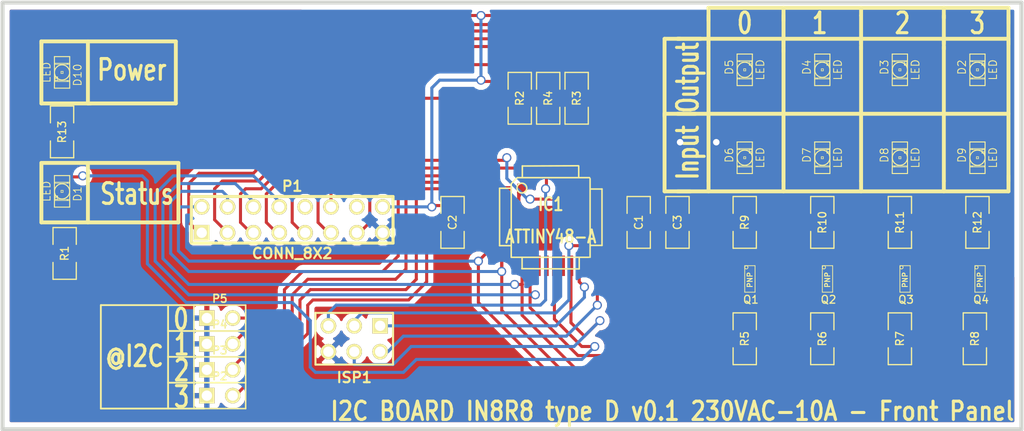
<source format=kicad_pcb>
(kicad_pcb (version 3) (host pcbnew "(2013-mar-13)-testing")

  (general
    (links 76)
    (no_connects 0)
    (area 101.95941 79.248 302.450501 179.7304)
    (thickness 1.6002)
    (drawings 121)
    (tracks 376)
    (zones 0)
    (modules 37)
    (nets 51)
  )

  (page A4)
  (title_block
    (title "4in4out I2C board")
    (rev 0)
    (company "XPLDUINO project")
    (comment 1 "GNU GPL v2")
    (comment 2 "Domotic Open Source ")
  )

  (layers
    (15 Dessus signal)
    (0 Dessous signal)
    (16 B.Adhes user)
    (17 F.Adhes user)
    (18 B.Paste user hide)
    (19 F.Paste user)
    (20 B.SilkS user hide)
    (21 F.SilkS user)
    (22 B.Mask user)
    (23 F.Mask user hide)
    (24 Dwgs.User user)
    (25 Cmts.User user hide)
    (26 Eco1.User user)
    (27 Eco2.User user)
    (28 Edge.Cuts user)
  )

  (setup
    (last_trace_width 0.3)
    (trace_clearance 0.254)
    (zone_clearance 0.508)
    (zone_45_only no)
    (trace_min 0.254)
    (segment_width 0.18)
    (edge_width 0.381)
    (via_size 0.889)
    (via_drill 0.635)
    (via_min_size 0.889)
    (via_min_drill 0.508)
    (uvia_size 0.508)
    (uvia_drill 0.127)
    (uvias_allowed no)
    (uvia_min_size 0.508)
    (uvia_min_drill 0.127)
    (pcb_text_width 0.3048)
    (pcb_text_size 1.524 2.032)
    (mod_edge_width 0.254)
    (mod_text_size 1.524 1.524)
    (mod_text_width 0.3048)
    (pad_size 1.778 1.778)
    (pad_drill 1.016)
    (pad_to_mask_clearance 0.254)
    (aux_axis_origin 12.7 12.7)
    (visible_elements 7FFEFFFF)
    (pcbplotparams
      (layerselection 284196865)
      (usegerberextensions true)
      (excludeedgelayer false)
      (linewidth 0.150000)
      (plotframeref false)
      (viasonmask false)
      (mode 1)
      (useauxorigin false)
      (hpglpennumber 1)
      (hpglpenspeed 20)
      (hpglpendiameter 15)
      (hpglpenoverlay 2)
      (psnegative false)
      (psa4output false)
      (plotreference true)
      (plotvalue false)
      (plotothertext true)
      (plotinvisibletext false)
      (padsonsilk true)
      (subtractmaskfromsilk false)
      (outputformat 1)
      (mirror false)
      (drillshape 0)
      (scaleselection 1)
      (outputdirectory gerber/))
  )

  (net 0 "")
  (net 1 +5V)
  (net 2 /INT)
  (net 3 A0)
  (net 4 A1)
  (net 5 A2)
  (net 6 A3)
  (net 7 CMD0)
  (net 8 CMD1)
  (net 9 CMD2)
  (net 10 CMD3)
  (net 11 GND)
  (net 12 LED)
  (net 13 MISO)
  (net 14 MOSI)
  (net 15 N-0000011)
  (net 16 N-0000012)
  (net 17 N-000002)
  (net 18 N-0000025)
  (net 19 N-0000029)
  (net 20 N-000003)
  (net 21 N-0000031)
  (net 22 N-0000032)
  (net 23 N-0000034)
  (net 24 N-0000035)
  (net 25 N-0000037)
  (net 26 N-0000038)
  (net 27 N-0000040)
  (net 28 N-0000041)
  (net 29 N-0000042)
  (net 30 N-0000044)
  (net 31 N-0000045)
  (net 32 N-0000046)
  (net 33 N-0000047)
  (net 34 N-0000050)
  (net 35 OUT0)
  (net 36 OUT1)
  (net 37 OUT2)
  (net 38 OUT3)
  (net 39 RESET)
  (net 40 RX)
  (net 41 SCK)
  (net 42 SCL)
  (net 43 SDA)
  (net 44 SEL)
  (net 45 TX)
  (net 46 ZC)
  (net 47 _OUT0)
  (net 48 _OUT1)
  (net 49 _OUT2)
  (net 50 _OUT3)

  (net_class Default "Ceci est la Netclass par défaut"
    (clearance 0.254)
    (trace_width 0.3)
    (via_dia 0.889)
    (via_drill 0.635)
    (uvia_dia 0.508)
    (uvia_drill 0.127)
    (add_net "")
    (add_net +5V)
    (add_net /INT)
    (add_net A0)
    (add_net A1)
    (add_net A2)
    (add_net A3)
    (add_net CMD0)
    (add_net CMD1)
    (add_net CMD2)
    (add_net CMD3)
    (add_net GND)
    (add_net LED)
    (add_net MISO)
    (add_net MOSI)
    (add_net N-0000011)
    (add_net N-0000012)
    (add_net N-000002)
    (add_net N-0000025)
    (add_net N-0000029)
    (add_net N-000003)
    (add_net N-0000031)
    (add_net N-0000032)
    (add_net N-0000034)
    (add_net N-0000035)
    (add_net N-0000037)
    (add_net N-0000038)
    (add_net N-0000040)
    (add_net N-0000041)
    (add_net N-0000042)
    (add_net N-0000044)
    (add_net N-0000045)
    (add_net N-0000046)
    (add_net N-0000047)
    (add_net N-0000050)
    (add_net OUT0)
    (add_net OUT1)
    (add_net OUT2)
    (add_net OUT3)
    (add_net RESET)
    (add_net RX)
    (add_net SCK)
    (add_net SCL)
    (add_net SDA)
    (add_net SEL)
    (add_net TX)
    (add_net ZC)
    (add_net _OUT0)
    (add_net _OUT1)
    (add_net _OUT2)
    (add_net _OUT3)
  )

  (net_class +12V ""
    (clearance 0.50038)
    (trace_width 0.50038)
    (via_dia 0.889)
    (via_drill 0.635)
    (uvia_dia 0.508)
    (uvia_drill 0.127)
  )

  (net_class "+230 1mm" ""
    (clearance 1.50114)
    (trace_width 1.50114)
    (via_dia 0.889)
    (via_drill 0.635)
    (uvia_dia 0.508)
    (uvia_drill 0.127)
  )

  (net_class +230V ""
    (clearance 0.508)
    (trace_width 2.54)
    (via_dia 0.889)
    (via_drill 0.635)
    (uvia_dia 0.508)
    (uvia_drill 0.127)
  )

  (net_class +5V ""
    (clearance 0.254)
    (trace_width 0.50038)
    (via_dia 0.889)
    (via_drill 0.635)
    (uvia_dia 0.508)
    (uvia_drill 0.127)
  )

  (net_class GND ""
    (clearance 0.254)
    (trace_width 0.50038)
    (via_dia 0.889)
    (via_drill 0.635)
    (uvia_dia 0.508)
    (uvia_drill 0.127)
  )

  (module SM1206 (layer Dessus) (tedit 42806E24) (tstamp 5431580C)
    (at 164.846 101.092 90)
    (path /5067601F)
    (attr smd)
    (fp_text reference C1 (at 0 0 90) (layer F.SilkS)
      (effects (font (size 0.762 0.762) (thickness 0.127)))
    )
    (fp_text value 0.1uF (at 0 0 90) (layer F.SilkS) hide
      (effects (font (size 0.762 0.762) (thickness 0.127)))
    )
    (fp_line (start -2.54 -1.143) (end -2.54 1.143) (layer F.SilkS) (width 0.127))
    (fp_line (start -2.54 1.143) (end -0.889 1.143) (layer F.SilkS) (width 0.127))
    (fp_line (start 0.889 -1.143) (end 2.54 -1.143) (layer F.SilkS) (width 0.127))
    (fp_line (start 2.54 -1.143) (end 2.54 1.143) (layer F.SilkS) (width 0.127))
    (fp_line (start 2.54 1.143) (end 0.889 1.143) (layer F.SilkS) (width 0.127))
    (fp_line (start -0.889 -1.143) (end -2.54 -1.143) (layer F.SilkS) (width 0.127))
    (pad 1 smd rect (at -1.651 0 90) (size 1.524 2.032)
      (layers Dessus F.Paste F.Mask)
      (net 1 +5V)
    )
    (pad 2 smd rect (at 1.651 0 90) (size 1.524 2.032)
      (layers Dessus F.Paste F.Mask)
      (net 11 GND)
    )
    (model smd/chip_cms.wrl
      (at (xyz 0 0 0))
      (scale (xyz 0.17 0.16 0.16))
      (rotate (xyz 0 0 0))
    )
  )

  (module SM1206 (layer Dessus) (tedit 42806E24) (tstamp 54315818)
    (at 146.558 101.092 270)
    (path /5067602E)
    (attr smd)
    (fp_text reference C2 (at 0 0 270) (layer F.SilkS)
      (effects (font (size 0.762 0.762) (thickness 0.127)))
    )
    (fp_text value 0.1uF (at 0 0 270) (layer F.SilkS) hide
      (effects (font (size 0.762 0.762) (thickness 0.127)))
    )
    (fp_line (start -2.54 -1.143) (end -2.54 1.143) (layer F.SilkS) (width 0.127))
    (fp_line (start -2.54 1.143) (end -0.889 1.143) (layer F.SilkS) (width 0.127))
    (fp_line (start 0.889 -1.143) (end 2.54 -1.143) (layer F.SilkS) (width 0.127))
    (fp_line (start 2.54 -1.143) (end 2.54 1.143) (layer F.SilkS) (width 0.127))
    (fp_line (start 2.54 1.143) (end 0.889 1.143) (layer F.SilkS) (width 0.127))
    (fp_line (start -0.889 -1.143) (end -2.54 -1.143) (layer F.SilkS) (width 0.127))
    (pad 1 smd rect (at -1.651 0 270) (size 1.524 2.032)
      (layers Dessus F.Paste F.Mask)
      (net 1 +5V)
    )
    (pad 2 smd rect (at 1.651 0 270) (size 1.524 2.032)
      (layers Dessus F.Paste F.Mask)
      (net 11 GND)
    )
    (model smd/chip_cms.wrl
      (at (xyz 0 0 0))
      (scale (xyz 0.17 0.16 0.16))
      (rotate (xyz 0 0 0))
    )
  )

  (module SM1206 (layer Dessus) (tedit 42806E24) (tstamp 54315824)
    (at 168.656 101.092 90)
    (path /51AB4C03)
    (attr smd)
    (fp_text reference C3 (at 0 0 90) (layer F.SilkS)
      (effects (font (size 0.762 0.762) (thickness 0.127)))
    )
    (fp_text value 4.7uF (at 0 0 90) (layer F.SilkS) hide
      (effects (font (size 0.762 0.762) (thickness 0.127)))
    )
    (fp_line (start -2.54 -1.143) (end -2.54 1.143) (layer F.SilkS) (width 0.127))
    (fp_line (start -2.54 1.143) (end -0.889 1.143) (layer F.SilkS) (width 0.127))
    (fp_line (start 0.889 -1.143) (end 2.54 -1.143) (layer F.SilkS) (width 0.127))
    (fp_line (start 2.54 -1.143) (end 2.54 1.143) (layer F.SilkS) (width 0.127))
    (fp_line (start 2.54 1.143) (end 0.889 1.143) (layer F.SilkS) (width 0.127))
    (fp_line (start -0.889 -1.143) (end -2.54 -1.143) (layer F.SilkS) (width 0.127))
    (pad 1 smd rect (at -1.651 0 90) (size 1.524 2.032)
      (layers Dessus F.Paste F.Mask)
      (net 1 +5V)
    )
    (pad 2 smd rect (at 1.651 0 90) (size 1.524 2.032)
      (layers Dessus F.Paste F.Mask)
      (net 11 GND)
    )
    (model smd/chip_cms.wrl
      (at (xyz 0 0 0))
      (scale (xyz 0.17 0.16 0.16))
      (rotate (xyz 0 0 0))
    )
  )

  (module LED-1206 (layer Dessus) (tedit 49BFA1FF) (tstamp 5431584E)
    (at 108.204 98.044 270)
    (descr "LED 1206 smd package")
    (tags "LED1206 SMD")
    (path /5067143C)
    (attr smd)
    (fp_text reference D1 (at 0.254 -1.524 270) (layer F.SilkS)
      (effects (font (size 0.762 0.762) (thickness 0.0889)))
    )
    (fp_text value LED (at 0 1.524 270) (layer F.SilkS)
      (effects (font (size 0.762 0.762) (thickness 0.0889)))
    )
    (fp_line (start -0.09906 0.09906) (end 0.09906 0.09906) (layer F.SilkS) (width 0.06604))
    (fp_line (start 0.09906 0.09906) (end 0.09906 -0.09906) (layer F.SilkS) (width 0.06604))
    (fp_line (start -0.09906 -0.09906) (end 0.09906 -0.09906) (layer F.SilkS) (width 0.06604))
    (fp_line (start -0.09906 0.09906) (end -0.09906 -0.09906) (layer F.SilkS) (width 0.06604))
    (fp_line (start 0.44958 0.6985) (end 0.79756 0.6985) (layer F.SilkS) (width 0.06604))
    (fp_line (start 0.79756 0.6985) (end 0.79756 0.44958) (layer F.SilkS) (width 0.06604))
    (fp_line (start 0.44958 0.44958) (end 0.79756 0.44958) (layer F.SilkS) (width 0.06604))
    (fp_line (start 0.44958 0.6985) (end 0.44958 0.44958) (layer F.SilkS) (width 0.06604))
    (fp_line (start 0.79756 0.6985) (end 0.89916 0.6985) (layer F.SilkS) (width 0.06604))
    (fp_line (start 0.89916 0.6985) (end 0.89916 -0.49784) (layer F.SilkS) (width 0.06604))
    (fp_line (start 0.79756 -0.49784) (end 0.89916 -0.49784) (layer F.SilkS) (width 0.06604))
    (fp_line (start 0.79756 0.6985) (end 0.79756 -0.49784) (layer F.SilkS) (width 0.06604))
    (fp_line (start 0.79756 -0.54864) (end 0.89916 -0.54864) (layer F.SilkS) (width 0.06604))
    (fp_line (start 0.89916 -0.54864) (end 0.89916 -0.6985) (layer F.SilkS) (width 0.06604))
    (fp_line (start 0.79756 -0.6985) (end 0.89916 -0.6985) (layer F.SilkS) (width 0.06604))
    (fp_line (start 0.79756 -0.54864) (end 0.79756 -0.6985) (layer F.SilkS) (width 0.06604))
    (fp_line (start -0.89916 0.6985) (end -0.79756 0.6985) (layer F.SilkS) (width 0.06604))
    (fp_line (start -0.79756 0.6985) (end -0.79756 -0.49784) (layer F.SilkS) (width 0.06604))
    (fp_line (start -0.89916 -0.49784) (end -0.79756 -0.49784) (layer F.SilkS) (width 0.06604))
    (fp_line (start -0.89916 0.6985) (end -0.89916 -0.49784) (layer F.SilkS) (width 0.06604))
    (fp_line (start -0.89916 -0.54864) (end -0.79756 -0.54864) (layer F.SilkS) (width 0.06604))
    (fp_line (start -0.79756 -0.54864) (end -0.79756 -0.6985) (layer F.SilkS) (width 0.06604))
    (fp_line (start -0.89916 -0.6985) (end -0.79756 -0.6985) (layer F.SilkS) (width 0.06604))
    (fp_line (start -0.89916 -0.54864) (end -0.89916 -0.6985) (layer F.SilkS) (width 0.06604))
    (fp_line (start 0.44958 0.6985) (end 0.59944 0.6985) (layer F.SilkS) (width 0.06604))
    (fp_line (start 0.59944 0.6985) (end 0.59944 0.44958) (layer F.SilkS) (width 0.06604))
    (fp_line (start 0.44958 0.44958) (end 0.59944 0.44958) (layer F.SilkS) (width 0.06604))
    (fp_line (start 0.44958 0.6985) (end 0.44958 0.44958) (layer F.SilkS) (width 0.06604))
    (fp_line (start 1.5494 0.7493) (end -1.5494 0.7493) (layer F.SilkS) (width 0.1016))
    (fp_line (start -1.5494 0.7493) (end -1.5494 -0.7493) (layer F.SilkS) (width 0.1016))
    (fp_line (start -1.5494 -0.7493) (end 1.5494 -0.7493) (layer F.SilkS) (width 0.1016))
    (fp_line (start 1.5494 -0.7493) (end 1.5494 0.7493) (layer F.SilkS) (width 0.1016))
    (fp_arc (start 0 0) (end 0.54864 0.49784) (angle 95.4) (layer F.SilkS) (width 0.1016))
    (fp_arc (start 0 0) (end -0.54864 0.49784) (angle 84.5) (layer F.SilkS) (width 0.1016))
    (fp_arc (start 0 0) (end -0.54864 -0.49784) (angle 95.4) (layer F.SilkS) (width 0.1016))
    (fp_arc (start 0 0) (end 0.54864 -0.49784) (angle 84.5) (layer F.SilkS) (width 0.1016))
    (pad 1 smd rect (at -1.41986 0 270) (size 1.59766 1.80086)
      (layers Dessus F.Paste F.Mask)
      (net 12 LED)
    )
    (pad 2 smd rect (at 1.41986 0 270) (size 1.59766 1.80086)
      (layers Dessus F.Paste F.Mask)
      (net 34 N-0000050)
    )
  )

  (module LED-1206 (layer Dessus) (tedit 49BFA1FF) (tstamp 54315878)
    (at 198.12 86.106 90)
    (descr "LED 1206 smd package")
    (tags "LED1206 SMD")
    (path /50671F30)
    (attr smd)
    (fp_text reference D2 (at 0.254 -1.524 90) (layer F.SilkS)
      (effects (font (size 0.762 0.762) (thickness 0.0889)))
    )
    (fp_text value LED (at 0 1.524 90) (layer F.SilkS)
      (effects (font (size 0.762 0.762) (thickness 0.0889)))
    )
    (fp_line (start -0.09906 0.09906) (end 0.09906 0.09906) (layer F.SilkS) (width 0.06604))
    (fp_line (start 0.09906 0.09906) (end 0.09906 -0.09906) (layer F.SilkS) (width 0.06604))
    (fp_line (start -0.09906 -0.09906) (end 0.09906 -0.09906) (layer F.SilkS) (width 0.06604))
    (fp_line (start -0.09906 0.09906) (end -0.09906 -0.09906) (layer F.SilkS) (width 0.06604))
    (fp_line (start 0.44958 0.6985) (end 0.79756 0.6985) (layer F.SilkS) (width 0.06604))
    (fp_line (start 0.79756 0.6985) (end 0.79756 0.44958) (layer F.SilkS) (width 0.06604))
    (fp_line (start 0.44958 0.44958) (end 0.79756 0.44958) (layer F.SilkS) (width 0.06604))
    (fp_line (start 0.44958 0.6985) (end 0.44958 0.44958) (layer F.SilkS) (width 0.06604))
    (fp_line (start 0.79756 0.6985) (end 0.89916 0.6985) (layer F.SilkS) (width 0.06604))
    (fp_line (start 0.89916 0.6985) (end 0.89916 -0.49784) (layer F.SilkS) (width 0.06604))
    (fp_line (start 0.79756 -0.49784) (end 0.89916 -0.49784) (layer F.SilkS) (width 0.06604))
    (fp_line (start 0.79756 0.6985) (end 0.79756 -0.49784) (layer F.SilkS) (width 0.06604))
    (fp_line (start 0.79756 -0.54864) (end 0.89916 -0.54864) (layer F.SilkS) (width 0.06604))
    (fp_line (start 0.89916 -0.54864) (end 0.89916 -0.6985) (layer F.SilkS) (width 0.06604))
    (fp_line (start 0.79756 -0.6985) (end 0.89916 -0.6985) (layer F.SilkS) (width 0.06604))
    (fp_line (start 0.79756 -0.54864) (end 0.79756 -0.6985) (layer F.SilkS) (width 0.06604))
    (fp_line (start -0.89916 0.6985) (end -0.79756 0.6985) (layer F.SilkS) (width 0.06604))
    (fp_line (start -0.79756 0.6985) (end -0.79756 -0.49784) (layer F.SilkS) (width 0.06604))
    (fp_line (start -0.89916 -0.49784) (end -0.79756 -0.49784) (layer F.SilkS) (width 0.06604))
    (fp_line (start -0.89916 0.6985) (end -0.89916 -0.49784) (layer F.SilkS) (width 0.06604))
    (fp_line (start -0.89916 -0.54864) (end -0.79756 -0.54864) (layer F.SilkS) (width 0.06604))
    (fp_line (start -0.79756 -0.54864) (end -0.79756 -0.6985) (layer F.SilkS) (width 0.06604))
    (fp_line (start -0.89916 -0.6985) (end -0.79756 -0.6985) (layer F.SilkS) (width 0.06604))
    (fp_line (start -0.89916 -0.54864) (end -0.89916 -0.6985) (layer F.SilkS) (width 0.06604))
    (fp_line (start 0.44958 0.6985) (end 0.59944 0.6985) (layer F.SilkS) (width 0.06604))
    (fp_line (start 0.59944 0.6985) (end 0.59944 0.44958) (layer F.SilkS) (width 0.06604))
    (fp_line (start 0.44958 0.44958) (end 0.59944 0.44958) (layer F.SilkS) (width 0.06604))
    (fp_line (start 0.44958 0.6985) (end 0.44958 0.44958) (layer F.SilkS) (width 0.06604))
    (fp_line (start 1.5494 0.7493) (end -1.5494 0.7493) (layer F.SilkS) (width 0.1016))
    (fp_line (start -1.5494 0.7493) (end -1.5494 -0.7493) (layer F.SilkS) (width 0.1016))
    (fp_line (start -1.5494 -0.7493) (end 1.5494 -0.7493) (layer F.SilkS) (width 0.1016))
    (fp_line (start 1.5494 -0.7493) (end 1.5494 0.7493) (layer F.SilkS) (width 0.1016))
    (fp_arc (start 0 0) (end 0.54864 0.49784) (angle 95.4) (layer F.SilkS) (width 0.1016))
    (fp_arc (start 0 0) (end -0.54864 0.49784) (angle 84.5) (layer F.SilkS) (width 0.1016))
    (fp_arc (start 0 0) (end -0.54864 -0.49784) (angle 95.4) (layer F.SilkS) (width 0.1016))
    (fp_arc (start 0 0) (end 0.54864 -0.49784) (angle 84.5) (layer F.SilkS) (width 0.1016))
    (pad 1 smd rect (at -1.41986 0 90) (size 1.59766 1.80086)
      (layers Dessus F.Paste F.Mask)
      (net 47 _OUT0)
    )
    (pad 2 smd rect (at 1.41986 0 90) (size 1.59766 1.80086)
      (layers Dessus F.Paste F.Mask)
      (net 35 OUT0)
    )
  )

  (module LED-1206 (layer Dessus) (tedit 49BFA1FF) (tstamp 543158A2)
    (at 190.5 86.106 90)
    (descr "LED 1206 smd package")
    (tags "LED1206 SMD")
    (path /535580DB)
    (attr smd)
    (fp_text reference D3 (at 0.254 -1.524 90) (layer F.SilkS)
      (effects (font (size 0.762 0.762) (thickness 0.0889)))
    )
    (fp_text value LED (at 0 1.524 90) (layer F.SilkS)
      (effects (font (size 0.762 0.762) (thickness 0.0889)))
    )
    (fp_line (start -0.09906 0.09906) (end 0.09906 0.09906) (layer F.SilkS) (width 0.06604))
    (fp_line (start 0.09906 0.09906) (end 0.09906 -0.09906) (layer F.SilkS) (width 0.06604))
    (fp_line (start -0.09906 -0.09906) (end 0.09906 -0.09906) (layer F.SilkS) (width 0.06604))
    (fp_line (start -0.09906 0.09906) (end -0.09906 -0.09906) (layer F.SilkS) (width 0.06604))
    (fp_line (start 0.44958 0.6985) (end 0.79756 0.6985) (layer F.SilkS) (width 0.06604))
    (fp_line (start 0.79756 0.6985) (end 0.79756 0.44958) (layer F.SilkS) (width 0.06604))
    (fp_line (start 0.44958 0.44958) (end 0.79756 0.44958) (layer F.SilkS) (width 0.06604))
    (fp_line (start 0.44958 0.6985) (end 0.44958 0.44958) (layer F.SilkS) (width 0.06604))
    (fp_line (start 0.79756 0.6985) (end 0.89916 0.6985) (layer F.SilkS) (width 0.06604))
    (fp_line (start 0.89916 0.6985) (end 0.89916 -0.49784) (layer F.SilkS) (width 0.06604))
    (fp_line (start 0.79756 -0.49784) (end 0.89916 -0.49784) (layer F.SilkS) (width 0.06604))
    (fp_line (start 0.79756 0.6985) (end 0.79756 -0.49784) (layer F.SilkS) (width 0.06604))
    (fp_line (start 0.79756 -0.54864) (end 0.89916 -0.54864) (layer F.SilkS) (width 0.06604))
    (fp_line (start 0.89916 -0.54864) (end 0.89916 -0.6985) (layer F.SilkS) (width 0.06604))
    (fp_line (start 0.79756 -0.6985) (end 0.89916 -0.6985) (layer F.SilkS) (width 0.06604))
    (fp_line (start 0.79756 -0.54864) (end 0.79756 -0.6985) (layer F.SilkS) (width 0.06604))
    (fp_line (start -0.89916 0.6985) (end -0.79756 0.6985) (layer F.SilkS) (width 0.06604))
    (fp_line (start -0.79756 0.6985) (end -0.79756 -0.49784) (layer F.SilkS) (width 0.06604))
    (fp_line (start -0.89916 -0.49784) (end -0.79756 -0.49784) (layer F.SilkS) (width 0.06604))
    (fp_line (start -0.89916 0.6985) (end -0.89916 -0.49784) (layer F.SilkS) (width 0.06604))
    (fp_line (start -0.89916 -0.54864) (end -0.79756 -0.54864) (layer F.SilkS) (width 0.06604))
    (fp_line (start -0.79756 -0.54864) (end -0.79756 -0.6985) (layer F.SilkS) (width 0.06604))
    (fp_line (start -0.89916 -0.6985) (end -0.79756 -0.6985) (layer F.SilkS) (width 0.06604))
    (fp_line (start -0.89916 -0.54864) (end -0.89916 -0.6985) (layer F.SilkS) (width 0.06604))
    (fp_line (start 0.44958 0.6985) (end 0.59944 0.6985) (layer F.SilkS) (width 0.06604))
    (fp_line (start 0.59944 0.6985) (end 0.59944 0.44958) (layer F.SilkS) (width 0.06604))
    (fp_line (start 0.44958 0.44958) (end 0.59944 0.44958) (layer F.SilkS) (width 0.06604))
    (fp_line (start 0.44958 0.6985) (end 0.44958 0.44958) (layer F.SilkS) (width 0.06604))
    (fp_line (start 1.5494 0.7493) (end -1.5494 0.7493) (layer F.SilkS) (width 0.1016))
    (fp_line (start -1.5494 0.7493) (end -1.5494 -0.7493) (layer F.SilkS) (width 0.1016))
    (fp_line (start -1.5494 -0.7493) (end 1.5494 -0.7493) (layer F.SilkS) (width 0.1016))
    (fp_line (start 1.5494 -0.7493) (end 1.5494 0.7493) (layer F.SilkS) (width 0.1016))
    (fp_arc (start 0 0) (end 0.54864 0.49784) (angle 95.4) (layer F.SilkS) (width 0.1016))
    (fp_arc (start 0 0) (end -0.54864 0.49784) (angle 84.5) (layer F.SilkS) (width 0.1016))
    (fp_arc (start 0 0) (end -0.54864 -0.49784) (angle 95.4) (layer F.SilkS) (width 0.1016))
    (fp_arc (start 0 0) (end 0.54864 -0.49784) (angle 84.5) (layer F.SilkS) (width 0.1016))
    (pad 1 smd rect (at -1.41986 0 90) (size 1.59766 1.80086)
      (layers Dessus F.Paste F.Mask)
      (net 48 _OUT1)
    )
    (pad 2 smd rect (at 1.41986 0 90) (size 1.59766 1.80086)
      (layers Dessus F.Paste F.Mask)
      (net 36 OUT1)
    )
  )

  (module LED-1206 (layer Dessus) (tedit 49BFA1FF) (tstamp 543158CC)
    (at 182.88 86.106 90)
    (descr "LED 1206 smd package")
    (tags "LED1206 SMD")
    (path /535580E5)
    (attr smd)
    (fp_text reference D4 (at 0.254 -1.524 90) (layer F.SilkS)
      (effects (font (size 0.762 0.762) (thickness 0.0889)))
    )
    (fp_text value LED (at 0 1.524 90) (layer F.SilkS)
      (effects (font (size 0.762 0.762) (thickness 0.0889)))
    )
    (fp_line (start -0.09906 0.09906) (end 0.09906 0.09906) (layer F.SilkS) (width 0.06604))
    (fp_line (start 0.09906 0.09906) (end 0.09906 -0.09906) (layer F.SilkS) (width 0.06604))
    (fp_line (start -0.09906 -0.09906) (end 0.09906 -0.09906) (layer F.SilkS) (width 0.06604))
    (fp_line (start -0.09906 0.09906) (end -0.09906 -0.09906) (layer F.SilkS) (width 0.06604))
    (fp_line (start 0.44958 0.6985) (end 0.79756 0.6985) (layer F.SilkS) (width 0.06604))
    (fp_line (start 0.79756 0.6985) (end 0.79756 0.44958) (layer F.SilkS) (width 0.06604))
    (fp_line (start 0.44958 0.44958) (end 0.79756 0.44958) (layer F.SilkS) (width 0.06604))
    (fp_line (start 0.44958 0.6985) (end 0.44958 0.44958) (layer F.SilkS) (width 0.06604))
    (fp_line (start 0.79756 0.6985) (end 0.89916 0.6985) (layer F.SilkS) (width 0.06604))
    (fp_line (start 0.89916 0.6985) (end 0.89916 -0.49784) (layer F.SilkS) (width 0.06604))
    (fp_line (start 0.79756 -0.49784) (end 0.89916 -0.49784) (layer F.SilkS) (width 0.06604))
    (fp_line (start 0.79756 0.6985) (end 0.79756 -0.49784) (layer F.SilkS) (width 0.06604))
    (fp_line (start 0.79756 -0.54864) (end 0.89916 -0.54864) (layer F.SilkS) (width 0.06604))
    (fp_line (start 0.89916 -0.54864) (end 0.89916 -0.6985) (layer F.SilkS) (width 0.06604))
    (fp_line (start 0.79756 -0.6985) (end 0.89916 -0.6985) (layer F.SilkS) (width 0.06604))
    (fp_line (start 0.79756 -0.54864) (end 0.79756 -0.6985) (layer F.SilkS) (width 0.06604))
    (fp_line (start -0.89916 0.6985) (end -0.79756 0.6985) (layer F.SilkS) (width 0.06604))
    (fp_line (start -0.79756 0.6985) (end -0.79756 -0.49784) (layer F.SilkS) (width 0.06604))
    (fp_line (start -0.89916 -0.49784) (end -0.79756 -0.49784) (layer F.SilkS) (width 0.06604))
    (fp_line (start -0.89916 0.6985) (end -0.89916 -0.49784) (layer F.SilkS) (width 0.06604))
    (fp_line (start -0.89916 -0.54864) (end -0.79756 -0.54864) (layer F.SilkS) (width 0.06604))
    (fp_line (start -0.79756 -0.54864) (end -0.79756 -0.6985) (layer F.SilkS) (width 0.06604))
    (fp_line (start -0.89916 -0.6985) (end -0.79756 -0.6985) (layer F.SilkS) (width 0.06604))
    (fp_line (start -0.89916 -0.54864) (end -0.89916 -0.6985) (layer F.SilkS) (width 0.06604))
    (fp_line (start 0.44958 0.6985) (end 0.59944 0.6985) (layer F.SilkS) (width 0.06604))
    (fp_line (start 0.59944 0.6985) (end 0.59944 0.44958) (layer F.SilkS) (width 0.06604))
    (fp_line (start 0.44958 0.44958) (end 0.59944 0.44958) (layer F.SilkS) (width 0.06604))
    (fp_line (start 0.44958 0.6985) (end 0.44958 0.44958) (layer F.SilkS) (width 0.06604))
    (fp_line (start 1.5494 0.7493) (end -1.5494 0.7493) (layer F.SilkS) (width 0.1016))
    (fp_line (start -1.5494 0.7493) (end -1.5494 -0.7493) (layer F.SilkS) (width 0.1016))
    (fp_line (start -1.5494 -0.7493) (end 1.5494 -0.7493) (layer F.SilkS) (width 0.1016))
    (fp_line (start 1.5494 -0.7493) (end 1.5494 0.7493) (layer F.SilkS) (width 0.1016))
    (fp_arc (start 0 0) (end 0.54864 0.49784) (angle 95.4) (layer F.SilkS) (width 0.1016))
    (fp_arc (start 0 0) (end -0.54864 0.49784) (angle 84.5) (layer F.SilkS) (width 0.1016))
    (fp_arc (start 0 0) (end -0.54864 -0.49784) (angle 95.4) (layer F.SilkS) (width 0.1016))
    (fp_arc (start 0 0) (end 0.54864 -0.49784) (angle 84.5) (layer F.SilkS) (width 0.1016))
    (pad 1 smd rect (at -1.41986 0 90) (size 1.59766 1.80086)
      (layers Dessus F.Paste F.Mask)
      (net 49 _OUT2)
    )
    (pad 2 smd rect (at 1.41986 0 90) (size 1.59766 1.80086)
      (layers Dessus F.Paste F.Mask)
      (net 37 OUT2)
    )
  )

  (module LED-1206 (layer Dessus) (tedit 49BFA1FF) (tstamp 543158F6)
    (at 175.26 86.106 90)
    (descr "LED 1206 smd package")
    (tags "LED1206 SMD")
    (path /535580ED)
    (attr smd)
    (fp_text reference D5 (at 0.254 -1.524 90) (layer F.SilkS)
      (effects (font (size 0.762 0.762) (thickness 0.0889)))
    )
    (fp_text value LED (at 0 1.524 90) (layer F.SilkS)
      (effects (font (size 0.762 0.762) (thickness 0.0889)))
    )
    (fp_line (start -0.09906 0.09906) (end 0.09906 0.09906) (layer F.SilkS) (width 0.06604))
    (fp_line (start 0.09906 0.09906) (end 0.09906 -0.09906) (layer F.SilkS) (width 0.06604))
    (fp_line (start -0.09906 -0.09906) (end 0.09906 -0.09906) (layer F.SilkS) (width 0.06604))
    (fp_line (start -0.09906 0.09906) (end -0.09906 -0.09906) (layer F.SilkS) (width 0.06604))
    (fp_line (start 0.44958 0.6985) (end 0.79756 0.6985) (layer F.SilkS) (width 0.06604))
    (fp_line (start 0.79756 0.6985) (end 0.79756 0.44958) (layer F.SilkS) (width 0.06604))
    (fp_line (start 0.44958 0.44958) (end 0.79756 0.44958) (layer F.SilkS) (width 0.06604))
    (fp_line (start 0.44958 0.6985) (end 0.44958 0.44958) (layer F.SilkS) (width 0.06604))
    (fp_line (start 0.79756 0.6985) (end 0.89916 0.6985) (layer F.SilkS) (width 0.06604))
    (fp_line (start 0.89916 0.6985) (end 0.89916 -0.49784) (layer F.SilkS) (width 0.06604))
    (fp_line (start 0.79756 -0.49784) (end 0.89916 -0.49784) (layer F.SilkS) (width 0.06604))
    (fp_line (start 0.79756 0.6985) (end 0.79756 -0.49784) (layer F.SilkS) (width 0.06604))
    (fp_line (start 0.79756 -0.54864) (end 0.89916 -0.54864) (layer F.SilkS) (width 0.06604))
    (fp_line (start 0.89916 -0.54864) (end 0.89916 -0.6985) (layer F.SilkS) (width 0.06604))
    (fp_line (start 0.79756 -0.6985) (end 0.89916 -0.6985) (layer F.SilkS) (width 0.06604))
    (fp_line (start 0.79756 -0.54864) (end 0.79756 -0.6985) (layer F.SilkS) (width 0.06604))
    (fp_line (start -0.89916 0.6985) (end -0.79756 0.6985) (layer F.SilkS) (width 0.06604))
    (fp_line (start -0.79756 0.6985) (end -0.79756 -0.49784) (layer F.SilkS) (width 0.06604))
    (fp_line (start -0.89916 -0.49784) (end -0.79756 -0.49784) (layer F.SilkS) (width 0.06604))
    (fp_line (start -0.89916 0.6985) (end -0.89916 -0.49784) (layer F.SilkS) (width 0.06604))
    (fp_line (start -0.89916 -0.54864) (end -0.79756 -0.54864) (layer F.SilkS) (width 0.06604))
    (fp_line (start -0.79756 -0.54864) (end -0.79756 -0.6985) (layer F.SilkS) (width 0.06604))
    (fp_line (start -0.89916 -0.6985) (end -0.79756 -0.6985) (layer F.SilkS) (width 0.06604))
    (fp_line (start -0.89916 -0.54864) (end -0.89916 -0.6985) (layer F.SilkS) (width 0.06604))
    (fp_line (start 0.44958 0.6985) (end 0.59944 0.6985) (layer F.SilkS) (width 0.06604))
    (fp_line (start 0.59944 0.6985) (end 0.59944 0.44958) (layer F.SilkS) (width 0.06604))
    (fp_line (start 0.44958 0.44958) (end 0.59944 0.44958) (layer F.SilkS) (width 0.06604))
    (fp_line (start 0.44958 0.6985) (end 0.44958 0.44958) (layer F.SilkS) (width 0.06604))
    (fp_line (start 1.5494 0.7493) (end -1.5494 0.7493) (layer F.SilkS) (width 0.1016))
    (fp_line (start -1.5494 0.7493) (end -1.5494 -0.7493) (layer F.SilkS) (width 0.1016))
    (fp_line (start -1.5494 -0.7493) (end 1.5494 -0.7493) (layer F.SilkS) (width 0.1016))
    (fp_line (start 1.5494 -0.7493) (end 1.5494 0.7493) (layer F.SilkS) (width 0.1016))
    (fp_arc (start 0 0) (end 0.54864 0.49784) (angle 95.4) (layer F.SilkS) (width 0.1016))
    (fp_arc (start 0 0) (end -0.54864 0.49784) (angle 84.5) (layer F.SilkS) (width 0.1016))
    (fp_arc (start 0 0) (end -0.54864 -0.49784) (angle 95.4) (layer F.SilkS) (width 0.1016))
    (fp_arc (start 0 0) (end 0.54864 -0.49784) (angle 84.5) (layer F.SilkS) (width 0.1016))
    (pad 1 smd rect (at -1.41986 0 90) (size 1.59766 1.80086)
      (layers Dessus F.Paste F.Mask)
      (net 50 _OUT3)
    )
    (pad 2 smd rect (at 1.41986 0 90) (size 1.59766 1.80086)
      (layers Dessus F.Paste F.Mask)
      (net 38 OUT3)
    )
  )

  (module LED-1206 (layer Dessus) (tedit 49BFA1FF) (tstamp 54315920)
    (at 175.26 94.742 90)
    (descr "LED 1206 smd package")
    (tags "LED1206 SMD")
    (path /535581F5)
    (attr smd)
    (fp_text reference D6 (at 0.254 -1.524 90) (layer F.SilkS)
      (effects (font (size 0.762 0.762) (thickness 0.0889)))
    )
    (fp_text value LED (at 0 1.524 90) (layer F.SilkS)
      (effects (font (size 0.762 0.762) (thickness 0.0889)))
    )
    (fp_line (start -0.09906 0.09906) (end 0.09906 0.09906) (layer F.SilkS) (width 0.06604))
    (fp_line (start 0.09906 0.09906) (end 0.09906 -0.09906) (layer F.SilkS) (width 0.06604))
    (fp_line (start -0.09906 -0.09906) (end 0.09906 -0.09906) (layer F.SilkS) (width 0.06604))
    (fp_line (start -0.09906 0.09906) (end -0.09906 -0.09906) (layer F.SilkS) (width 0.06604))
    (fp_line (start 0.44958 0.6985) (end 0.79756 0.6985) (layer F.SilkS) (width 0.06604))
    (fp_line (start 0.79756 0.6985) (end 0.79756 0.44958) (layer F.SilkS) (width 0.06604))
    (fp_line (start 0.44958 0.44958) (end 0.79756 0.44958) (layer F.SilkS) (width 0.06604))
    (fp_line (start 0.44958 0.6985) (end 0.44958 0.44958) (layer F.SilkS) (width 0.06604))
    (fp_line (start 0.79756 0.6985) (end 0.89916 0.6985) (layer F.SilkS) (width 0.06604))
    (fp_line (start 0.89916 0.6985) (end 0.89916 -0.49784) (layer F.SilkS) (width 0.06604))
    (fp_line (start 0.79756 -0.49784) (end 0.89916 -0.49784) (layer F.SilkS) (width 0.06604))
    (fp_line (start 0.79756 0.6985) (end 0.79756 -0.49784) (layer F.SilkS) (width 0.06604))
    (fp_line (start 0.79756 -0.54864) (end 0.89916 -0.54864) (layer F.SilkS) (width 0.06604))
    (fp_line (start 0.89916 -0.54864) (end 0.89916 -0.6985) (layer F.SilkS) (width 0.06604))
    (fp_line (start 0.79756 -0.6985) (end 0.89916 -0.6985) (layer F.SilkS) (width 0.06604))
    (fp_line (start 0.79756 -0.54864) (end 0.79756 -0.6985) (layer F.SilkS) (width 0.06604))
    (fp_line (start -0.89916 0.6985) (end -0.79756 0.6985) (layer F.SilkS) (width 0.06604))
    (fp_line (start -0.79756 0.6985) (end -0.79756 -0.49784) (layer F.SilkS) (width 0.06604))
    (fp_line (start -0.89916 -0.49784) (end -0.79756 -0.49784) (layer F.SilkS) (width 0.06604))
    (fp_line (start -0.89916 0.6985) (end -0.89916 -0.49784) (layer F.SilkS) (width 0.06604))
    (fp_line (start -0.89916 -0.54864) (end -0.79756 -0.54864) (layer F.SilkS) (width 0.06604))
    (fp_line (start -0.79756 -0.54864) (end -0.79756 -0.6985) (layer F.SilkS) (width 0.06604))
    (fp_line (start -0.89916 -0.6985) (end -0.79756 -0.6985) (layer F.SilkS) (width 0.06604))
    (fp_line (start -0.89916 -0.54864) (end -0.89916 -0.6985) (layer F.SilkS) (width 0.06604))
    (fp_line (start 0.44958 0.6985) (end 0.59944 0.6985) (layer F.SilkS) (width 0.06604))
    (fp_line (start 0.59944 0.6985) (end 0.59944 0.44958) (layer F.SilkS) (width 0.06604))
    (fp_line (start 0.44958 0.44958) (end 0.59944 0.44958) (layer F.SilkS) (width 0.06604))
    (fp_line (start 0.44958 0.6985) (end 0.44958 0.44958) (layer F.SilkS) (width 0.06604))
    (fp_line (start 1.5494 0.7493) (end -1.5494 0.7493) (layer F.SilkS) (width 0.1016))
    (fp_line (start -1.5494 0.7493) (end -1.5494 -0.7493) (layer F.SilkS) (width 0.1016))
    (fp_line (start -1.5494 -0.7493) (end 1.5494 -0.7493) (layer F.SilkS) (width 0.1016))
    (fp_line (start 1.5494 -0.7493) (end 1.5494 0.7493) (layer F.SilkS) (width 0.1016))
    (fp_arc (start 0 0) (end 0.54864 0.49784) (angle 95.4) (layer F.SilkS) (width 0.1016))
    (fp_arc (start 0 0) (end -0.54864 0.49784) (angle 84.5) (layer F.SilkS) (width 0.1016))
    (fp_arc (start 0 0) (end -0.54864 -0.49784) (angle 95.4) (layer F.SilkS) (width 0.1016))
    (fp_arc (start 0 0) (end 0.54864 -0.49784) (angle 84.5) (layer F.SilkS) (width 0.1016))
    (pad 1 smd rect (at -1.41986 0 90) (size 1.59766 1.80086)
      (layers Dessus F.Paste F.Mask)
      (net 26 N-0000038)
    )
    (pad 2 smd rect (at 1.41986 0 90) (size 1.59766 1.80086)
      (layers Dessus F.Paste F.Mask)
      (net 11 GND)
    )
  )

  (module LED-1206 (layer Dessus) (tedit 49BFA1FF) (tstamp 5431594A)
    (at 182.88 94.742 90)
    (descr "LED 1206 smd package")
    (tags "LED1206 SMD")
    (path /535582AA)
    (attr smd)
    (fp_text reference D7 (at 0.254 -1.524 90) (layer F.SilkS)
      (effects (font (size 0.762 0.762) (thickness 0.0889)))
    )
    (fp_text value LED (at 0 1.524 90) (layer F.SilkS)
      (effects (font (size 0.762 0.762) (thickness 0.0889)))
    )
    (fp_line (start -0.09906 0.09906) (end 0.09906 0.09906) (layer F.SilkS) (width 0.06604))
    (fp_line (start 0.09906 0.09906) (end 0.09906 -0.09906) (layer F.SilkS) (width 0.06604))
    (fp_line (start -0.09906 -0.09906) (end 0.09906 -0.09906) (layer F.SilkS) (width 0.06604))
    (fp_line (start -0.09906 0.09906) (end -0.09906 -0.09906) (layer F.SilkS) (width 0.06604))
    (fp_line (start 0.44958 0.6985) (end 0.79756 0.6985) (layer F.SilkS) (width 0.06604))
    (fp_line (start 0.79756 0.6985) (end 0.79756 0.44958) (layer F.SilkS) (width 0.06604))
    (fp_line (start 0.44958 0.44958) (end 0.79756 0.44958) (layer F.SilkS) (width 0.06604))
    (fp_line (start 0.44958 0.6985) (end 0.44958 0.44958) (layer F.SilkS) (width 0.06604))
    (fp_line (start 0.79756 0.6985) (end 0.89916 0.6985) (layer F.SilkS) (width 0.06604))
    (fp_line (start 0.89916 0.6985) (end 0.89916 -0.49784) (layer F.SilkS) (width 0.06604))
    (fp_line (start 0.79756 -0.49784) (end 0.89916 -0.49784) (layer F.SilkS) (width 0.06604))
    (fp_line (start 0.79756 0.6985) (end 0.79756 -0.49784) (layer F.SilkS) (width 0.06604))
    (fp_line (start 0.79756 -0.54864) (end 0.89916 -0.54864) (layer F.SilkS) (width 0.06604))
    (fp_line (start 0.89916 -0.54864) (end 0.89916 -0.6985) (layer F.SilkS) (width 0.06604))
    (fp_line (start 0.79756 -0.6985) (end 0.89916 -0.6985) (layer F.SilkS) (width 0.06604))
    (fp_line (start 0.79756 -0.54864) (end 0.79756 -0.6985) (layer F.SilkS) (width 0.06604))
    (fp_line (start -0.89916 0.6985) (end -0.79756 0.6985) (layer F.SilkS) (width 0.06604))
    (fp_line (start -0.79756 0.6985) (end -0.79756 -0.49784) (layer F.SilkS) (width 0.06604))
    (fp_line (start -0.89916 -0.49784) (end -0.79756 -0.49784) (layer F.SilkS) (width 0.06604))
    (fp_line (start -0.89916 0.6985) (end -0.89916 -0.49784) (layer F.SilkS) (width 0.06604))
    (fp_line (start -0.89916 -0.54864) (end -0.79756 -0.54864) (layer F.SilkS) (width 0.06604))
    (fp_line (start -0.79756 -0.54864) (end -0.79756 -0.6985) (layer F.SilkS) (width 0.06604))
    (fp_line (start -0.89916 -0.6985) (end -0.79756 -0.6985) (layer F.SilkS) (width 0.06604))
    (fp_line (start -0.89916 -0.54864) (end -0.89916 -0.6985) (layer F.SilkS) (width 0.06604))
    (fp_line (start 0.44958 0.6985) (end 0.59944 0.6985) (layer F.SilkS) (width 0.06604))
    (fp_line (start 0.59944 0.6985) (end 0.59944 0.44958) (layer F.SilkS) (width 0.06604))
    (fp_line (start 0.44958 0.44958) (end 0.59944 0.44958) (layer F.SilkS) (width 0.06604))
    (fp_line (start 0.44958 0.6985) (end 0.44958 0.44958) (layer F.SilkS) (width 0.06604))
    (fp_line (start 1.5494 0.7493) (end -1.5494 0.7493) (layer F.SilkS) (width 0.1016))
    (fp_line (start -1.5494 0.7493) (end -1.5494 -0.7493) (layer F.SilkS) (width 0.1016))
    (fp_line (start -1.5494 -0.7493) (end 1.5494 -0.7493) (layer F.SilkS) (width 0.1016))
    (fp_line (start 1.5494 -0.7493) (end 1.5494 0.7493) (layer F.SilkS) (width 0.1016))
    (fp_arc (start 0 0) (end 0.54864 0.49784) (angle 95.4) (layer F.SilkS) (width 0.1016))
    (fp_arc (start 0 0) (end -0.54864 0.49784) (angle 84.5) (layer F.SilkS) (width 0.1016))
    (fp_arc (start 0 0) (end -0.54864 -0.49784) (angle 95.4) (layer F.SilkS) (width 0.1016))
    (fp_arc (start 0 0) (end 0.54864 -0.49784) (angle 84.5) (layer F.SilkS) (width 0.1016))
    (pad 1 smd rect (at -1.41986 0 90) (size 1.59766 1.80086)
      (layers Dessus F.Paste F.Mask)
      (net 24 N-0000035)
    )
    (pad 2 smd rect (at 1.41986 0 90) (size 1.59766 1.80086)
      (layers Dessus F.Paste F.Mask)
      (net 11 GND)
    )
  )

  (module LED-1206 (layer Dessus) (tedit 49BFA1FF) (tstamp 54315974)
    (at 190.5 94.742 90)
    (descr "LED 1206 smd package")
    (tags "LED1206 SMD")
    (path /535582D1)
    (attr smd)
    (fp_text reference D8 (at 0.254 -1.524 90) (layer F.SilkS)
      (effects (font (size 0.762 0.762) (thickness 0.0889)))
    )
    (fp_text value LED (at 0 1.524 90) (layer F.SilkS)
      (effects (font (size 0.762 0.762) (thickness 0.0889)))
    )
    (fp_line (start -0.09906 0.09906) (end 0.09906 0.09906) (layer F.SilkS) (width 0.06604))
    (fp_line (start 0.09906 0.09906) (end 0.09906 -0.09906) (layer F.SilkS) (width 0.06604))
    (fp_line (start -0.09906 -0.09906) (end 0.09906 -0.09906) (layer F.SilkS) (width 0.06604))
    (fp_line (start -0.09906 0.09906) (end -0.09906 -0.09906) (layer F.SilkS) (width 0.06604))
    (fp_line (start 0.44958 0.6985) (end 0.79756 0.6985) (layer F.SilkS) (width 0.06604))
    (fp_line (start 0.79756 0.6985) (end 0.79756 0.44958) (layer F.SilkS) (width 0.06604))
    (fp_line (start 0.44958 0.44958) (end 0.79756 0.44958) (layer F.SilkS) (width 0.06604))
    (fp_line (start 0.44958 0.6985) (end 0.44958 0.44958) (layer F.SilkS) (width 0.06604))
    (fp_line (start 0.79756 0.6985) (end 0.89916 0.6985) (layer F.SilkS) (width 0.06604))
    (fp_line (start 0.89916 0.6985) (end 0.89916 -0.49784) (layer F.SilkS) (width 0.06604))
    (fp_line (start 0.79756 -0.49784) (end 0.89916 -0.49784) (layer F.SilkS) (width 0.06604))
    (fp_line (start 0.79756 0.6985) (end 0.79756 -0.49784) (layer F.SilkS) (width 0.06604))
    (fp_line (start 0.79756 -0.54864) (end 0.89916 -0.54864) (layer F.SilkS) (width 0.06604))
    (fp_line (start 0.89916 -0.54864) (end 0.89916 -0.6985) (layer F.SilkS) (width 0.06604))
    (fp_line (start 0.79756 -0.6985) (end 0.89916 -0.6985) (layer F.SilkS) (width 0.06604))
    (fp_line (start 0.79756 -0.54864) (end 0.79756 -0.6985) (layer F.SilkS) (width 0.06604))
    (fp_line (start -0.89916 0.6985) (end -0.79756 0.6985) (layer F.SilkS) (width 0.06604))
    (fp_line (start -0.79756 0.6985) (end -0.79756 -0.49784) (layer F.SilkS) (width 0.06604))
    (fp_line (start -0.89916 -0.49784) (end -0.79756 -0.49784) (layer F.SilkS) (width 0.06604))
    (fp_line (start -0.89916 0.6985) (end -0.89916 -0.49784) (layer F.SilkS) (width 0.06604))
    (fp_line (start -0.89916 -0.54864) (end -0.79756 -0.54864) (layer F.SilkS) (width 0.06604))
    (fp_line (start -0.79756 -0.54864) (end -0.79756 -0.6985) (layer F.SilkS) (width 0.06604))
    (fp_line (start -0.89916 -0.6985) (end -0.79756 -0.6985) (layer F.SilkS) (width 0.06604))
    (fp_line (start -0.89916 -0.54864) (end -0.89916 -0.6985) (layer F.SilkS) (width 0.06604))
    (fp_line (start 0.44958 0.6985) (end 0.59944 0.6985) (layer F.SilkS) (width 0.06604))
    (fp_line (start 0.59944 0.6985) (end 0.59944 0.44958) (layer F.SilkS) (width 0.06604))
    (fp_line (start 0.44958 0.44958) (end 0.59944 0.44958) (layer F.SilkS) (width 0.06604))
    (fp_line (start 0.44958 0.6985) (end 0.44958 0.44958) (layer F.SilkS) (width 0.06604))
    (fp_line (start 1.5494 0.7493) (end -1.5494 0.7493) (layer F.SilkS) (width 0.1016))
    (fp_line (start -1.5494 0.7493) (end -1.5494 -0.7493) (layer F.SilkS) (width 0.1016))
    (fp_line (start -1.5494 -0.7493) (end 1.5494 -0.7493) (layer F.SilkS) (width 0.1016))
    (fp_line (start 1.5494 -0.7493) (end 1.5494 0.7493) (layer F.SilkS) (width 0.1016))
    (fp_arc (start 0 0) (end 0.54864 0.49784) (angle 95.4) (layer F.SilkS) (width 0.1016))
    (fp_arc (start 0 0) (end -0.54864 0.49784) (angle 84.5) (layer F.SilkS) (width 0.1016))
    (fp_arc (start 0 0) (end -0.54864 -0.49784) (angle 95.4) (layer F.SilkS) (width 0.1016))
    (fp_arc (start 0 0) (end 0.54864 -0.49784) (angle 84.5) (layer F.SilkS) (width 0.1016))
    (pad 1 smd rect (at -1.41986 0 90) (size 1.59766 1.80086)
      (layers Dessus F.Paste F.Mask)
      (net 28 N-0000041)
    )
    (pad 2 smd rect (at 1.41986 0 90) (size 1.59766 1.80086)
      (layers Dessus F.Paste F.Mask)
      (net 11 GND)
    )
  )

  (module LED-1206 (layer Dessus) (tedit 49BFA1FF) (tstamp 5431599E)
    (at 198.12 94.742 90)
    (descr "LED 1206 smd package")
    (tags "LED1206 SMD")
    (path /535582F8)
    (attr smd)
    (fp_text reference D9 (at 0.254 -1.524 90) (layer F.SilkS)
      (effects (font (size 0.762 0.762) (thickness 0.0889)))
    )
    (fp_text value LED (at 0 1.524 90) (layer F.SilkS)
      (effects (font (size 0.762 0.762) (thickness 0.0889)))
    )
    (fp_line (start -0.09906 0.09906) (end 0.09906 0.09906) (layer F.SilkS) (width 0.06604))
    (fp_line (start 0.09906 0.09906) (end 0.09906 -0.09906) (layer F.SilkS) (width 0.06604))
    (fp_line (start -0.09906 -0.09906) (end 0.09906 -0.09906) (layer F.SilkS) (width 0.06604))
    (fp_line (start -0.09906 0.09906) (end -0.09906 -0.09906) (layer F.SilkS) (width 0.06604))
    (fp_line (start 0.44958 0.6985) (end 0.79756 0.6985) (layer F.SilkS) (width 0.06604))
    (fp_line (start 0.79756 0.6985) (end 0.79756 0.44958) (layer F.SilkS) (width 0.06604))
    (fp_line (start 0.44958 0.44958) (end 0.79756 0.44958) (layer F.SilkS) (width 0.06604))
    (fp_line (start 0.44958 0.6985) (end 0.44958 0.44958) (layer F.SilkS) (width 0.06604))
    (fp_line (start 0.79756 0.6985) (end 0.89916 0.6985) (layer F.SilkS) (width 0.06604))
    (fp_line (start 0.89916 0.6985) (end 0.89916 -0.49784) (layer F.SilkS) (width 0.06604))
    (fp_line (start 0.79756 -0.49784) (end 0.89916 -0.49784) (layer F.SilkS) (width 0.06604))
    (fp_line (start 0.79756 0.6985) (end 0.79756 -0.49784) (layer F.SilkS) (width 0.06604))
    (fp_line (start 0.79756 -0.54864) (end 0.89916 -0.54864) (layer F.SilkS) (width 0.06604))
    (fp_line (start 0.89916 -0.54864) (end 0.89916 -0.6985) (layer F.SilkS) (width 0.06604))
    (fp_line (start 0.79756 -0.6985) (end 0.89916 -0.6985) (layer F.SilkS) (width 0.06604))
    (fp_line (start 0.79756 -0.54864) (end 0.79756 -0.6985) (layer F.SilkS) (width 0.06604))
    (fp_line (start -0.89916 0.6985) (end -0.79756 0.6985) (layer F.SilkS) (width 0.06604))
    (fp_line (start -0.79756 0.6985) (end -0.79756 -0.49784) (layer F.SilkS) (width 0.06604))
    (fp_line (start -0.89916 -0.49784) (end -0.79756 -0.49784) (layer F.SilkS) (width 0.06604))
    (fp_line (start -0.89916 0.6985) (end -0.89916 -0.49784) (layer F.SilkS) (width 0.06604))
    (fp_line (start -0.89916 -0.54864) (end -0.79756 -0.54864) (layer F.SilkS) (width 0.06604))
    (fp_line (start -0.79756 -0.54864) (end -0.79756 -0.6985) (layer F.SilkS) (width 0.06604))
    (fp_line (start -0.89916 -0.6985) (end -0.79756 -0.6985) (layer F.SilkS) (width 0.06604))
    (fp_line (start -0.89916 -0.54864) (end -0.89916 -0.6985) (layer F.SilkS) (width 0.06604))
    (fp_line (start 0.44958 0.6985) (end 0.59944 0.6985) (layer F.SilkS) (width 0.06604))
    (fp_line (start 0.59944 0.6985) (end 0.59944 0.44958) (layer F.SilkS) (width 0.06604))
    (fp_line (start 0.44958 0.44958) (end 0.59944 0.44958) (layer F.SilkS) (width 0.06604))
    (fp_line (start 0.44958 0.6985) (end 0.44958 0.44958) (layer F.SilkS) (width 0.06604))
    (fp_line (start 1.5494 0.7493) (end -1.5494 0.7493) (layer F.SilkS) (width 0.1016))
    (fp_line (start -1.5494 0.7493) (end -1.5494 -0.7493) (layer F.SilkS) (width 0.1016))
    (fp_line (start -1.5494 -0.7493) (end 1.5494 -0.7493) (layer F.SilkS) (width 0.1016))
    (fp_line (start 1.5494 -0.7493) (end 1.5494 0.7493) (layer F.SilkS) (width 0.1016))
    (fp_arc (start 0 0) (end 0.54864 0.49784) (angle 95.4) (layer F.SilkS) (width 0.1016))
    (fp_arc (start 0 0) (end -0.54864 0.49784) (angle 84.5) (layer F.SilkS) (width 0.1016))
    (fp_arc (start 0 0) (end -0.54864 -0.49784) (angle 95.4) (layer F.SilkS) (width 0.1016))
    (fp_arc (start 0 0) (end 0.54864 -0.49784) (angle 84.5) (layer F.SilkS) (width 0.1016))
    (pad 1 smd rect (at -1.41986 0 90) (size 1.59766 1.80086)
      (layers Dessus F.Paste F.Mask)
      (net 18 N-0000025)
    )
    (pad 2 smd rect (at 1.41986 0 90) (size 1.59766 1.80086)
      (layers Dessus F.Paste F.Mask)
      (net 11 GND)
    )
  )

  (module LED-1206 (layer Dessus) (tedit 49BFA1FF) (tstamp 543159C8)
    (at 108.204 86.36 270)
    (descr "LED 1206 smd package")
    (tags "LED1206 SMD")
    (path /536E836C)
    (attr smd)
    (fp_text reference D10 (at 0.254 -1.524 270) (layer F.SilkS)
      (effects (font (size 0.762 0.762) (thickness 0.0889)))
    )
    (fp_text value LED (at 0 1.524 270) (layer F.SilkS)
      (effects (font (size 0.762 0.762) (thickness 0.0889)))
    )
    (fp_line (start -0.09906 0.09906) (end 0.09906 0.09906) (layer F.SilkS) (width 0.06604))
    (fp_line (start 0.09906 0.09906) (end 0.09906 -0.09906) (layer F.SilkS) (width 0.06604))
    (fp_line (start -0.09906 -0.09906) (end 0.09906 -0.09906) (layer F.SilkS) (width 0.06604))
    (fp_line (start -0.09906 0.09906) (end -0.09906 -0.09906) (layer F.SilkS) (width 0.06604))
    (fp_line (start 0.44958 0.6985) (end 0.79756 0.6985) (layer F.SilkS) (width 0.06604))
    (fp_line (start 0.79756 0.6985) (end 0.79756 0.44958) (layer F.SilkS) (width 0.06604))
    (fp_line (start 0.44958 0.44958) (end 0.79756 0.44958) (layer F.SilkS) (width 0.06604))
    (fp_line (start 0.44958 0.6985) (end 0.44958 0.44958) (layer F.SilkS) (width 0.06604))
    (fp_line (start 0.79756 0.6985) (end 0.89916 0.6985) (layer F.SilkS) (width 0.06604))
    (fp_line (start 0.89916 0.6985) (end 0.89916 -0.49784) (layer F.SilkS) (width 0.06604))
    (fp_line (start 0.79756 -0.49784) (end 0.89916 -0.49784) (layer F.SilkS) (width 0.06604))
    (fp_line (start 0.79756 0.6985) (end 0.79756 -0.49784) (layer F.SilkS) (width 0.06604))
    (fp_line (start 0.79756 -0.54864) (end 0.89916 -0.54864) (layer F.SilkS) (width 0.06604))
    (fp_line (start 0.89916 -0.54864) (end 0.89916 -0.6985) (layer F.SilkS) (width 0.06604))
    (fp_line (start 0.79756 -0.6985) (end 0.89916 -0.6985) (layer F.SilkS) (width 0.06604))
    (fp_line (start 0.79756 -0.54864) (end 0.79756 -0.6985) (layer F.SilkS) (width 0.06604))
    (fp_line (start -0.89916 0.6985) (end -0.79756 0.6985) (layer F.SilkS) (width 0.06604))
    (fp_line (start -0.79756 0.6985) (end -0.79756 -0.49784) (layer F.SilkS) (width 0.06604))
    (fp_line (start -0.89916 -0.49784) (end -0.79756 -0.49784) (layer F.SilkS) (width 0.06604))
    (fp_line (start -0.89916 0.6985) (end -0.89916 -0.49784) (layer F.SilkS) (width 0.06604))
    (fp_line (start -0.89916 -0.54864) (end -0.79756 -0.54864) (layer F.SilkS) (width 0.06604))
    (fp_line (start -0.79756 -0.54864) (end -0.79756 -0.6985) (layer F.SilkS) (width 0.06604))
    (fp_line (start -0.89916 -0.6985) (end -0.79756 -0.6985) (layer F.SilkS) (width 0.06604))
    (fp_line (start -0.89916 -0.54864) (end -0.89916 -0.6985) (layer F.SilkS) (width 0.06604))
    (fp_line (start 0.44958 0.6985) (end 0.59944 0.6985) (layer F.SilkS) (width 0.06604))
    (fp_line (start 0.59944 0.6985) (end 0.59944 0.44958) (layer F.SilkS) (width 0.06604))
    (fp_line (start 0.44958 0.44958) (end 0.59944 0.44958) (layer F.SilkS) (width 0.06604))
    (fp_line (start 0.44958 0.6985) (end 0.44958 0.44958) (layer F.SilkS) (width 0.06604))
    (fp_line (start 1.5494 0.7493) (end -1.5494 0.7493) (layer F.SilkS) (width 0.1016))
    (fp_line (start -1.5494 0.7493) (end -1.5494 -0.7493) (layer F.SilkS) (width 0.1016))
    (fp_line (start -1.5494 -0.7493) (end 1.5494 -0.7493) (layer F.SilkS) (width 0.1016))
    (fp_line (start 1.5494 -0.7493) (end 1.5494 0.7493) (layer F.SilkS) (width 0.1016))
    (fp_arc (start 0 0) (end 0.54864 0.49784) (angle 95.4) (layer F.SilkS) (width 0.1016))
    (fp_arc (start 0 0) (end -0.54864 0.49784) (angle 84.5) (layer F.SilkS) (width 0.1016))
    (fp_arc (start 0 0) (end -0.54864 -0.49784) (angle 95.4) (layer F.SilkS) (width 0.1016))
    (fp_arc (start 0 0) (end 0.54864 -0.49784) (angle 84.5) (layer F.SilkS) (width 0.1016))
    (pad 1 smd rect (at -1.41986 0 270) (size 1.59766 1.80086)
      (layers Dessus F.Paste F.Mask)
      (net 1 +5V)
    )
    (pad 2 smd rect (at 1.41986 0 270) (size 1.59766 1.80086)
      (layers Dessus F.Paste F.Mask)
      (net 22 N-0000032)
    )
  )

  (module TQFP32 (layer Dessus) (tedit 43A670DA) (tstamp 543159FE)
    (at 156.21 100.584)
    (path /51359DD8)
    (fp_text reference IC1 (at 0 -1.27) (layer F.SilkS)
      (effects (font (size 1.27 1.016) (thickness 0.2032)))
    )
    (fp_text value ATTINY48-A (at 0 1.905) (layer F.SilkS)
      (effects (font (size 1.27 1.016) (thickness 0.2032)))
    )
    (fp_line (start 5.0292 2.7686) (end 3.8862 2.7686) (layer F.SilkS) (width 0.1524))
    (fp_line (start 5.0292 -2.7686) (end 3.9116 -2.7686) (layer F.SilkS) (width 0.1524))
    (fp_line (start 5.0292 2.7686) (end 5.0292 -2.7686) (layer F.SilkS) (width 0.1524))
    (fp_line (start 2.794 3.9624) (end 2.794 5.0546) (layer F.SilkS) (width 0.1524))
    (fp_line (start -2.8194 3.9878) (end -2.8194 5.0546) (layer F.SilkS) (width 0.1524))
    (fp_line (start -2.8448 5.0546) (end 2.794 5.08) (layer F.SilkS) (width 0.1524))
    (fp_line (start -2.794 -5.0292) (end 2.7178 -5.0546) (layer F.SilkS) (width 0.1524))
    (fp_line (start -3.8862 -3.2766) (end -3.8862 3.9116) (layer F.SilkS) (width 0.1524))
    (fp_line (start 2.7432 -5.0292) (end 2.7432 -3.9878) (layer F.SilkS) (width 0.1524))
    (fp_line (start -3.2512 -3.8862) (end 3.81 -3.8862) (layer F.SilkS) (width 0.1524))
    (fp_line (start 3.8608 3.937) (end 3.8608 -3.7846) (layer F.SilkS) (width 0.1524))
    (fp_line (start -3.8862 3.937) (end 3.7338 3.937) (layer F.SilkS) (width 0.1524))
    (fp_line (start -5.0292 -2.8448) (end -5.0292 2.794) (layer F.SilkS) (width 0.1524))
    (fp_line (start -5.0292 2.794) (end -3.8862 2.794) (layer F.SilkS) (width 0.1524))
    (fp_line (start -3.87604 -3.302) (end -3.29184 -3.8862) (layer F.SilkS) (width 0.1524))
    (fp_line (start -5.02412 -2.8448) (end -3.87604 -2.8448) (layer F.SilkS) (width 0.1524))
    (fp_line (start -2.794 -3.8862) (end -2.794 -5.03428) (layer F.SilkS) (width 0.1524))
    (fp_circle (center -2.83972 -2.86004) (end -2.43332 -2.60604) (layer F.SilkS) (width 0.1524))
    (pad 8 smd rect (at -4.81584 2.77622) (size 1.99898 0.44958)
      (layers Dessus F.Paste F.Mask)
      (net 9 CMD2)
    )
    (pad 7 smd rect (at -4.81584 1.97612) (size 1.99898 0.44958)
      (layers Dessus F.Paste F.Mask)
      (net 10 CMD3)
    )
    (pad 6 smd rect (at -4.81584 1.17602) (size 1.99898 0.44958)
      (layers Dessus F.Paste F.Mask)
      (net 6 A3)
    )
    (pad 5 smd rect (at -4.81584 0.37592) (size 1.99898 0.44958)
      (layers Dessus F.Paste F.Mask)
      (net 11 GND)
    )
    (pad 4 smd rect (at -4.81584 -0.42418) (size 1.99898 0.44958)
      (layers Dessus F.Paste F.Mask)
      (net 1 +5V)
    )
    (pad 3 smd rect (at -4.81584 -1.22428) (size 1.99898 0.44958)
      (layers Dessus F.Paste F.Mask)
      (net 5 A2)
    )
    (pad 2 smd rect (at -4.81584 -2.02438) (size 1.99898 0.44958)
      (layers Dessus F.Paste F.Mask)
      (net 4 A1)
    )
    (pad 1 smd rect (at -4.81584 -2.82448) (size 1.99898 0.44958)
      (layers Dessus F.Paste F.Mask)
      (net 3 A0)
    )
    (pad 24 smd rect (at 4.7498 -2.8194) (size 1.99898 0.44958)
      (layers Dessus F.Paste F.Mask)
      (net 48 _OUT1)
    )
    (pad 17 smd rect (at 4.7498 2.794) (size 1.99898 0.44958)
      (layers Dessus F.Paste F.Mask)
      (net 41 SCK)
    )
    (pad 18 smd rect (at 4.7498 1.9812) (size 1.99898 0.44958)
      (layers Dessus F.Paste F.Mask)
      (net 1 +5V)
    )
    (pad 19 smd rect (at 4.7498 1.1684) (size 1.99898 0.44958)
      (layers Dessus F.Paste F.Mask)
      (net 30 N-0000044)
    )
    (pad 20 smd rect (at 4.7498 0.381) (size 1.99898 0.44958)
      (layers Dessus F.Paste F.Mask)
      (net 47 _OUT0)
    )
    (pad 21 smd rect (at 4.7498 -0.4318) (size 1.99898 0.44958)
      (layers Dessus F.Paste F.Mask)
      (net 11 GND)
    )
    (pad 22 smd rect (at 4.7498 -1.2192) (size 1.99898 0.44958)
      (layers Dessus F.Paste F.Mask)
      (net 32 N-0000046)
    )
    (pad 23 smd rect (at 4.7498 -2.032) (size 1.99898 0.44958)
      (layers Dessus F.Paste F.Mask)
      (net 2 /INT)
    )
    (pad 32 smd rect (at -2.82448 -4.826) (size 0.44958 1.99898)
      (layers Dessus F.Paste F.Mask)
      (net 46 ZC)
    )
    (pad 31 smd rect (at -2.02692 -4.826) (size 0.44958 1.99898)
      (layers Dessus F.Paste F.Mask)
      (net 45 TX)
    )
    (pad 30 smd rect (at -1.22428 -4.826) (size 0.44958 1.99898)
      (layers Dessus F.Paste F.Mask)
      (net 40 RX)
    )
    (pad 29 smd rect (at -0.42672 -4.826) (size 0.44958 1.99898)
      (layers Dessus F.Paste F.Mask)
      (net 39 RESET)
    )
    (pad 28 smd rect (at 0.37592 -4.826) (size 0.44958 1.99898)
      (layers Dessus F.Paste F.Mask)
      (net 42 SCL)
    )
    (pad 27 smd rect (at 1.17348 -4.826) (size 0.44958 1.99898)
      (layers Dessus F.Paste F.Mask)
      (net 43 SDA)
    )
    (pad 26 smd rect (at 1.97612 -4.826) (size 0.44958 1.99898)
      (layers Dessus F.Paste F.Mask)
      (net 50 _OUT3)
    )
    (pad 25 smd rect (at 2.77368 -4.826) (size 0.44958 1.99898)
      (layers Dessus F.Paste F.Mask)
      (net 49 _OUT2)
    )
    (pad 9 smd rect (at -2.8194 4.7752) (size 0.44958 1.99898)
      (layers Dessus F.Paste F.Mask)
      (net 8 CMD1)
    )
    (pad 10 smd rect (at -2.032 4.7752) (size 0.44958 1.99898)
      (layers Dessus F.Paste F.Mask)
      (net 7 CMD0)
    )
    (pad 11 smd rect (at -1.2192 4.7752) (size 0.44958 1.99898)
      (layers Dessus F.Paste F.Mask)
      (net 44 SEL)
    )
    (pad 12 smd rect (at -0.4318 4.7752) (size 0.44958 1.99898)
      (layers Dessus F.Paste F.Mask)
      (net 33 N-0000047)
    )
    (pad 13 smd rect (at 0.3556 4.7752) (size 0.44958 1.99898)
      (layers Dessus F.Paste F.Mask)
      (net 12 LED)
    )
    (pad 14 smd rect (at 1.1684 4.7752) (size 0.44958 1.99898)
      (layers Dessus F.Paste F.Mask)
      (net 31 N-0000045)
    )
    (pad 15 smd rect (at 1.9812 4.7752) (size 0.44958 1.99898)
      (layers Dessus F.Paste F.Mask)
      (net 14 MOSI)
    )
    (pad 16 smd rect (at 2.794 4.7752) (size 0.44958 1.99898)
      (layers Dessus F.Paste F.Mask)
      (net 13 MISO)
    )
    (model smd/tqfp32.wrl
      (at (xyz 0 0 0))
      (scale (xyz 1 1 1))
      (rotate (xyz 0 0 0))
    )
  )

  (module pin_array_3x2 (layer Dessus) (tedit 42931587) (tstamp 54358C16)
    (at 136.906 112.522 180)
    (descr "Double rangee de contacts 2 x 4 pins")
    (tags CONN)
    (path /50670675)
    (fp_text reference ISP1 (at 0 -3.81 180) (layer F.SilkS)
      (effects (font (size 1.016 1.016) (thickness 0.2032)))
    )
    (fp_text value CONN_3X2 (at 0 3.81 180) (layer F.SilkS) hide
      (effects (font (size 1.016 1.016) (thickness 0.2032)))
    )
    (fp_line (start 3.81 2.54) (end -3.81 2.54) (layer F.SilkS) (width 0.2032))
    (fp_line (start -3.81 -2.54) (end 3.81 -2.54) (layer F.SilkS) (width 0.2032))
    (fp_line (start 3.81 -2.54) (end 3.81 2.54) (layer F.SilkS) (width 0.2032))
    (fp_line (start -3.81 2.54) (end -3.81 -2.54) (layer F.SilkS) (width 0.2032))
    (pad 1 thru_hole rect (at -2.54 1.27 180) (size 1.524 1.524) (drill 1.016)
      (layers *.Cu *.Mask F.SilkS)
      (net 13 MISO)
    )
    (pad 2 thru_hole circle (at -2.54 -1.27 180) (size 1.524 1.524) (drill 1.016)
      (layers *.Cu *.Mask F.SilkS)
      (net 1 +5V)
    )
    (pad 3 thru_hole circle (at 0 1.27 180) (size 1.524 1.524) (drill 1.016)
      (layers *.Cu *.Mask F.SilkS)
      (net 41 SCK)
    )
    (pad 4 thru_hole circle (at 0 -1.27 180) (size 1.524 1.524) (drill 1.016)
      (layers *.Cu *.Mask F.SilkS)
      (net 14 MOSI)
    )
    (pad 5 thru_hole circle (at 2.54 1.27 180) (size 1.524 1.524) (drill 1.016)
      (layers *.Cu *.Mask F.SilkS)
      (net 39 RESET)
    )
    (pad 6 thru_hole circle (at 2.54 -1.27 180) (size 1.524 1.524) (drill 1.016)
      (layers *.Cu *.Mask F.SilkS)
      (net 11 GND)
    )
    (model pin_array/pins_array_3x2.wrl
      (at (xyz 0 0 0))
      (scale (xyz 1 1 1))
      (rotate (xyz 0 0 0))
    )
  )

  (module pin_array_8x2   locked (layer Dessus) (tedit 3FB38B89) (tstamp 54315A24)
    (at 130.81 100.838)
    (descr "Double rangee de contacts 2 x 8 pins")
    (tags CONN)
    (path /5136E504)
    (fp_text reference P1 (at 0 -3.302) (layer F.SilkS)
      (effects (font (size 1.016 1.016) (thickness 0.2032)))
    )
    (fp_text value CONN_8X2 (at 0 3.302) (layer F.SilkS)
      (effects (font (size 1.016 1.016) (thickness 0.2032)))
    )
    (fp_line (start -9.906 2.286) (end -9.906 -2.286) (layer F.SilkS) (width 0.3048))
    (fp_line (start -9.906 -2.286) (end 9.906 -2.286) (layer F.SilkS) (width 0.3048))
    (fp_line (start 9.906 -2.286) (end 9.906 2.286) (layer F.SilkS) (width 0.3048))
    (fp_line (start 9.906 2.286) (end -9.906 2.286) (layer F.SilkS) (width 0.3048))
    (pad 1 thru_hole rect (at -8.89 1.27) (size 1.524 1.524) (drill 1.016)
      (layers *.Cu *.Mask F.SilkS)
      (net 35 OUT0)
    )
    (pad 2 thru_hole circle (at -8.89 -1.27) (size 1.524 1.524) (drill 1.016)
      (layers *.Cu *.Mask F.SilkS)
      (net 10 CMD3)
    )
    (pad 3 thru_hole circle (at -6.35 1.27) (size 1.524 1.524) (drill 1.016)
      (layers *.Cu *.Mask F.SilkS)
      (net 36 OUT1)
    )
    (pad 4 thru_hole circle (at -6.35 -1.27) (size 1.524 1.524) (drill 1.016)
      (layers *.Cu *.Mask F.SilkS)
      (net 9 CMD2)
    )
    (pad 5 thru_hole circle (at -3.81 1.27) (size 1.524 1.524) (drill 1.016)
      (layers *.Cu *.Mask F.SilkS)
      (net 37 OUT2)
    )
    (pad 6 thru_hole circle (at -3.81 -1.27) (size 1.524 1.524) (drill 1.016)
      (layers *.Cu *.Mask F.SilkS)
      (net 8 CMD1)
    )
    (pad 7 thru_hole circle (at -1.27 1.27) (size 1.524 1.524) (drill 1.016)
      (layers *.Cu *.Mask F.SilkS)
      (net 38 OUT3)
    )
    (pad 8 thru_hole circle (at -1.27 -1.27) (size 1.524 1.524) (drill 1.016)
      (layers *.Cu *.Mask F.SilkS)
      (net 7 CMD0)
    )
    (pad 9 thru_hole circle (at 1.27 1.27) (size 1.524 1.524) (drill 1.016)
      (layers *.Cu *.Mask F.SilkS)
      (net 43 SDA)
    )
    (pad 10 thru_hole circle (at 1.27 -1.27) (size 1.524 1.524) (drill 1.016)
      (layers *.Cu *.Mask F.SilkS)
      (net 20 N-000003)
    )
    (pad 11 thru_hole circle (at 3.81 1.27) (size 1.524 1.524) (drill 1.016)
      (layers *.Cu *.Mask F.SilkS)
      (net 42 SCL)
    )
    (pad 12 thru_hole circle (at 3.81 -1.27) (size 1.524 1.524) (drill 1.016)
      (layers *.Cu *.Mask F.SilkS)
      (net 2 /INT)
    )
    (pad 13 thru_hole circle (at 6.35 1.27) (size 1.524 1.524) (drill 1.016)
      (layers *.Cu *.Mask F.SilkS)
      (net 46 ZC)
    )
    (pad 14 thru_hole circle (at 6.35 -1.27) (size 1.524 1.524) (drill 1.016)
      (layers *.Cu *.Mask F.SilkS)
      (net 17 N-000002)
    )
    (pad 15 thru_hole circle (at 8.89 1.27) (size 1.524 1.524) (drill 1.016)
      (layers *.Cu *.Mask F.SilkS)
      (net 11 GND)
    )
    (pad 16 thru_hole circle (at 8.89 -1.27) (size 1.524 1.524) (drill 1.016)
      (layers *.Cu *.Mask F.SilkS)
      (net 1 +5V)
    )
    (model pin_array/pins_array_8x2.wrl
      (at (xyz 0 0 0))
      (scale (xyz 1 1 1))
      (rotate (xyz 0 0 0))
    )
  )

  (module PIN_ARRAY_2X1 (layer Dessus) (tedit 4565C520) (tstamp 54315A2E)
    (at 123.698 118.11)
    (descr "Connecteurs 2 pins")
    (tags "CONN DEV")
    (path /50674024)
    (fp_text reference P2 (at 0 -1.905) (layer F.SilkS)
      (effects (font (size 0.762 0.762) (thickness 0.1524)))
    )
    (fp_text value CONN_2 (at 0 -1.905) (layer F.SilkS) hide
      (effects (font (size 0.762 0.762) (thickness 0.1524)))
    )
    (fp_line (start -2.54 1.27) (end -2.54 -1.27) (layer F.SilkS) (width 0.1524))
    (fp_line (start -2.54 -1.27) (end 2.54 -1.27) (layer F.SilkS) (width 0.1524))
    (fp_line (start 2.54 -1.27) (end 2.54 1.27) (layer F.SilkS) (width 0.1524))
    (fp_line (start 2.54 1.27) (end -2.54 1.27) (layer F.SilkS) (width 0.1524))
    (pad 1 thru_hole rect (at -1.27 0) (size 1.524 1.524) (drill 1.016)
      (layers *.Cu *.Mask F.SilkS)
      (net 11 GND)
    )
    (pad 2 thru_hole circle (at 1.27 0) (size 1.524 1.524) (drill 1.016)
      (layers *.Cu *.Mask F.SilkS)
      (net 6 A3)
    )
    (model pin_array/pins_array_2x1.wrl
      (at (xyz 0 0 0))
      (scale (xyz 1 1 1))
      (rotate (xyz 0 0 0))
    )
  )

  (module PIN_ARRAY_2X1 (layer Dessus) (tedit 4565C520) (tstamp 54315A38)
    (at 123.698 115.57)
    (descr "Connecteurs 2 pins")
    (tags "CONN DEV")
    (path /50674033)
    (fp_text reference P3 (at 0 -1.905) (layer F.SilkS)
      (effects (font (size 0.762 0.762) (thickness 0.1524)))
    )
    (fp_text value CONN_2 (at 0 -1.905) (layer F.SilkS) hide
      (effects (font (size 0.762 0.762) (thickness 0.1524)))
    )
    (fp_line (start -2.54 1.27) (end -2.54 -1.27) (layer F.SilkS) (width 0.1524))
    (fp_line (start -2.54 -1.27) (end 2.54 -1.27) (layer F.SilkS) (width 0.1524))
    (fp_line (start 2.54 -1.27) (end 2.54 1.27) (layer F.SilkS) (width 0.1524))
    (fp_line (start 2.54 1.27) (end -2.54 1.27) (layer F.SilkS) (width 0.1524))
    (pad 1 thru_hole rect (at -1.27 0) (size 1.524 1.524) (drill 1.016)
      (layers *.Cu *.Mask F.SilkS)
      (net 11 GND)
    )
    (pad 2 thru_hole circle (at 1.27 0) (size 1.524 1.524) (drill 1.016)
      (layers *.Cu *.Mask F.SilkS)
      (net 5 A2)
    )
    (model pin_array/pins_array_2x1.wrl
      (at (xyz 0 0 0))
      (scale (xyz 1 1 1))
      (rotate (xyz 0 0 0))
    )
  )

  (module PIN_ARRAY_2X1 (layer Dessus) (tedit 4565C520) (tstamp 54315A42)
    (at 123.698 113.03)
    (descr "Connecteurs 2 pins")
    (tags "CONN DEV")
    (path /50674042)
    (fp_text reference P4 (at 0 -1.905) (layer F.SilkS)
      (effects (font (size 0.762 0.762) (thickness 0.1524)))
    )
    (fp_text value CONN_2 (at 0 -1.905) (layer F.SilkS) hide
      (effects (font (size 0.762 0.762) (thickness 0.1524)))
    )
    (fp_line (start -2.54 1.27) (end -2.54 -1.27) (layer F.SilkS) (width 0.1524))
    (fp_line (start -2.54 -1.27) (end 2.54 -1.27) (layer F.SilkS) (width 0.1524))
    (fp_line (start 2.54 -1.27) (end 2.54 1.27) (layer F.SilkS) (width 0.1524))
    (fp_line (start 2.54 1.27) (end -2.54 1.27) (layer F.SilkS) (width 0.1524))
    (pad 1 thru_hole rect (at -1.27 0) (size 1.524 1.524) (drill 1.016)
      (layers *.Cu *.Mask F.SilkS)
      (net 11 GND)
    )
    (pad 2 thru_hole circle (at 1.27 0) (size 1.524 1.524) (drill 1.016)
      (layers *.Cu *.Mask F.SilkS)
      (net 4 A1)
    )
    (model pin_array/pins_array_2x1.wrl
      (at (xyz 0 0 0))
      (scale (xyz 1 1 1))
      (rotate (xyz 0 0 0))
    )
  )

  (module PIN_ARRAY_2X1 (layer Dessus) (tedit 4565C520) (tstamp 54315A4C)
    (at 123.698 110.49)
    (descr "Connecteurs 2 pins")
    (tags "CONN DEV")
    (path /50674051)
    (fp_text reference P5 (at 0 -1.905) (layer F.SilkS)
      (effects (font (size 0.762 0.762) (thickness 0.1524)))
    )
    (fp_text value CONN_2 (at 0 -1.905) (layer F.SilkS) hide
      (effects (font (size 0.762 0.762) (thickness 0.1524)))
    )
    (fp_line (start -2.54 1.27) (end -2.54 -1.27) (layer F.SilkS) (width 0.1524))
    (fp_line (start -2.54 -1.27) (end 2.54 -1.27) (layer F.SilkS) (width 0.1524))
    (fp_line (start 2.54 -1.27) (end 2.54 1.27) (layer F.SilkS) (width 0.1524))
    (fp_line (start 2.54 1.27) (end -2.54 1.27) (layer F.SilkS) (width 0.1524))
    (pad 1 thru_hole rect (at -1.27 0) (size 1.524 1.524) (drill 1.016)
      (layers *.Cu *.Mask F.SilkS)
      (net 11 GND)
    )
    (pad 2 thru_hole circle (at 1.27 0) (size 1.524 1.524) (drill 1.016)
      (layers *.Cu *.Mask F.SilkS)
      (net 3 A0)
    )
    (model pin_array/pins_array_2x1.wrl
      (at (xyz 0 0 0))
      (scale (xyz 1 1 1))
      (rotate (xyz 0 0 0))
    )
  )

  (module SOT23 (layer Dessus) (tedit 5051A6D7) (tstamp 54315A58)
    (at 175.768 106.68 270)
    (tags SOT23)
    (path /535581D6)
    (fp_text reference Q1 (at 1.99898 -0.09906 360) (layer F.SilkS)
      (effects (font (size 0.762 0.762) (thickness 0.11938)))
    )
    (fp_text value PNP (at 0.0635 0 270) (layer F.SilkS)
      (effects (font (size 0.50038 0.50038) (thickness 0.09906)))
    )
    (fp_circle (center -1.17602 0.35052) (end -1.30048 0.44958) (layer F.SilkS) (width 0.07874))
    (fp_line (start 1.27 -0.508) (end 1.27 0.508) (layer F.SilkS) (width 0.07874))
    (fp_line (start -1.3335 -0.508) (end -1.3335 0.508) (layer F.SilkS) (width 0.07874))
    (fp_line (start 1.27 0.508) (end -1.3335 0.508) (layer F.SilkS) (width 0.07874))
    (fp_line (start -1.3335 -0.508) (end 1.27 -0.508) (layer F.SilkS) (width 0.07874))
    (pad 3 smd rect (at 0 -1.09982 270) (size 0.8001 1.00076)
      (layers Dessus F.Paste F.Mask)
      (net 1 +5V)
    )
    (pad 2 smd rect (at 0.9525 1.09982 270) (size 0.8001 1.00076)
      (layers Dessus F.Paste F.Mask)
      (net 15 N-0000011)
    )
    (pad 1 smd rect (at -0.9525 1.09982 270) (size 0.8001 1.00076)
      (layers Dessus F.Paste F.Mask)
      (net 16 N-0000012)
    )
    (model smd\SOT23_3.wrl
      (at (xyz 0 0 0))
      (scale (xyz 0.4 0.4 0.4))
      (rotate (xyz 0 0 180))
    )
  )

  (module SOT23 (layer Dessus) (tedit 5051A6D7) (tstamp 54315A64)
    (at 183.388 106.68 270)
    (tags SOT23)
    (path /53558292)
    (fp_text reference Q2 (at 1.99898 -0.09906 360) (layer F.SilkS)
      (effects (font (size 0.762 0.762) (thickness 0.11938)))
    )
    (fp_text value PNP (at 0.0635 0 270) (layer F.SilkS)
      (effects (font (size 0.50038 0.50038) (thickness 0.09906)))
    )
    (fp_circle (center -1.17602 0.35052) (end -1.30048 0.44958) (layer F.SilkS) (width 0.07874))
    (fp_line (start 1.27 -0.508) (end 1.27 0.508) (layer F.SilkS) (width 0.07874))
    (fp_line (start -1.3335 -0.508) (end -1.3335 0.508) (layer F.SilkS) (width 0.07874))
    (fp_line (start 1.27 0.508) (end -1.3335 0.508) (layer F.SilkS) (width 0.07874))
    (fp_line (start -1.3335 -0.508) (end 1.27 -0.508) (layer F.SilkS) (width 0.07874))
    (pad 3 smd rect (at 0 -1.09982 270) (size 0.8001 1.00076)
      (layers Dessus F.Paste F.Mask)
      (net 1 +5V)
    )
    (pad 2 smd rect (at 0.9525 1.09982 270) (size 0.8001 1.00076)
      (layers Dessus F.Paste F.Mask)
      (net 25 N-0000037)
    )
    (pad 1 smd rect (at -0.9525 1.09982 270) (size 0.8001 1.00076)
      (layers Dessus F.Paste F.Mask)
      (net 23 N-0000034)
    )
    (model smd\SOT23_3.wrl
      (at (xyz 0 0 0))
      (scale (xyz 0.4 0.4 0.4))
      (rotate (xyz 0 0 180))
    )
  )

  (module SOT23 (layer Dessus) (tedit 5051A6D7) (tstamp 54315A70)
    (at 191.008 106.68 270)
    (tags SOT23)
    (path /535582B9)
    (fp_text reference Q3 (at 1.99898 -0.09906 360) (layer F.SilkS)
      (effects (font (size 0.762 0.762) (thickness 0.11938)))
    )
    (fp_text value PNP (at 0.0635 0 270) (layer F.SilkS)
      (effects (font (size 0.50038 0.50038) (thickness 0.09906)))
    )
    (fp_circle (center -1.17602 0.35052) (end -1.30048 0.44958) (layer F.SilkS) (width 0.07874))
    (fp_line (start 1.27 -0.508) (end 1.27 0.508) (layer F.SilkS) (width 0.07874))
    (fp_line (start -1.3335 -0.508) (end -1.3335 0.508) (layer F.SilkS) (width 0.07874))
    (fp_line (start 1.27 0.508) (end -1.3335 0.508) (layer F.SilkS) (width 0.07874))
    (fp_line (start -1.3335 -0.508) (end 1.27 -0.508) (layer F.SilkS) (width 0.07874))
    (pad 3 smd rect (at 0 -1.09982 270) (size 0.8001 1.00076)
      (layers Dessus F.Paste F.Mask)
      (net 1 +5V)
    )
    (pad 2 smd rect (at 0.9525 1.09982 270) (size 0.8001 1.00076)
      (layers Dessus F.Paste F.Mask)
      (net 27 N-0000040)
    )
    (pad 1 smd rect (at -0.9525 1.09982 270) (size 0.8001 1.00076)
      (layers Dessus F.Paste F.Mask)
      (net 29 N-0000042)
    )
    (model smd\SOT23_3.wrl
      (at (xyz 0 0 0))
      (scale (xyz 0.4 0.4 0.4))
      (rotate (xyz 0 0 180))
    )
  )

  (module SOT23 (layer Dessus) (tedit 5051A6D7) (tstamp 54315A7C)
    (at 198.374 106.68 270)
    (tags SOT23)
    (path /535582E0)
    (fp_text reference Q4 (at 1.99898 -0.09906 360) (layer F.SilkS)
      (effects (font (size 0.762 0.762) (thickness 0.11938)))
    )
    (fp_text value PNP (at 0.0635 0 270) (layer F.SilkS)
      (effects (font (size 0.50038 0.50038) (thickness 0.09906)))
    )
    (fp_circle (center -1.17602 0.35052) (end -1.30048 0.44958) (layer F.SilkS) (width 0.07874))
    (fp_line (start 1.27 -0.508) (end 1.27 0.508) (layer F.SilkS) (width 0.07874))
    (fp_line (start -1.3335 -0.508) (end -1.3335 0.508) (layer F.SilkS) (width 0.07874))
    (fp_line (start 1.27 0.508) (end -1.3335 0.508) (layer F.SilkS) (width 0.07874))
    (fp_line (start -1.3335 -0.508) (end 1.27 -0.508) (layer F.SilkS) (width 0.07874))
    (pad 3 smd rect (at 0 -1.09982 270) (size 0.8001 1.00076)
      (layers Dessus F.Paste F.Mask)
      (net 1 +5V)
    )
    (pad 2 smd rect (at 0.9525 1.09982 270) (size 0.8001 1.00076)
      (layers Dessus F.Paste F.Mask)
      (net 21 N-0000031)
    )
    (pad 1 smd rect (at -0.9525 1.09982 270) (size 0.8001 1.00076)
      (layers Dessus F.Paste F.Mask)
      (net 19 N-0000029)
    )
    (model smd\SOT23_3.wrl
      (at (xyz 0 0 0))
      (scale (xyz 0.4 0.4 0.4))
      (rotate (xyz 0 0 180))
    )
  )

  (module SM1206 (layer Dessus) (tedit 42806E24) (tstamp 54315A88)
    (at 108.458 104.14 270)
    (path /5067144B)
    (attr smd)
    (fp_text reference R1 (at 0 0 270) (layer F.SilkS)
      (effects (font (size 0.762 0.762) (thickness 0.127)))
    )
    (fp_text value 4.7KR (at 0 0 270) (layer F.SilkS) hide
      (effects (font (size 0.762 0.762) (thickness 0.127)))
    )
    (fp_line (start -2.54 -1.143) (end -2.54 1.143) (layer F.SilkS) (width 0.127))
    (fp_line (start -2.54 1.143) (end -0.889 1.143) (layer F.SilkS) (width 0.127))
    (fp_line (start 0.889 -1.143) (end 2.54 -1.143) (layer F.SilkS) (width 0.127))
    (fp_line (start 2.54 -1.143) (end 2.54 1.143) (layer F.SilkS) (width 0.127))
    (fp_line (start 2.54 1.143) (end 0.889 1.143) (layer F.SilkS) (width 0.127))
    (fp_line (start -0.889 -1.143) (end -2.54 -1.143) (layer F.SilkS) (width 0.127))
    (pad 1 smd rect (at -1.651 0 270) (size 1.524 2.032)
      (layers Dessus F.Paste F.Mask)
      (net 34 N-0000050)
    )
    (pad 2 smd rect (at 1.651 0 270) (size 1.524 2.032)
      (layers Dessus F.Paste F.Mask)
      (net 11 GND)
    )
    (model smd/chip_cms.wrl
      (at (xyz 0 0 0))
      (scale (xyz 0.17 0.16 0.16))
      (rotate (xyz 0 0 0))
    )
  )

  (module SM1206 (layer Dessus) (tedit 42806E24) (tstamp 54315A94)
    (at 153.162 88.9 270)
    (path /50659F9F)
    (attr smd)
    (fp_text reference R2 (at 0 0 270) (layer F.SilkS)
      (effects (font (size 0.762 0.762) (thickness 0.127)))
    )
    (fp_text value 10KR (at 0 0 270) (layer F.SilkS) hide
      (effects (font (size 0.762 0.762) (thickness 0.127)))
    )
    (fp_line (start -2.54 -1.143) (end -2.54 1.143) (layer F.SilkS) (width 0.127))
    (fp_line (start -2.54 1.143) (end -0.889 1.143) (layer F.SilkS) (width 0.127))
    (fp_line (start 0.889 -1.143) (end 2.54 -1.143) (layer F.SilkS) (width 0.127))
    (fp_line (start 2.54 -1.143) (end 2.54 1.143) (layer F.SilkS) (width 0.127))
    (fp_line (start 2.54 1.143) (end 0.889 1.143) (layer F.SilkS) (width 0.127))
    (fp_line (start -0.889 -1.143) (end -2.54 -1.143) (layer F.SilkS) (width 0.127))
    (pad 1 smd rect (at -1.651 0 270) (size 1.524 2.032)
      (layers Dessus F.Paste F.Mask)
      (net 1 +5V)
    )
    (pad 2 smd rect (at 1.651 0 270) (size 1.524 2.032)
      (layers Dessus F.Paste F.Mask)
      (net 39 RESET)
    )
    (model smd/chip_cms.wrl
      (at (xyz 0 0 0))
      (scale (xyz 0.17 0.16 0.16))
      (rotate (xyz 0 0 0))
    )
  )

  (module SM1206 (layer Dessus) (tedit 42806E24) (tstamp 54315AA0)
    (at 158.75 88.9 270)
    (path /5165BE3E)
    (attr smd)
    (fp_text reference R3 (at 0 0 270) (layer F.SilkS)
      (effects (font (size 0.762 0.762) (thickness 0.127)))
    )
    (fp_text value 10KR (at 0 0 270) (layer F.SilkS) hide
      (effects (font (size 0.762 0.762) (thickness 0.127)))
    )
    (fp_line (start -2.54 -1.143) (end -2.54 1.143) (layer F.SilkS) (width 0.127))
    (fp_line (start -2.54 1.143) (end -0.889 1.143) (layer F.SilkS) (width 0.127))
    (fp_line (start 0.889 -1.143) (end 2.54 -1.143) (layer F.SilkS) (width 0.127))
    (fp_line (start 2.54 -1.143) (end 2.54 1.143) (layer F.SilkS) (width 0.127))
    (fp_line (start 2.54 1.143) (end 0.889 1.143) (layer F.SilkS) (width 0.127))
    (fp_line (start -0.889 -1.143) (end -2.54 -1.143) (layer F.SilkS) (width 0.127))
    (pad 1 smd rect (at -1.651 0 270) (size 1.524 2.032)
      (layers Dessus F.Paste F.Mask)
      (net 1 +5V)
    )
    (pad 2 smd rect (at 1.651 0 270) (size 1.524 2.032)
      (layers Dessus F.Paste F.Mask)
      (net 43 SDA)
    )
    (model smd/chip_cms.wrl
      (at (xyz 0 0 0))
      (scale (xyz 0.17 0.16 0.16))
      (rotate (xyz 0 0 0))
    )
  )

  (module SM1206 (layer Dessus) (tedit 42806E24) (tstamp 54315AAC)
    (at 155.956 88.9 270)
    (path /5165BE57)
    (attr smd)
    (fp_text reference R4 (at 0 0 270) (layer F.SilkS)
      (effects (font (size 0.762 0.762) (thickness 0.127)))
    )
    (fp_text value 10KR (at 0 0 270) (layer F.SilkS) hide
      (effects (font (size 0.762 0.762) (thickness 0.127)))
    )
    (fp_line (start -2.54 -1.143) (end -2.54 1.143) (layer F.SilkS) (width 0.127))
    (fp_line (start -2.54 1.143) (end -0.889 1.143) (layer F.SilkS) (width 0.127))
    (fp_line (start 0.889 -1.143) (end 2.54 -1.143) (layer F.SilkS) (width 0.127))
    (fp_line (start 2.54 -1.143) (end 2.54 1.143) (layer F.SilkS) (width 0.127))
    (fp_line (start 2.54 1.143) (end 0.889 1.143) (layer F.SilkS) (width 0.127))
    (fp_line (start -0.889 -1.143) (end -2.54 -1.143) (layer F.SilkS) (width 0.127))
    (pad 1 smd rect (at -1.651 0 270) (size 1.524 2.032)
      (layers Dessus F.Paste F.Mask)
      (net 1 +5V)
    )
    (pad 2 smd rect (at 1.651 0 270) (size 1.524 2.032)
      (layers Dessus F.Paste F.Mask)
      (net 42 SCL)
    )
    (model smd/chip_cms.wrl
      (at (xyz 0 0 0))
      (scale (xyz 0.17 0.16 0.16))
      (rotate (xyz 0 0 0))
    )
  )

  (module SM1206 (layer Dessus) (tedit 42806E24) (tstamp 54315AB8)
    (at 175.26 112.522 270)
    (path /535581E3)
    (attr smd)
    (fp_text reference R5 (at 0 0 270) (layer F.SilkS)
      (effects (font (size 0.762 0.762) (thickness 0.127)))
    )
    (fp_text value 10KR (at 0 0 270) (layer F.SilkS) hide
      (effects (font (size 0.762 0.762) (thickness 0.127)))
    )
    (fp_line (start -2.54 -1.143) (end -2.54 1.143) (layer F.SilkS) (width 0.127))
    (fp_line (start -2.54 1.143) (end -0.889 1.143) (layer F.SilkS) (width 0.127))
    (fp_line (start 0.889 -1.143) (end 2.54 -1.143) (layer F.SilkS) (width 0.127))
    (fp_line (start 2.54 -1.143) (end 2.54 1.143) (layer F.SilkS) (width 0.127))
    (fp_line (start 2.54 1.143) (end 0.889 1.143) (layer F.SilkS) (width 0.127))
    (fp_line (start -0.889 -1.143) (end -2.54 -1.143) (layer F.SilkS) (width 0.127))
    (pad 1 smd rect (at -1.651 0 270) (size 1.524 2.032)
      (layers Dessus F.Paste F.Mask)
      (net 15 N-0000011)
    )
    (pad 2 smd rect (at 1.651 0 270) (size 1.524 2.032)
      (layers Dessus F.Paste F.Mask)
      (net 7 CMD0)
    )
    (model smd/chip_cms.wrl
      (at (xyz 0 0 0))
      (scale (xyz 0.17 0.16 0.16))
      (rotate (xyz 0 0 0))
    )
  )

  (module SM1206 (layer Dessus) (tedit 42806E24) (tstamp 54315AC4)
    (at 182.88 112.522 270)
    (path /53558298)
    (attr smd)
    (fp_text reference R6 (at 0 0 270) (layer F.SilkS)
      (effects (font (size 0.762 0.762) (thickness 0.127)))
    )
    (fp_text value 10KR (at 0 0 270) (layer F.SilkS) hide
      (effects (font (size 0.762 0.762) (thickness 0.127)))
    )
    (fp_line (start -2.54 -1.143) (end -2.54 1.143) (layer F.SilkS) (width 0.127))
    (fp_line (start -2.54 1.143) (end -0.889 1.143) (layer F.SilkS) (width 0.127))
    (fp_line (start 0.889 -1.143) (end 2.54 -1.143) (layer F.SilkS) (width 0.127))
    (fp_line (start 2.54 -1.143) (end 2.54 1.143) (layer F.SilkS) (width 0.127))
    (fp_line (start 2.54 1.143) (end 0.889 1.143) (layer F.SilkS) (width 0.127))
    (fp_line (start -0.889 -1.143) (end -2.54 -1.143) (layer F.SilkS) (width 0.127))
    (pad 1 smd rect (at -1.651 0 270) (size 1.524 2.032)
      (layers Dessus F.Paste F.Mask)
      (net 25 N-0000037)
    )
    (pad 2 smd rect (at 1.651 0 270) (size 1.524 2.032)
      (layers Dessus F.Paste F.Mask)
      (net 8 CMD1)
    )
    (model smd/chip_cms.wrl
      (at (xyz 0 0 0))
      (scale (xyz 0.17 0.16 0.16))
      (rotate (xyz 0 0 0))
    )
  )

  (module SM1206 (layer Dessus) (tedit 42806E24) (tstamp 54315AD0)
    (at 190.5 112.522 270)
    (path /535582BF)
    (attr smd)
    (fp_text reference R7 (at 0 0 270) (layer F.SilkS)
      (effects (font (size 0.762 0.762) (thickness 0.127)))
    )
    (fp_text value 10KR (at 0 0 270) (layer F.SilkS) hide
      (effects (font (size 0.762 0.762) (thickness 0.127)))
    )
    (fp_line (start -2.54 -1.143) (end -2.54 1.143) (layer F.SilkS) (width 0.127))
    (fp_line (start -2.54 1.143) (end -0.889 1.143) (layer F.SilkS) (width 0.127))
    (fp_line (start 0.889 -1.143) (end 2.54 -1.143) (layer F.SilkS) (width 0.127))
    (fp_line (start 2.54 -1.143) (end 2.54 1.143) (layer F.SilkS) (width 0.127))
    (fp_line (start 2.54 1.143) (end 0.889 1.143) (layer F.SilkS) (width 0.127))
    (fp_line (start -0.889 -1.143) (end -2.54 -1.143) (layer F.SilkS) (width 0.127))
    (pad 1 smd rect (at -1.651 0 270) (size 1.524 2.032)
      (layers Dessus F.Paste F.Mask)
      (net 27 N-0000040)
    )
    (pad 2 smd rect (at 1.651 0 270) (size 1.524 2.032)
      (layers Dessus F.Paste F.Mask)
      (net 9 CMD2)
    )
    (model smd/chip_cms.wrl
      (at (xyz 0 0 0))
      (scale (xyz 0.17 0.16 0.16))
      (rotate (xyz 0 0 0))
    )
  )

  (module SM1206 (layer Dessus) (tedit 42806E24) (tstamp 54315ADC)
    (at 197.866 112.522 270)
    (path /535582E6)
    (attr smd)
    (fp_text reference R8 (at 0 0 270) (layer F.SilkS)
      (effects (font (size 0.762 0.762) (thickness 0.127)))
    )
    (fp_text value 10KR (at 0 0 270) (layer F.SilkS) hide
      (effects (font (size 0.762 0.762) (thickness 0.127)))
    )
    (fp_line (start -2.54 -1.143) (end -2.54 1.143) (layer F.SilkS) (width 0.127))
    (fp_line (start -2.54 1.143) (end -0.889 1.143) (layer F.SilkS) (width 0.127))
    (fp_line (start 0.889 -1.143) (end 2.54 -1.143) (layer F.SilkS) (width 0.127))
    (fp_line (start 2.54 -1.143) (end 2.54 1.143) (layer F.SilkS) (width 0.127))
    (fp_line (start 2.54 1.143) (end 0.889 1.143) (layer F.SilkS) (width 0.127))
    (fp_line (start -0.889 -1.143) (end -2.54 -1.143) (layer F.SilkS) (width 0.127))
    (pad 1 smd rect (at -1.651 0 270) (size 1.524 2.032)
      (layers Dessus F.Paste F.Mask)
      (net 21 N-0000031)
    )
    (pad 2 smd rect (at 1.651 0 270) (size 1.524 2.032)
      (layers Dessus F.Paste F.Mask)
      (net 10 CMD3)
    )
    (model smd/chip_cms.wrl
      (at (xyz 0 0 0))
      (scale (xyz 0.17 0.16 0.16))
      (rotate (xyz 0 0 0))
    )
  )

  (module SM1206 (layer Dessus) (tedit 42806E24) (tstamp 54315AE8)
    (at 175.26 101.092 270)
    (path /535581E9)
    (attr smd)
    (fp_text reference R9 (at 0 0 270) (layer F.SilkS)
      (effects (font (size 0.762 0.762) (thickness 0.127)))
    )
    (fp_text value 4.7kR (at 0 0 270) (layer F.SilkS) hide
      (effects (font (size 0.762 0.762) (thickness 0.127)))
    )
    (fp_line (start -2.54 -1.143) (end -2.54 1.143) (layer F.SilkS) (width 0.127))
    (fp_line (start -2.54 1.143) (end -0.889 1.143) (layer F.SilkS) (width 0.127))
    (fp_line (start 0.889 -1.143) (end 2.54 -1.143) (layer F.SilkS) (width 0.127))
    (fp_line (start 2.54 -1.143) (end 2.54 1.143) (layer F.SilkS) (width 0.127))
    (fp_line (start 2.54 1.143) (end 0.889 1.143) (layer F.SilkS) (width 0.127))
    (fp_line (start -0.889 -1.143) (end -2.54 -1.143) (layer F.SilkS) (width 0.127))
    (pad 1 smd rect (at -1.651 0 270) (size 1.524 2.032)
      (layers Dessus F.Paste F.Mask)
      (net 26 N-0000038)
    )
    (pad 2 smd rect (at 1.651 0 270) (size 1.524 2.032)
      (layers Dessus F.Paste F.Mask)
      (net 16 N-0000012)
    )
    (model smd/chip_cms.wrl
      (at (xyz 0 0 0))
      (scale (xyz 0.17 0.16 0.16))
      (rotate (xyz 0 0 0))
    )
  )

  (module SM1206 (layer Dessus) (tedit 42806E24) (tstamp 54315AF4)
    (at 182.88 101.092 270)
    (path /5355829E)
    (attr smd)
    (fp_text reference R10 (at 0 0 270) (layer F.SilkS)
      (effects (font (size 0.762 0.762) (thickness 0.127)))
    )
    (fp_text value 4.7kR (at 0 0 270) (layer F.SilkS) hide
      (effects (font (size 0.762 0.762) (thickness 0.127)))
    )
    (fp_line (start -2.54 -1.143) (end -2.54 1.143) (layer F.SilkS) (width 0.127))
    (fp_line (start -2.54 1.143) (end -0.889 1.143) (layer F.SilkS) (width 0.127))
    (fp_line (start 0.889 -1.143) (end 2.54 -1.143) (layer F.SilkS) (width 0.127))
    (fp_line (start 2.54 -1.143) (end 2.54 1.143) (layer F.SilkS) (width 0.127))
    (fp_line (start 2.54 1.143) (end 0.889 1.143) (layer F.SilkS) (width 0.127))
    (fp_line (start -0.889 -1.143) (end -2.54 -1.143) (layer F.SilkS) (width 0.127))
    (pad 1 smd rect (at -1.651 0 270) (size 1.524 2.032)
      (layers Dessus F.Paste F.Mask)
      (net 24 N-0000035)
    )
    (pad 2 smd rect (at 1.651 0 270) (size 1.524 2.032)
      (layers Dessus F.Paste F.Mask)
      (net 23 N-0000034)
    )
    (model smd/chip_cms.wrl
      (at (xyz 0 0 0))
      (scale (xyz 0.17 0.16 0.16))
      (rotate (xyz 0 0 0))
    )
  )

  (module SM1206 (layer Dessus) (tedit 42806E24) (tstamp 54315B00)
    (at 190.5 101.092 270)
    (path /535582C5)
    (attr smd)
    (fp_text reference R11 (at 0 0 270) (layer F.SilkS)
      (effects (font (size 0.762 0.762) (thickness 0.127)))
    )
    (fp_text value 4.7kR (at 0 0 270) (layer F.SilkS) hide
      (effects (font (size 0.762 0.762) (thickness 0.127)))
    )
    (fp_line (start -2.54 -1.143) (end -2.54 1.143) (layer F.SilkS) (width 0.127))
    (fp_line (start -2.54 1.143) (end -0.889 1.143) (layer F.SilkS) (width 0.127))
    (fp_line (start 0.889 -1.143) (end 2.54 -1.143) (layer F.SilkS) (width 0.127))
    (fp_line (start 2.54 -1.143) (end 2.54 1.143) (layer F.SilkS) (width 0.127))
    (fp_line (start 2.54 1.143) (end 0.889 1.143) (layer F.SilkS) (width 0.127))
    (fp_line (start -0.889 -1.143) (end -2.54 -1.143) (layer F.SilkS) (width 0.127))
    (pad 1 smd rect (at -1.651 0 270) (size 1.524 2.032)
      (layers Dessus F.Paste F.Mask)
      (net 28 N-0000041)
    )
    (pad 2 smd rect (at 1.651 0 270) (size 1.524 2.032)
      (layers Dessus F.Paste F.Mask)
      (net 29 N-0000042)
    )
    (model smd/chip_cms.wrl
      (at (xyz 0 0 0))
      (scale (xyz 0.17 0.16 0.16))
      (rotate (xyz 0 0 0))
    )
  )

  (module SM1206 (layer Dessus) (tedit 42806E24) (tstamp 54315B0C)
    (at 198.12 101.092 270)
    (path /535582EC)
    (attr smd)
    (fp_text reference R12 (at 0 0 270) (layer F.SilkS)
      (effects (font (size 0.762 0.762) (thickness 0.127)))
    )
    (fp_text value 4.7kR (at 0 0 270) (layer F.SilkS) hide
      (effects (font (size 0.762 0.762) (thickness 0.127)))
    )
    (fp_line (start -2.54 -1.143) (end -2.54 1.143) (layer F.SilkS) (width 0.127))
    (fp_line (start -2.54 1.143) (end -0.889 1.143) (layer F.SilkS) (width 0.127))
    (fp_line (start 0.889 -1.143) (end 2.54 -1.143) (layer F.SilkS) (width 0.127))
    (fp_line (start 2.54 -1.143) (end 2.54 1.143) (layer F.SilkS) (width 0.127))
    (fp_line (start 2.54 1.143) (end 0.889 1.143) (layer F.SilkS) (width 0.127))
    (fp_line (start -0.889 -1.143) (end -2.54 -1.143) (layer F.SilkS) (width 0.127))
    (pad 1 smd rect (at -1.651 0 270) (size 1.524 2.032)
      (layers Dessus F.Paste F.Mask)
      (net 18 N-0000025)
    )
    (pad 2 smd rect (at 1.651 0 270) (size 1.524 2.032)
      (layers Dessus F.Paste F.Mask)
      (net 19 N-0000029)
    )
    (model smd/chip_cms.wrl
      (at (xyz 0 0 0))
      (scale (xyz 0.17 0.16 0.16))
      (rotate (xyz 0 0 0))
    )
  )

  (module SM1206 (layer Dessus) (tedit 42806E24) (tstamp 54315B18)
    (at 108.204 92.202 270)
    (path /536E8372)
    (attr smd)
    (fp_text reference R13 (at 0 0 270) (layer F.SilkS)
      (effects (font (size 0.762 0.762) (thickness 0.127)))
    )
    (fp_text value 4.7KR (at 0 0 270) (layer F.SilkS) hide
      (effects (font (size 0.762 0.762) (thickness 0.127)))
    )
    (fp_line (start -2.54 -1.143) (end -2.54 1.143) (layer F.SilkS) (width 0.127))
    (fp_line (start -2.54 1.143) (end -0.889 1.143) (layer F.SilkS) (width 0.127))
    (fp_line (start 0.889 -1.143) (end 2.54 -1.143) (layer F.SilkS) (width 0.127))
    (fp_line (start 2.54 -1.143) (end 2.54 1.143) (layer F.SilkS) (width 0.127))
    (fp_line (start 2.54 1.143) (end 0.889 1.143) (layer F.SilkS) (width 0.127))
    (fp_line (start -0.889 -1.143) (end -2.54 -1.143) (layer F.SilkS) (width 0.127))
    (pad 1 smd rect (at -1.651 0 270) (size 1.524 2.032)
      (layers Dessus F.Paste F.Mask)
      (net 22 N-0000032)
    )
    (pad 2 smd rect (at 1.651 0 270) (size 1.524 2.032)
      (layers Dessus F.Paste F.Mask)
      (net 11 GND)
    )
    (model smd/chip_cms.wrl
      (at (xyz 0 0 0))
      (scale (xyz 0.17 0.16 0.16))
      (rotate (xyz 0 0 0))
    )
  )

  (dimension 3.81 (width 0.3048) (layer Cmts.User)
    (gr_text "3,810 mm" (at 200.787 73.3044) (layer Cmts.User)
      (effects (font (size 2.032 1.524) (thickness 0.3048)))
    )
    (feature1 (pts (xy 202.692 86.106) (xy 202.692 71.6788)))
    (feature2 (pts (xy 198.882 86.106) (xy 198.882 71.6788)))
    (crossbar (pts (xy 198.882 74.93) (xy 202.692 74.93)))
    (arrow1a (pts (xy 202.692 74.93) (xy 201.565496 75.516421)))
    (arrow1b (pts (xy 202.692 74.93) (xy 201.565496 74.343579)))
    (arrow2a (pts (xy 198.882 74.93) (xy 200.008504 75.516421)))
    (arrow2b (pts (xy 198.882 74.93) (xy 200.008504 74.343579)))
  )
  (dimension 1.778 (width 0.3048) (layer Cmts.User)
    (gr_text "1,778 mm" (at 103.505 76.6064) (layer Cmts.User)
      (effects (font (size 2.032 1.524) (thickness 0.3048)))
    )
    (feature1 (pts (xy 102.616 84.074) (xy 102.616 74.9808)))
    (feature2 (pts (xy 104.394 84.074) (xy 104.394 74.9808)))
    (crossbar (pts (xy 104.394 78.232) (xy 102.616 78.232)))
    (arrow1a (pts (xy 102.616 78.232) (xy 103.742504 77.645579)))
    (arrow1b (pts (xy 102.616 78.232) (xy 103.742504 78.818421)))
    (arrow2a (pts (xy 104.394 78.232) (xy 103.267496 77.645579)))
    (arrow2b (pts (xy 104.394 78.232) (xy 103.267496 78.818421)))
  )
  (gr_line (start 121.412 111.76) (end 118.618 111.76) (angle 90) (layer F.SilkS) (width 0.18))
  (gr_line (start 118.618 114.3) (end 121.92 114.3) (angle 90) (layer F.SilkS) (width 0.18))
  (gr_line (start 118.618 116.84) (end 121.666 116.84) (angle 90) (layer F.SilkS) (width 0.18))
  (gr_line (start 118.618 109.22) (end 118.618 119.38) (angle 90) (layer F.SilkS) (width 0.18))
  (gr_line (start 112.014 119.38) (end 122.174 119.38) (angle 90) (layer F.SilkS) (width 0.18))
  (gr_line (start 112.014 109.22) (end 112.014 119.38) (angle 90) (layer F.SilkS) (width 0.18))
  (gr_line (start 121.666 109.22) (end 112.014 109.22) (angle 90) (layer F.SilkS) (width 0.18))
  (gr_line (start 110.744 95.25) (end 110.744 101.092) (angle 90) (layer F.SilkS) (width 0.381))
  (gr_line (start 119.634 95.25) (end 106.172 95.25) (angle 90) (layer F.SilkS) (width 0.381))
  (gr_line (start 119.634 101.092) (end 119.634 95.25) (angle 90) (layer F.SilkS) (width 0.381))
  (gr_line (start 106.172 101.092) (end 119.634 101.092) (angle 90) (layer F.SilkS) (width 0.381))
  (gr_line (start 106.172 95.25) (end 106.172 101.092) (angle 90) (layer F.SilkS) (width 0.381))
  (gr_line (start 110.744 89.408) (end 110.998 89.408) (angle 90) (layer F.SilkS) (width 0.381))
  (gr_line (start 110.744 83.312) (end 110.744 89.408) (angle 90) (layer F.SilkS) (width 0.381))
  (gr_line (start 106.172 83.312) (end 106.172 83.566) (angle 90) (layer F.SilkS) (width 0.381))
  (gr_line (start 119.38 83.312) (end 106.172 83.312) (angle 90) (layer F.SilkS) (width 0.381))
  (gr_line (start 119.38 89.408) (end 119.38 83.312) (angle 90) (layer F.SilkS) (width 0.381))
  (gr_line (start 106.172 89.408) (end 119.38 89.408) (angle 90) (layer F.SilkS) (width 0.381))
  (gr_line (start 106.172 83.312) (end 106.172 89.408) (angle 90) (layer F.SilkS) (width 0.381))
  (gr_text 3 (at 198.12 81.534) (layer F.SilkS)
    (effects (font (size 2.032 1.524) (thickness 0.3048)))
  )
  (gr_text 2 (at 190.754 81.534) (layer F.SilkS)
    (effects (font (size 2.032 1.524) (thickness 0.3048)))
  )
  (gr_text 1 (at 182.626 81.534) (layer F.SilkS)
    (effects (font (size 2.032 1.524) (thickness 0.3048)))
  )
  (gr_text 0 (at 175.26 81.534) (layer F.SilkS)
    (effects (font (size 2.032 1.524) (thickness 0.3048)))
  )
  (gr_line (start 179.07 80.01) (end 179.07 81.28) (angle 90) (layer F.SilkS) (width 0.381))
  (gr_line (start 186.69 80.01) (end 186.69 80.772) (angle 90) (layer F.SilkS) (width 0.381))
  (gr_line (start 194.818 81.026) (end 194.818 80.01) (angle 90) (layer F.SilkS) (width 0.381))
  (gr_line (start 201.168 80.01) (end 201.168 81.534) (angle 90) (layer F.SilkS) (width 0.381))
  (gr_line (start 171.704 80.01) (end 201.168 80.01) (angle 90) (layer F.SilkS) (width 0.381))
  (gr_line (start 171.704 81.28) (end 171.704 80.01) (angle 90) (layer F.SilkS) (width 0.381))
  (gr_text "Output\n" (at 169.672 86.868 90) (layer F.SilkS)
    (effects (font (size 2.032 1.4) (thickness 0.3048)))
  )
  (gr_text Input (at 169.672 94.234 90) (layer F.SilkS)
    (effects (font (size 2.032 1.4) (thickness 0.3048)))
  )
  (gr_line (start 167.386 90.424) (end 167.386 90.678) (angle 90) (layer F.SilkS) (width 0.381))
  (gr_line (start 170.434 90.424) (end 167.386 90.424) (angle 90) (layer F.SilkS) (width 0.381))
  (gr_line (start 167.386 83.058) (end 170.942 83.058) (angle 90) (layer F.SilkS) (width 0.381))
  (gr_line (start 167.386 98.044) (end 167.386 83.058) (angle 90) (layer F.SilkS) (width 0.381))
  (gr_line (start 169.926 98.044) (end 167.386 98.044) (angle 90) (layer F.SilkS) (width 0.381))
  (gr_line (start 179.07 83.82) (end 179.07 80.772) (angle 90) (layer F.SilkS) (width 0.381))
  (gr_line (start 186.69 83.566) (end 186.69 80.772) (angle 90) (layer F.SilkS) (width 0.381))
  (gr_line (start 194.818 83.566) (end 194.818 80.772) (angle 90) (layer F.SilkS) (width 0.381))
  (gr_line (start 201.168 83.566) (end 201.168 80.772) (angle 90) (layer F.SilkS) (width 0.381))
  (gr_line (start 171.704 83.566) (end 171.704 80.772) (angle 90) (layer F.SilkS) (width 0.381))
  (gr_line (start 201.168 90.424) (end 168.656 90.424) (angle 90) (layer F.SilkS) (width 0.381))
  (gr_line (start 168.656 83.058) (end 168.91 83.058) (angle 90) (layer F.SilkS) (width 0.381))
  (gr_line (start 179.07 84.328) (end 179.07 83.058) (angle 90) (layer F.SilkS) (width 0.381))
  (gr_line (start 171.704 84.074) (end 171.704 83.058) (angle 90) (layer F.SilkS) (width 0.381))
  (gr_line (start 186.69 84.074) (end 186.69 83.058) (angle 90) (layer F.SilkS) (width 0.381))
  (gr_line (start 194.818 83.058) (end 194.818 84.074) (angle 90) (layer F.SilkS) (width 0.381))
  (gr_line (start 201.168 83.058) (end 201.168 83.566) (angle 90) (layer F.SilkS) (width 0.381))
  (gr_line (start 168.656 83.058) (end 201.168 83.058) (angle 90) (layer F.SilkS) (width 0.381))
  (gr_line (start 194.818 97.028) (end 194.818 98.044) (angle 90) (layer F.SilkS) (width 0.381))
  (gr_line (start 186.69 97.028) (end 186.69 98.044) (angle 90) (layer F.SilkS) (width 0.381))
  (gr_line (start 179.07 97.028) (end 179.07 98.044) (angle 90) (layer F.SilkS) (width 0.381))
  (gr_line (start 171.704 97.028) (end 171.704 98.044) (angle 90) (layer F.SilkS) (width 0.381))
  (gr_line (start 201.168 98.044) (end 201.168 96.52) (angle 90) (layer F.SilkS) (width 0.381))
  (gr_line (start 168.656 98.044) (end 201.168 98.044) (angle 90) (layer F.SilkS) (width 0.381))
  (gr_line (start 171.704 83.82) (end 171.704 97.028) (angle 90) (layer F.SilkS) (width 0.381))
  (gr_line (start 201.168 83.566) (end 201.168 97.028) (angle 90) (layer F.SilkS) (width 0.381))
  (gr_line (start 194.818 83.82) (end 194.818 97.028) (angle 90) (layer F.SilkS) (width 0.381))
  (gr_line (start 186.69 83.82) (end 186.69 97.028) (angle 90) (layer F.SilkS) (width 0.381))
  (gr_line (start 179.07 97.028) (end 179.07 84.074) (angle 90) (layer F.SilkS) (width 0.381))
  (gr_text 3 (at 119.9515 118.237) (layer F.SilkS)
    (effects (font (size 2.032 1.524) (thickness 0.3048)))
  )
  (gr_text "2\n" (at 119.9515 115.6335) (layer F.SilkS)
    (effects (font (size 2.032 1.524) (thickness 0.3048)))
  )
  (gr_text "1\n" (at 119.9515 113.0935) (layer F.SilkS)
    (effects (font (size 2.032 1.524) (thickness 0.3048)))
  )
  (gr_text "0\n" (at 119.888 110.617) (layer F.SilkS)
    (effects (font (size 2.032 1.524) (thickness 0.3048)))
  )
  (gr_text @I2C (at 115.316 114.2365) (layer F.SilkS)
    (effects (font (size 2.032 1.524) (thickness 0.3048)))
  )
  (gr_text Status (at 115.57 98.298) (layer F.SilkS)
    (effects (font (size 2.032 1.524) (thickness 0.3048)))
  )
  (gr_text Power (at 115.062 86.106) (layer F.SilkS)
    (effects (font (size 2.032 1.524) (thickness 0.3048)))
  )
  (gr_line (start 200.406 146.05) (end 224.536 146.05) (angle 90) (layer Cmts.User) (width 0.381))
  (gr_line (start 219.964 134.62) (end 219.964 154.432) (angle 90) (layer Cmts.User) (width 0.381))
  (gr_line (start 180.086 136.906) (end 302.26 136.906) (angle 90) (layer Cmts.User) (width 0.381))
  (dimension 50.546638 (width 0.3048) (layer Cmts.User)
    (gr_text "50,547 mm" (at 206.694808 172.197162 359.7120839) (layer Cmts.User)
      (effects (font (size 2.032 1.524) (thickness 0.3048)))
    )
    (feature1 (pts (xy 232.156 134.874) (xy 231.95964 173.949742)))
    (feature2 (pts (xy 181.61 134.62) (xy 181.41364 173.695742)))
    (crossbar (pts (xy 181.429977 170.444583) (xy 231.975977 170.698583)))
    (arrow1a (pts (xy 231.975977 170.698583) (xy 230.846541 171.279336)))
    (arrow1b (pts (xy 231.975977 170.698583) (xy 230.852434 170.106509)))
    (arrow2a (pts (xy 181.429977 170.444583) (xy 182.55352 171.036657)))
    (arrow2b (pts (xy 181.429977 170.444583) (xy 182.559413 169.86383)))
  )
  (dimension 100.33 (width 0.3048) (layer Cmts.User)
    (gr_text "100,330 mm" (at 231.521 107.0864) (layer Cmts.User)
      (effects (font (size 2.032 1.524) (thickness 0.3048)))
    )
    (feature1 (pts (xy 281.686 117.602) (xy 281.686 105.4608)))
    (feature2 (pts (xy 181.356 117.602) (xy 181.356 105.4608)))
    (crossbar (pts (xy 181.356 108.712) (xy 281.686 108.712)))
    (arrow1a (pts (xy 281.686 108.712) (xy 280.559496 109.298421)))
    (arrow1b (pts (xy 281.686 108.712) (xy 280.559496 108.125579)))
    (arrow2a (pts (xy 181.356 108.712) (xy 182.482504 109.298421)))
    (arrow2b (pts (xy 181.356 108.712) (xy 182.482504 108.125579)))
  )
  (dimension 18.542 (width 0.3048) (layer Cmts.User)
    (gr_text "18,542 mm" (at 190.881 151.2316) (layer Cmts.User)
      (effects (font (size 2.032 1.524) (thickness 0.3048)))
    )
    (feature1 (pts (xy 200.152 129.032) (xy 200.152 152.8572)))
    (feature2 (pts (xy 181.61 129.032) (xy 181.61 152.8572)))
    (crossbar (pts (xy 181.61 149.606) (xy 200.152 149.606)))
    (arrow1a (pts (xy 200.152 149.606) (xy 199.025496 150.192421)))
    (arrow1b (pts (xy 200.152 149.606) (xy 199.025496 149.019579)))
    (arrow2a (pts (xy 181.61 149.606) (xy 182.736504 150.192421)))
    (arrow2b (pts (xy 181.61 149.606) (xy 182.736504 149.019579)))
  )
  (dimension 20.574 (width 0.3048) (layer Cmts.User)
    (gr_text "20,574 mm" (at 174.3964 147.193 90) (layer Cmts.User)
      (effects (font (size 2.032 1.524) (thickness 0.3048)))
    )
    (feature1 (pts (xy 215.9 136.906) (xy 172.7708 136.906)))
    (feature2 (pts (xy 215.9 157.48) (xy 172.7708 157.48)))
    (crossbar (pts (xy 176.022 157.48) (xy 176.022 136.906)))
    (arrow1a (pts (xy 176.022 136.906) (xy 176.608421 138.032504)))
    (arrow1b (pts (xy 176.022 136.906) (xy 175.435579 138.032504)))
    (arrow2a (pts (xy 176.022 157.48) (xy 176.608421 156.353496)))
    (arrow2b (pts (xy 176.022 157.48) (xy 175.435579 156.353496)))
  )
  (gr_line (start 202.438 121.412) (end 202.438 79.502) (angle 90) (layer Edge.Cuts) (width 0.381))
  (gr_line (start 102.362 121.412) (end 102.362 79.502) (angle 90) (layer Edge.Cuts) (width 0.381))
  (gr_line (start 102.362 79.502) (end 202.438 79.502) (angle 90) (layer Edge.Cuts) (width 0.381))
  (gr_line (start 189.23 137.922) (end 243.84 137.922) (angle 90) (layer B.SilkS) (width 0.381))
  (gr_line (start 227.584 143.002) (end 227.584 126.873) (angle 90) (layer B.SilkS) (width 0.381))
  (gr_line (start 193.04 126.746) (end 193.04 143.002) (angle 90) (layer B.SilkS) (width 0.381))
  (gr_line (start 196.088 143.002) (end 196.088 126.746) (angle 90) (layer B.SilkS) (width 0.381))
  (gr_line (start 199.263 126.746) (end 199.263 143.002) (angle 90) (layer B.SilkS) (width 0.381))
  (gr_line (start 202.438 143.002) (end 202.438 126.746) (angle 90) (layer B.SilkS) (width 0.381))
  (gr_line (start 205.613 126.746) (end 205.613 143.002) (angle 90) (layer B.SilkS) (width 0.381))
  (gr_line (start 208.661 126.746) (end 208.788 126.746) (angle 90) (layer B.SilkS) (width 0.381))
  (gr_line (start 208.661 143.002) (end 208.661 126.746) (angle 90) (layer B.SilkS) (width 0.381))
  (gr_line (start 211.836 126.746) (end 211.836 143.002) (angle 90) (layer B.SilkS) (width 0.381))
  (gr_line (start 215.011 126.873) (end 215.011 126.746) (angle 90) (layer B.SilkS) (width 0.381))
  (gr_line (start 215.011 143.002) (end 215.011 126.873) (angle 90) (layer B.SilkS) (width 0.381))
  (gr_line (start 218.186 143.002) (end 218.186 126.746) (angle 90) (layer B.SilkS) (width 0.381))
  (gr_line (start 221.361 126.746) (end 221.488 126.746) (angle 90) (layer B.SilkS) (width 0.381))
  (gr_line (start 221.361 143.002) (end 221.361 126.746) (angle 90) (layer B.SilkS) (width 0.381))
  (gr_line (start 224.409 143.002) (end 224.536 143.002) (angle 90) (layer B.SilkS) (width 0.381))
  (gr_line (start 224.409 126.746) (end 224.409 143.002) (angle 90) (layer B.SilkS) (width 0.381))
  (gr_line (start 230.759 126.873) (end 230.759 143.002) (angle 90) (layer B.SilkS) (width 0.381))
  (gr_line (start 233.934 126.746) (end 234.061 126.746) (angle 90) (layer B.SilkS) (width 0.381))
  (gr_line (start 233.934 143.002) (end 233.934 126.746) (angle 90) (layer B.SilkS) (width 0.381))
  (gr_line (start 237.109 143.002) (end 237.236 143.002) (angle 90) (layer B.SilkS) (width 0.381))
  (gr_line (start 237.109 126.746) (end 237.109 143.002) (angle 90) (layer B.SilkS) (width 0.381))
  (gr_line (start 236.982 126.746) (end 237.236 126.746) (angle 90) (layer B.SilkS) (width 0.381))
  (gr_line (start 240.284 143.002) (end 240.284 126.746) (angle 90) (layer B.SilkS) (width 0.381))
  (gr_line (start 243.84 143.002) (end 243.586 143.002) (angle 90) (layer B.SilkS) (width 0.381))
  (gr_line (start 243.84 126.746) (end 243.84 143.002) (angle 90) (layer B.SilkS) (width 0.381))
  (gr_line (start 189.23 126.746) (end 243.84 126.746) (angle 90) (layer B.SilkS) (width 0.381))
  (gr_line (start 189.23 143.002) (end 189.23 126.746) (angle 90) (layer B.SilkS) (width 0.381))
  (gr_line (start 243.586 143.002) (end 189.23 143.002) (angle 90) (layer B.SilkS) (width 0.381))
  (gr_text "@I2C\nID TABLE" (at 184.023 134.874 90) (layer B.SilkS)
    (effects (font (size 2.032 1.524) (thickness 0.3048)) (justify mirror))
  )
  (gr_text "3 2 1 0  ID\n0 0 0 0  0\n0 0 0 1  1\n0 0 1 0  2\n0 0 1 1  3\n0 1 0 0  4\n0 1 0 1  5\n0 1 1 0  6\n0 1 1 1  7\n1 0 0 0  8\n1 0 0 1  9\n1 0 1 0  10\n1 0 1 1  11\n1 1 0 0  12\n1 1 0 1  13\n1 1 1 0  14\n1 1 1 1  15" (at 191.516 127.762 90) (layer B.SilkS)
    (effects (font (size 2.032 1.524) (thickness 0.3048)) (justify left mirror))
  )
  (gr_text "I2C BOARD IN8R8 type D v0.1 230VAC-10A - Front Panel" (at 168.148 119.634) (layer F.SilkS) (tstamp 51CA333B)
    (effects (font (size 1.8 1.5) (thickness 0.3)))
  )
  (gr_line (start 280.416 157.48) (end 281.94 157.48) (angle 90) (layer Cmts.User) (width 0.381))
  (gr_line (start 280.416 159.512) (end 280.416 157.48) (angle 90) (layer Cmts.User) (width 0.381))
  (gr_line (start 281.94 159.512) (end 280.416 159.512) (angle 90) (layer Cmts.User) (width 0.381))
  (gr_line (start 281.94 157.48) (end 281.94 159.512) (angle 90) (layer Cmts.User) (width 0.381))
  (gr_line (start 183.642 157.48) (end 181.61 157.48) (angle 90) (layer Cmts.User) (width 0.381))
  (gr_line (start 183.642 157.607) (end 183.642 157.48) (angle 90) (layer Cmts.User) (width 0.381))
  (gr_line (start 183.642 159.512) (end 183.642 157.607) (angle 90) (layer Cmts.User) (width 0.381))
  (gr_line (start 181.61 159.512) (end 183.642 159.512) (angle 90) (layer Cmts.User) (width 0.381))
  (gr_line (start 181.61 157.48) (end 181.61 159.512) (angle 90) (layer Cmts.User) (width 0.381))
  (gr_line (start 102.362 121.412) (end 202.438 121.412) (angle 90) (layer Edge.Cuts) (width 0.381))

  (segment (start 160.782 109.22) (end 160.782 105.156) (width 0.3) (layer Dessus) (net 1))
  (segment (start 164.846 103.886) (end 164.846 102.743) (width 0.3) (layer Dessus) (net 1) (tstamp 5438FF61))
  (segment (start 164.338 104.394) (end 164.846 103.886) (width 0.3) (layer Dessus) (net 1) (tstamp 5438FF60))
  (segment (start 161.544 104.394) (end 164.338 104.394) (width 0.3) (layer Dessus) (net 1) (tstamp 5438FF5F))
  (segment (start 160.782 105.156) (end 161.544 104.394) (width 0.3) (layer Dessus) (net 1) (tstamp 5438FF5D))
  (segment (start 108.204 84.94014) (end 128.16586 84.94014) (width 0.3) (layer Dessus) (net 1))
  (segment (start 128.16586 84.94014) (end 132.334 80.772) (width 0.3) (layer Dessus) (net 1) (tstamp 5438FD63))
  (segment (start 132.334 80.772) (end 149.352 80.772) (width 0.3) (layer Dessus) (net 1) (tstamp 5438FD68))
  (segment (start 159.004 110.998) (end 160.782 109.22) (width 0.3) (layer Dessous) (net 1))
  (via (at 160.782 109.22) (size 0.889) (layers Dessus Dessous) (net 1))
  (segment (start 156.21 112.268) (end 157.734 112.268) (width 0.3) (layer Dessous) (net 1))
  (segment (start 139.446 113.792) (end 140.208 113.792) (width 0.3) (layer Dessous) (net 1))
  (segment (start 157.734 112.268) (end 159.004 110.998) (width 0.3) (layer Dessous) (net 1) (tstamp 5436E943))
  (segment (start 141.732 112.268) (end 156.21 112.268) (width 0.3) (layer Dessous) (net 1) (tstamp 5436E941))
  (segment (start 140.208 113.792) (end 141.732 112.268) (width 0.3) (layer Dessous) (net 1) (tstamp 5436E940))
  (segment (start 149.352 80.772) (end 197.612 80.772) (width 0.3) (layer Dessus) (net 1))
  (segment (start 200.406 106.68) (end 199.47382 106.68) (width 0.3) (layer Dessus) (net 1) (tstamp 5436E7DF))
  (segment (start 200.914 106.172) (end 200.406 106.68) (width 0.3) (layer Dessus) (net 1) (tstamp 5436E7DE))
  (segment (start 200.914 84.074) (end 200.914 106.172) (width 0.3) (layer Dessus) (net 1) (tstamp 5436E7DC))
  (segment (start 197.612 80.772) (end 200.914 84.074) (width 0.3) (layer Dessus) (net 1) (tstamp 5436E7DA))
  (segment (start 144.526 99.568) (end 144.526 87.884) (width 0.3) (layer Dessous) (net 1))
  (segment (start 145.288 87.122) (end 149.352 87.122) (width 0.3) (layer Dessous) (net 1) (tstamp 5436E7D6))
  (segment (start 144.526 87.884) (end 145.288 87.122) (width 0.3) (layer Dessous) (net 1) (tstamp 5436E7D5))
  (via (at 149.352 80.772) (size 0.889) (layers Dessus Dessous) (net 1))
  (segment (start 149.352 80.772) (end 149.352 87.122) (width 0.3) (layer Dessous) (net 1) (tstamp 5436E7CE))
  (segment (start 149.479 87.249) (end 153.162 87.249) (width 0.3) (layer Dessus) (net 1) (tstamp 5436E7D2))
  (via (at 149.352 87.122) (size 0.889) (layers Dessus Dessous) (net 1))
  (segment (start 149.352 87.122) (end 149.479 87.249) (width 0.3) (layer Dessus) (net 1) (tstamp 5436E7D1))
  (segment (start 139.7 99.568) (end 144.526 99.568) (width 0.3) (layer Dessous) (net 1))
  (segment (start 144.653 99.441) (end 146.558 99.441) (width 0.3) (layer Dessus) (net 1) (tstamp 5436E6FA))
  (segment (start 144.526 99.568) (end 144.653 99.441) (width 0.3) (layer Dessus) (net 1) (tstamp 5436E6F9))
  (via (at 144.526 99.568) (size 0.889) (layers Dessus Dessous) (net 1))
  (segment (start 155.956 87.249) (end 158.75 87.249) (width 0.3) (layer Dessus) (net 1))
  (segment (start 153.162 87.249) (end 155.956 87.249) (width 0.3) (layer Dessus) (net 1))
  (segment (start 168.656 102.743) (end 168.656 105.41) (width 0.3) (layer Dessus) (net 1))
  (segment (start 169.926 106.68) (end 176.86782 106.68) (width 0.3) (layer Dessus) (net 1) (tstamp 5436E5CD))
  (segment (start 168.656 105.41) (end 169.926 106.68) (width 0.3) (layer Dessus) (net 1) (tstamp 5436E5CC))
  (segment (start 164.846 102.743) (end 168.656 102.743) (width 0.3) (layer Dessus) (net 1))
  (segment (start 160.9598 102.5652) (end 164.6682 102.5652) (width 0.3) (layer Dessus) (net 1))
  (segment (start 164.6682 102.5652) (end 164.846 102.743) (width 0.3) (layer Dessus) (net 1) (tstamp 5436E514))
  (segment (start 146.558 99.441) (end 146.558 99.568) (width 0.3) (layer Dessus) (net 1))
  (segment (start 147.14982 100.15982) (end 151.39416 100.15982) (width 0.3) (layer Dessus) (net 1) (tstamp 5436E4E1))
  (segment (start 146.558 99.568) (end 147.14982 100.15982) (width 0.3) (layer Dessus) (net 1) (tstamp 5436E4E0))
  (segment (start 176.86782 106.68) (end 184.48782 106.68) (width 0.3) (layer Dessus) (net 1))
  (segment (start 184.48782 106.68) (end 192.10782 106.68) (width 0.3) (layer Dessus) (net 1))
  (segment (start 192.10782 106.68) (end 199.47382 106.68) (width 0.3) (layer Dessus) (net 1))
  (segment (start 134.62 99.568) (end 134.62 97.536) (width 0.3) (layer Dessus) (net 2))
  (segment (start 137.16 94.996) (end 151.13 94.996) (width 0.3) (layer Dessus) (net 2) (tstamp 5438FED6))
  (segment (start 134.62 97.536) (end 137.16 94.996) (width 0.3) (layer Dessus) (net 2) (tstamp 5438FED4))
  (segment (start 151.13 94.996) (end 151.638 94.996) (width 0.3) (layer Dessus) (net 2) (tstamp 5438FEDB))
  (segment (start 153.924 98.806) (end 154.178 98.806) (width 0.3) (layer Dessous) (net 2) (tstamp 5438FE99))
  (segment (start 151.892 96.774) (end 153.924 98.806) (width 0.3) (layer Dessous) (net 2) (tstamp 5438FE98))
  (segment (start 151.892 94.742) (end 151.892 96.774) (width 0.3) (layer Dessous) (net 2) (tstamp 5438FE97))
  (via (at 151.892 94.742) (size 0.889) (layers Dessus Dessous) (net 2))
  (segment (start 151.638 94.996) (end 151.892 94.742) (width 0.3) (layer Dessus) (net 2) (tstamp 5438FE95))
  (via (at 154.178 98.806) (size 0.889) (layers Dessus Dessous) (net 2))
  (segment (start 154.178 98.806) (end 157.48 98.806) (width 0.3) (layer Dessus) (net 2) (tstamp 5436E7F1))
  (segment (start 157.48 98.806) (end 157.734 98.552) (width 0.3) (layer Dessus) (net 2) (tstamp 5436E7F2))
  (segment (start 157.734 98.552) (end 160.9598 98.552) (width 0.3) (layer Dessus) (net 2) (tstamp 5436E7F3))
  (segment (start 141.224 98.298) (end 141.224 98.044) (width 0.3) (layer Dessus) (net 3))
  (segment (start 150.33752 97.75952) (end 151.39416 97.75952) (width 0.3) (layer Dessus) (net 3) (tstamp 5438FE6A))
  (segment (start 149.098 96.52) (end 150.33752 97.75952) (width 0.3) (layer Dessus) (net 3) (tstamp 5438FE69))
  (segment (start 142.748 96.52) (end 149.098 96.52) (width 0.3) (layer Dessus) (net 3) (tstamp 5438FE67))
  (segment (start 141.224 98.044) (end 142.748 96.52) (width 0.3) (layer Dessus) (net 3) (tstamp 5438FE66))
  (segment (start 124.968 110.49) (end 129.286 110.49) (width 0.3) (layer Dessus) (net 3))
  (segment (start 130.048 109.728) (end 130.048 109.22) (width 0.3) (layer Dessus) (net 3) (tstamp 5438FAB7))
  (segment (start 129.286 110.49) (end 130.048 109.728) (width 0.3) (layer Dessus) (net 3) (tstamp 5438FAB5))
  (segment (start 141.224 104.394) (end 141.224 101.854) (width 0.3) (layer Dessus) (net 3) (tstamp 5436E825))
  (segment (start 139.7 105.918) (end 141.224 104.394) (width 0.3) (layer Dessus) (net 3) (tstamp 5436E823))
  (segment (start 131.826 105.918) (end 139.7 105.918) (width 0.3) (layer Dessus) (net 3) (tstamp 5436E821))
  (segment (start 130.048 107.696) (end 131.826 105.918) (width 0.3) (layer Dessus) (net 3) (tstamp 5436E81F))
  (segment (start 130.048 109.22) (end 130.048 107.696) (width 0.3) (layer Dessus) (net 3) (tstamp 5438FABA))
  (segment (start 141.224 101.854) (end 141.224 98.298) (width 0.3) (layer Dessus) (net 3) (tstamp 5436E829))
  (segment (start 148.082 97.155) (end 148.463 97.155) (width 0.3) (layer Dessus) (net 4))
  (segment (start 148.463 97.155) (end 149.86762 98.55962) (width 0.3) (layer Dessus) (net 4) (tstamp 5438FE73))
  (segment (start 149.86762 98.55962) (end 151.39416 98.55962) (width 0.3) (layer Dessus) (net 4) (tstamp 5438FE74))
  (segment (start 141.986 98.552) (end 141.986 98.298) (width 0.3) (layer Dessus) (net 4))
  (segment (start 141.986 98.298) (end 143.129 97.155) (width 0.3) (layer Dessus) (net 4) (tstamp 5438FE5F))
  (segment (start 143.129 97.155) (end 148.082 97.155) (width 0.3) (layer Dessus) (net 4) (tstamp 5438FE62))
  (segment (start 124.968 113.03) (end 126.492 111.506) (width 0.3) (layer Dessus) (net 4))
  (segment (start 130.81 110.49) (end 130.81 109.728) (width 0.3) (layer Dessus) (net 4) (tstamp 5438FB2F))
  (segment (start 129.794 111.506) (end 130.81 110.49) (width 0.3) (layer Dessus) (net 4) (tstamp 5438FB2C))
  (segment (start 126.492 111.506) (end 129.794 111.506) (width 0.3) (layer Dessus) (net 4) (tstamp 5438FB2B))
  (segment (start 141.986 105.664) (end 141.986 103.886) (width 0.3) (layer Dessus) (net 4) (tstamp 5436E818))
  (segment (start 140.97 106.68) (end 141.986 105.664) (width 0.3) (layer Dessus) (net 4) (tstamp 5436E817))
  (segment (start 132.334 106.68) (end 140.97 106.68) (width 0.3) (layer Dessus) (net 4) (tstamp 5436E815))
  (segment (start 130.81 108.204) (end 132.334 106.68) (width 0.3) (layer Dessus) (net 4) (tstamp 5436E813))
  (segment (start 130.81 109.728) (end 130.81 108.204) (width 0.3) (layer Dessus) (net 4) (tstamp 5438FB32))
  (segment (start 141.986 103.886) (end 141.986 98.552) (width 0.3) (layer Dessus) (net 4) (tstamp 5436E81B))
  (segment (start 143.51 97.79) (end 148.082 97.79) (width 0.3) (layer Dessus) (net 5))
  (segment (start 148.88972 99.35972) (end 151.39416 99.35972) (width 0.3) (layer Dessus) (net 5) (tstamp 5438FE4C))
  (segment (start 148.336 98.806) (end 148.88972 99.35972) (width 0.3) (layer Dessus) (net 5) (tstamp 5438FE4B))
  (segment (start 148.336 98.044) (end 148.336 98.806) (width 0.3) (layer Dessus) (net 5) (tstamp 5438FE4A))
  (segment (start 148.082 97.79) (end 148.336 98.044) (width 0.3) (layer Dessus) (net 5) (tstamp 5438FE49))
  (segment (start 143.002 98.806) (end 143.002 98.298) (width 0.3) (layer Dessus) (net 5))
  (segment (start 143.002 98.298) (end 143.51 97.79) (width 0.3) (layer Dessus) (net 5) (tstamp 5438FE45))
  (segment (start 143.002 98.298) (end 143.51 97.79) (width 0.3) (layer Dessus) (net 5))
  (segment (start 143.002 103.886) (end 143.002 98.806) (width 0.3) (layer Dessus) (net 5) (tstamp 5436E80F))
  (segment (start 131.572 111.506) (end 131.572 108.712) (width 0.3) (layer Dessus) (net 5) (tstamp 5438FB3A))
  (segment (start 131.572 108.712) (end 132.588 107.696) (width 0.3) (layer Dessus) (net 5) (tstamp 5436E809))
  (segment (start 132.588 107.696) (end 141.986 107.696) (width 0.3) (layer Dessus) (net 5) (tstamp 5436E80A))
  (segment (start 141.986 107.696) (end 143.002 106.68) (width 0.3) (layer Dessus) (net 5) (tstamp 5436E80B))
  (segment (start 143.002 106.68) (end 143.002 103.886) (width 0.3) (layer Dessus) (net 5) (tstamp 5436E80C))
  (segment (start 124.968 115.316) (end 128.016 112.268) (width 0.3) (layer Dessus) (net 5) (tstamp 5438FB34))
  (segment (start 128.016 112.268) (end 130.81 112.268) (width 0.3) (layer Dessus) (net 5) (tstamp 5438FB35))
  (segment (start 130.81 112.268) (end 131.572 111.506) (width 0.3) (layer Dessus) (net 5) (tstamp 5438FB37))
  (segment (start 124.968 115.57) (end 124.968 115.316) (width 0.3) (layer Dessus) (net 5))
  (segment (start 124.968 118.11) (end 125.222 118.11) (width 0.3) (layer Dessus) (net 6))
  (segment (start 131.318 113.03) (end 132.334 112.014) (width 0.3) (layer Dessus) (net 6) (tstamp 5438FB43))
  (segment (start 128.27 113.03) (end 131.318 113.03) (width 0.3) (layer Dessus) (net 6) (tstamp 5438FB41))
  (segment (start 126.746 114.554) (end 128.27 113.03) (width 0.3) (layer Dessus) (net 6) (tstamp 5438FB3F))
  (segment (start 126.746 116.586) (end 126.746 114.554) (width 0.3) (layer Dessus) (net 6) (tstamp 5438FB3D))
  (segment (start 125.222 118.11) (end 126.746 116.586) (width 0.3) (layer Dessus) (net 6) (tstamp 5438FB3C))
  (segment (start 140.208 108.712) (end 142.24 108.712) (width 0.3) (layer Dessus) (net 6))
  (segment (start 149.25802 101.76002) (end 151.39416 101.76002) (width 0.3) (layer Dessus) (net 6) (tstamp 5436E838))
  (segment (start 148.59 101.092) (end 149.25802 101.76002) (width 0.3) (layer Dessus) (net 6) (tstamp 5436E837))
  (segment (start 144.526 101.092) (end 148.59 101.092) (width 0.3) (layer Dessus) (net 6) (tstamp 5436E836))
  (segment (start 144.018 101.6) (end 144.526 101.092) (width 0.3) (layer Dessus) (net 6) (tstamp 5436E835))
  (segment (start 144.018 106.934) (end 144.018 101.6) (width 0.3) (layer Dessus) (net 6) (tstamp 5436E833))
  (segment (start 142.24 108.712) (end 144.018 106.934) (width 0.3) (layer Dessus) (net 6) (tstamp 5436E831))
  (segment (start 132.842 108.712) (end 140.208 108.712) (width 0.3) (layer Dessus) (net 6) (tstamp 5436E800))
  (segment (start 132.334 109.22) (end 132.842 108.712) (width 0.3) (layer Dessus) (net 6) (tstamp 5436E7FF))
  (segment (start 132.334 112.014) (end 132.334 109.22) (width 0.3) (layer Dessus) (net 6) (tstamp 5438FB46))
  (segment (start 129.54 99.568) (end 129.54 99.06) (width 0.3) (layer Dessous) (net 7))
  (segment (start 154.686 108.204) (end 154.178 108.204) (width 0.3) (layer Dessus) (net 7) (tstamp 5436E590))
  (via (at 154.686 108.204) (size 0.889) (layers Dessus Dessous) (net 7))
  (segment (start 120.65 108.204) (end 154.686 108.204) (width 0.3) (layer Dessous) (net 7) (tstamp 5436E58D))
  (segment (start 117.348 104.902) (end 120.65 108.204) (width 0.3) (layer Dessous) (net 7) (tstamp 5436E58B))
  (segment (start 117.348 98.298) (end 117.348 104.902) (width 0.3) (layer Dessous) (net 7) (tstamp 5436E589))
  (segment (start 119.126 96.52) (end 117.348 98.298) (width 0.3) (layer Dessous) (net 7) (tstamp 5436E587))
  (segment (start 127 96.52) (end 119.126 96.52) (width 0.3) (layer Dessous) (net 7) (tstamp 5436E585))
  (segment (start 129.54 99.06) (end 127 96.52) (width 0.3) (layer Dessous) (net 7) (tstamp 5436E584))
  (segment (start 154.178 105.3592) (end 154.178 108.204) (width 0.3) (layer Dessus) (net 7))
  (segment (start 154.178 108.204) (end 154.178 109.474) (width 0.3) (layer Dessus) (net 7) (tstamp 5436E593))
  (segment (start 158.877 114.173) (end 175.26 114.173) (width 0.3) (layer Dessus) (net 7) (tstamp 5436E4C0))
  (segment (start 154.178 109.474) (end 158.877 114.173) (width 0.3) (layer Dessus) (net 7) (tstamp 5436E4BE))
  (segment (start 127 99.568) (end 127 99.06) (width 0.3) (layer Dessous) (net 8))
  (segment (start 152.654 107.188) (end 153.3906 107.188) (width 0.3) (layer Dessus) (net 8) (tstamp 5436E57D))
  (via (at 152.654 107.188) (size 0.889) (layers Dessus Dessous) (net 8))
  (segment (start 120.65 107.188) (end 152.654 107.188) (width 0.3) (layer Dessous) (net 8) (tstamp 5436E57A))
  (segment (start 118.11 104.648) (end 120.65 107.188) (width 0.3) (layer Dessous) (net 8) (tstamp 5436E578))
  (segment (start 118.11 98.806) (end 118.11 104.648) (width 0.3) (layer Dessous) (net 8) (tstamp 5436E576))
  (segment (start 119.634 97.282) (end 118.11 98.806) (width 0.3) (layer Dessous) (net 8) (tstamp 5436E574))
  (segment (start 125.222 97.282) (end 119.634 97.282) (width 0.3) (layer Dessous) (net 8) (tstamp 5436E572))
  (segment (start 127 99.06) (end 125.222 97.282) (width 0.3) (layer Dessous) (net 8) (tstamp 5436E571))
  (segment (start 153.3906 107.188) (end 153.416 107.188) (width 0.3) (layer Dessus) (net 8) (tstamp 5436E57E))
  (segment (start 153.416 107.188) (end 153.3906 107.188) (width 0.3) (layer Dessus) (net 8) (tstamp 5436E580))
  (segment (start 153.3906 105.3592) (end 153.3906 107.188) (width 0.3) (layer Dessus) (net 8))
  (segment (start 153.3906 107.188) (end 153.3906 110.2106) (width 0.3) (layer Dessus) (net 8) (tstamp 5436E581))
  (segment (start 181.229 115.824) (end 182.88 114.173) (width 0.3) (layer Dessus) (net 8) (tstamp 5436E4C8))
  (segment (start 159.004 115.824) (end 181.229 115.824) (width 0.3) (layer Dessus) (net 8) (tstamp 5436E4C6))
  (segment (start 153.3906 110.2106) (end 159.004 115.824) (width 0.3) (layer Dessus) (net 8) (tstamp 5436E4C4))
  (segment (start 124.46 99.568) (end 124.46 98.552) (width 0.3) (layer Dessous) (net 9))
  (segment (start 151.384 104.648) (end 151.39416 104.648) (width 0.3) (layer Dessus) (net 9) (tstamp 5436E56E))
  (segment (start 151.39416 104.65816) (end 151.384 104.648) (width 0.3) (layer Dessus) (net 9) (tstamp 5436E56D))
  (segment (start 151.39416 105.90784) (end 151.39416 104.65816) (width 0.3) (layer Dessus) (net 9) (tstamp 5436E56C))
  (segment (start 151.384 105.918) (end 151.39416 105.90784) (width 0.3) (layer Dessus) (net 9) (tstamp 5436E56B))
  (via (at 151.384 105.918) (size 0.889) (layers Dessus Dessous) (net 9))
  (segment (start 120.65 105.918) (end 151.384 105.918) (width 0.3) (layer Dessous) (net 9) (tstamp 5436E568))
  (segment (start 118.872 104.14) (end 120.65 105.918) (width 0.3) (layer Dessous) (net 9) (tstamp 5436E566))
  (segment (start 118.872 99.06) (end 118.872 104.14) (width 0.3) (layer Dessous) (net 9) (tstamp 5436E565))
  (segment (start 119.888 98.044) (end 118.872 99.06) (width 0.3) (layer Dessous) (net 9) (tstamp 5436E564))
  (segment (start 123.952 98.044) (end 119.888 98.044) (width 0.3) (layer Dessous) (net 9) (tstamp 5436E563))
  (segment (start 124.46 98.552) (end 123.952 98.044) (width 0.3) (layer Dessous) (net 9) (tstamp 5436E562))
  (segment (start 151.39416 103.36022) (end 151.39416 104.648) (width 0.3) (layer Dessus) (net 9))
  (segment (start 151.39416 104.648) (end 151.39416 109.73816) (width 0.3) (layer Dessus) (net 9) (tstamp 5436E56F))
  (segment (start 187.833 116.84) (end 190.5 114.173) (width 0.3) (layer Dessus) (net 9) (tstamp 5436E4D0))
  (segment (start 158.496 116.84) (end 187.833 116.84) (width 0.3) (layer Dessus) (net 9) (tstamp 5436E4CE))
  (segment (start 151.39416 109.73816) (end 158.496 116.84) (width 0.3) (layer Dessus) (net 9) (tstamp 5436E4CC))
  (segment (start 149.86 102.56012) (end 149.86 104.14) (width 0.3) (layer Dessus) (net 10))
  (segment (start 149.86 104.14) (end 149.098 104.902) (width 0.3) (layer Dessus) (net 10) (tstamp 5436E60A))
  (segment (start 121.92 99.568) (end 119.888 99.568) (width 0.3) (layer Dessous) (net 10))
  (segment (start 119.888 99.568) (end 119.634 99.822) (width 0.3) (layer Dessous) (net 10) (tstamp 5436E559))
  (segment (start 119.634 99.822) (end 119.634 103.886) (width 0.3) (layer Dessous) (net 10) (tstamp 5436E55A))
  (segment (start 119.634 103.886) (end 120.65 104.902) (width 0.3) (layer Dessous) (net 10) (tstamp 5436E55B))
  (segment (start 120.65 104.902) (end 149.098 104.902) (width 0.3) (layer Dessous) (net 10) (tstamp 5436E55C))
  (via (at 149.098 104.902) (size 0.889) (layers Dessus Dessous) (net 10))
  (segment (start 151.39416 102.56012) (end 149.86 102.56012) (width 0.3) (layer Dessus) (net 10))
  (segment (start 197.866 115.824) (end 197.866 114.173) (width 0.3) (layer Dessus) (net 10) (tstamp 5436E4DC))
  (segment (start 195.834 117.856) (end 197.866 115.824) (width 0.3) (layer Dessus) (net 10) (tstamp 5436E4DA))
  (segment (start 157.988 117.856) (end 195.834 117.856) (width 0.3) (layer Dessus) (net 10) (tstamp 5436E4D8))
  (segment (start 149.098 108.966) (end 157.988 117.856) (width 0.3) (layer Dessus) (net 10) (tstamp 5436E4D6))
  (segment (start 149.098 104.902) (end 149.098 108.966) (width 0.3) (layer Dessus) (net 10) (tstamp 5436E560))
  (segment (start 160.9598 100.1522) (end 162.7378 100.1522) (width 0.3) (layer Dessus) (net 11))
  (segment (start 164.719 99.568) (end 164.846 99.441) (width 0.3) (layer Dessus) (net 11) (tstamp 5438FE0B))
  (segment (start 163.322 99.568) (end 164.719 99.568) (width 0.3) (layer Dessus) (net 11) (tstamp 5438FE09))
  (segment (start 162.7378 100.1522) (end 163.322 99.568) (width 0.3) (layer Dessus) (net 11) (tstamp 5438FE08))
  (segment (start 172.466 93.218) (end 172.212 93.218) (width 0.3) (layer Dessous) (net 11))
  (segment (start 168.656 93.472) (end 168.91 93.218) (width 0.3) (layer Dessus) (net 11) (tstamp 5436E8CF))
  (via (at 168.91 93.218) (size 0.889) (layers Dessus Dessous) (net 11))
  (segment (start 168.91 93.218) (end 172.212 93.218) (width 0.3) (layer Dessous) (net 11) (tstamp 5436E8D5))
  (segment (start 168.656 93.472) (end 168.656 99.441) (width 0.3) (layer Dessus) (net 11))
  (via (at 172.466 93.218) (size 0.889) (layers Dessus Dessous) (net 11))
  (segment (start 151.39416 100.95992) (end 156.59608 100.95992) (width 0.3) (layer Dessus) (net 11))
  (segment (start 157.4038 100.1522) (end 160.9598 100.1522) (width 0.3) (layer Dessus) (net 11) (tstamp 5436E7F8))
  (segment (start 156.59608 100.95992) (end 157.4038 100.1522) (width 0.3) (layer Dessus) (net 11) (tstamp 5436E7F7))
  (segment (start 164.846 99.441) (end 168.656 99.441) (width 0.3) (layer Dessus) (net 11))
  (segment (start 116.078 96.52) (end 116.586 97.028) (width 0.3) (layer Dessous) (net 12))
  (segment (start 108.204 96.62414) (end 110.13186 96.62414) (width 0.3) (layer Dessus) (net 12))
  (segment (start 110.236 96.52) (end 116.078 96.52) (width 0.3) (layer Dessous) (net 12) (tstamp 5438FD72))
  (via (at 110.236 96.52) (size 0.889) (layers Dessus Dessous) (net 12))
  (segment (start 110.13186 96.62414) (end 110.236 96.52) (width 0.3) (layer Dessus) (net 12) (tstamp 5438FD70))
  (segment (start 116.586 97.028) (end 116.586 105.156) (width 0.3) (layer Dessous) (net 12) (tstamp 5438FD7A))
  (segment (start 116.586 105.156) (end 120.396 108.966) (width 0.3) (layer Dessous) (net 12) (tstamp 5438FA31))
  (segment (start 120.396 108.966) (end 130.81 108.966) (width 0.3) (layer Dessous) (net 12) (tstamp 5438FA35))
  (segment (start 130.81 108.966) (end 132.588 110.744) (width 0.3) (layer Dessous) (net 12) (tstamp 5438FA39))
  (segment (start 132.588 110.744) (end 132.588 115.316) (width 0.3) (layer Dessous) (net 12) (tstamp 5438FA3B))
  (segment (start 132.588 115.316) (end 133.096 115.824) (width 0.3) (layer Dessous) (net 12) (tstamp 5438FA3D))
  (segment (start 133.096 115.824) (end 141.732 115.824) (width 0.3) (layer Dessous) (net 12) (tstamp 5438FA3E))
  (segment (start 141.732 115.824) (end 143.002 114.554) (width 0.3) (layer Dessous) (net 12) (tstamp 5438FA40))
  (segment (start 143.002 114.554) (end 159.258 114.554) (width 0.3) (layer Dessous) (net 12) (tstamp 5438FA42))
  (segment (start 159.258 114.554) (end 160.528 113.284) (width 0.3) (layer Dessous) (net 12) (tstamp 5438FA43))
  (via (at 160.528 113.284) (size 0.889) (layers Dessus Dessous) (net 12))
  (segment (start 160.528 113.284) (end 159.258 113.284) (width 0.3) (layer Dessus) (net 12) (tstamp 5438FA50))
  (segment (start 159.258 113.284) (end 156.5656 110.5916) (width 0.3) (layer Dessus) (net 12) (tstamp 5438FA51))
  (segment (start 156.5656 110.5916) (end 156.5656 105.3592) (width 0.3) (layer Dessus) (net 12) (tstamp 5438FA52))
  (segment (start 139.446 111.252) (end 156.718 111.252) (width 0.3) (layer Dessous) (net 13))
  (segment (start 159.004 106.934) (end 159.004 105.3592) (width 0.3) (layer Dessus) (net 13) (tstamp 5436E6D3))
  (segment (start 159.512 107.442) (end 159.004 106.934) (width 0.3) (layer Dessus) (net 13) (tstamp 5436E6D2))
  (via (at 159.512 107.442) (size 0.889) (layers Dessus Dessous) (net 13))
  (segment (start 159.512 108.458) (end 159.512 107.442) (width 0.3) (layer Dessous) (net 13) (tstamp 5436E6D0))
  (segment (start 156.718 111.252) (end 159.512 108.458) (width 0.3) (layer Dessous) (net 13) (tstamp 5436E6CE))
  (segment (start 136.906 113.792) (end 136.906 115.062) (width 0.3) (layer Dessous) (net 14))
  (segment (start 161.036 110.744) (end 159.512 112.268) (width 0.3) (layer Dessus) (net 14) (tstamp 5436E94D))
  (via (at 161.036 110.744) (size 0.889) (layers Dessus Dessous) (net 14))
  (segment (start 158.496 113.284) (end 161.036 110.744) (width 0.3) (layer Dessous) (net 14) (tstamp 5436E94A))
  (segment (start 142.494 113.284) (end 158.496 113.284) (width 0.3) (layer Dessous) (net 14) (tstamp 5436E949))
  (segment (start 140.716 115.062) (end 142.494 113.284) (width 0.3) (layer Dessous) (net 14) (tstamp 5436E948))
  (segment (start 136.906 115.062) (end 140.716 115.062) (width 0.3) (layer Dessous) (net 14) (tstamp 5436E947))
  (segment (start 159.512 112.268) (end 158.242 110.998) (width 0.3) (layer Dessus) (net 14) (tstamp 5436E950))
  (segment (start 158.1912 110.9472) (end 158.1912 105.3592) (width 0.3) (layer Dessus) (net 14) (tstamp 5436E691))
  (segment (start 158.242 110.998) (end 158.1912 110.9472) (width 0.3) (layer Dessus) (net 14) (tstamp 5436E690))
  (segment (start 175.26 110.871) (end 175.26 108.22432) (width 0.3) (layer Dessus) (net 15))
  (segment (start 175.26 108.22432) (end 174.66818 107.6325) (width 0.3) (layer Dessus) (net 15) (tstamp 5436E47A))
  (segment (start 174.66818 105.7275) (end 174.66818 103.33482) (width 0.3) (layer Dessus) (net 16))
  (segment (start 174.66818 103.33482) (end 175.26 102.743) (width 0.3) (layer Dessus) (net 16) (tstamp 5436E46E))
  (segment (start 198.12 99.441) (end 198.12 96.16186) (width 0.3) (layer Dessus) (net 18))
  (segment (start 197.27418 105.7275) (end 197.27418 103.58882) (width 0.3) (layer Dessus) (net 19))
  (segment (start 197.27418 103.58882) (end 198.12 102.743) (width 0.3) (layer Dessus) (net 19) (tstamp 5436E4A3))
  (segment (start 197.27418 107.6325) (end 197.27418 110.27918) (width 0.3) (layer Dessus) (net 21))
  (segment (start 197.27418 110.27918) (end 197.866 110.871) (width 0.3) (layer Dessus) (net 21) (tstamp 5436E4A6))
  (segment (start 108.204 90.551) (end 108.204 87.77986) (width 0.3) (layer Dessus) (net 22))
  (segment (start 182.28818 105.7275) (end 182.28818 103.33482) (width 0.3) (layer Dessus) (net 23))
  (segment (start 182.28818 103.33482) (end 182.88 102.743) (width 0.3) (layer Dessus) (net 23) (tstamp 5436E471))
  (segment (start 182.88 99.441) (end 182.88 96.16186) (width 0.3) (layer Dessus) (net 24))
  (segment (start 182.28818 107.6325) (end 182.28818 110.27918) (width 0.3) (layer Dessus) (net 25))
  (segment (start 182.28818 110.27918) (end 182.88 110.871) (width 0.3) (layer Dessus) (net 25) (tstamp 5436E47D))
  (segment (start 175.26 99.441) (end 175.26 96.16186) (width 0.3) (layer Dessus) (net 26))
  (segment (start 189.90818 107.6325) (end 189.90818 110.27918) (width 0.3) (layer Dessus) (net 27))
  (segment (start 189.90818 110.27918) (end 190.5 110.871) (width 0.3) (layer Dessus) (net 27) (tstamp 5436E481))
  (segment (start 190.5 99.441) (end 190.5 96.16186) (width 0.3) (layer Dessus) (net 28))
  (segment (start 189.90818 105.7275) (end 189.90818 103.33482) (width 0.3) (layer Dessus) (net 29))
  (segment (start 189.90818 103.33482) (end 190.5 102.743) (width 0.3) (layer Dessus) (net 29) (tstamp 5436E474))
  (segment (start 108.458 102.489) (end 108.458 99.71786) (width 0.3) (layer Dessus) (net 34))
  (segment (start 108.458 99.71786) (end 108.204 99.46386) (width 0.3) (layer Dessus) (net 34) (tstamp 5438FD6D))
  (segment (start 173.99 81.661) (end 132.461 81.661) (width 0.3) (layer Dessus) (net 35))
  (segment (start 132.461 81.661) (end 131.572 82.55) (width 0.3) (layer Dessus) (net 35) (tstamp 5436F264))
  (segment (start 173.99 81.661) (end 195.09486 81.661) (width 0.3) (layer Dessus) (net 35) (tstamp 5436F262))
  (segment (start 195.09486 81.661) (end 198.12 84.68614) (width 0.3) (layer Dessus) (net 35) (tstamp 5436F25E))
  (segment (start 121.92 102.108) (end 121.666 102.108) (width 0.3) (layer Dessus) (net 35))
  (segment (start 127.254 86.868) (end 131.572 82.55) (width 0.3) (layer Dessus) (net 35) (tstamp 5436EF05))
  (segment (start 127.254 96.012) (end 127.254 86.868) (width 0.3) (layer Dessus) (net 35) (tstamp 5436EF04))
  (segment (start 127 96.266) (end 127.254 96.012) (width 0.3) (layer Dessus) (net 35) (tstamp 5436EF03))
  (segment (start 121.666 96.266) (end 127 96.266) (width 0.3) (layer Dessus) (net 35) (tstamp 5436EF02))
  (segment (start 120.65 97.282) (end 121.666 96.266) (width 0.3) (layer Dessus) (net 35) (tstamp 5436EF01))
  (segment (start 120.65 101.092) (end 120.65 97.282) (width 0.3) (layer Dessus) (net 35) (tstamp 5436EF00))
  (segment (start 121.666 102.108) (end 120.65 101.092) (width 0.3) (layer Dessus) (net 35) (tstamp 5436EEFF))
  (segment (start 131.572 83.82) (end 133.096 82.296) (width 0.3) (layer Dessus) (net 36))
  (segment (start 188.10986 82.296) (end 190.5 84.68614) (width 0.3) (layer Dessus) (net 36) (tstamp 5436F272))
  (segment (start 133.096 82.296) (end 188.10986 82.296) (width 0.3) (layer Dessus) (net 36) (tstamp 5436F271))
  (segment (start 124.46 102.108) (end 123.19 100.838) (width 0.3) (layer Dessus) (net 36))
  (segment (start 128.27 87.122) (end 131.572 83.82) (width 0.3) (layer Dessus) (net 36) (tstamp 5436EEF5))
  (segment (start 128.27 96.266) (end 128.27 87.122) (width 0.3) (layer Dessus) (net 36) (tstamp 5436EEF4))
  (segment (start 127.508 97.028) (end 128.27 96.266) (width 0.3) (layer Dessus) (net 36) (tstamp 5436EEF3))
  (segment (start 123.952 97.028) (end 127.508 97.028) (width 0.3) (layer Dessus) (net 36) (tstamp 5436EEF2))
  (segment (start 123.19 97.79) (end 123.952 97.028) (width 0.3) (layer Dessus) (net 36) (tstamp 5436EEF1))
  (segment (start 123.19 100.838) (end 123.19 97.79) (width 0.3) (layer Dessus) (net 36) (tstamp 5436EEF0))
  (segment (start 182.88 84.68614) (end 182.88 84.074) (width 0.3) (layer Dessus) (net 37))
  (segment (start 133.604 83.058) (end 132.842 83.82) (width 0.3) (layer Dessus) (net 37) (tstamp 5436F27F))
  (segment (start 181.864 83.058) (end 133.604 83.058) (width 0.3) (layer Dessus) (net 37) (tstamp 5436F27E))
  (segment (start 182.88 84.074) (end 181.864 83.058) (width 0.3) (layer Dessus) (net 37) (tstamp 5436F27D))
  (segment (start 125.73 98.806) (end 125.73 98.298) (width 0.3) (layer Dessus) (net 37))
  (segment (start 126.746 102.108) (end 125.73 101.092) (width 0.3) (layer Dessus) (net 37) (tstamp 5436EECB))
  (segment (start 125.73 101.092) (end 125.73 98.806) (width 0.3) (layer Dessus) (net 37) (tstamp 5436EECC))
  (segment (start 127 102.108) (end 126.746 102.108) (width 0.3) (layer Dessus) (net 37))
  (segment (start 125.73 98.298) (end 126.238 97.79) (width 0.3) (layer Dessus) (net 37) (tstamp 5436EEE0))
  (segment (start 126.238 97.79) (end 127.762 97.79) (width 0.3) (layer Dessus) (net 37) (tstamp 5436EEE1))
  (segment (start 127.762 97.79) (end 129.032 96.52) (width 0.3) (layer Dessus) (net 37) (tstamp 5436EEE2))
  (segment (start 129.032 96.52) (end 129.032 87.63) (width 0.3) (layer Dessus) (net 37) (tstamp 5436EEE4))
  (segment (start 129.032 87.63) (end 132.842 83.82) (width 0.3) (layer Dessus) (net 37) (tstamp 5436EEE6))
  (segment (start 132.715 84.963) (end 133.858 83.82) (width 0.3) (layer Dessus) (net 38))
  (segment (start 174.39386 83.82) (end 175.26 84.68614) (width 0.3) (layer Dessus) (net 38) (tstamp 5436F287))
  (segment (start 133.858 83.82) (end 174.39386 83.82) (width 0.3) (layer Dessus) (net 38) (tstamp 5436F286))
  (segment (start 128.27 98.298) (end 129.794 96.774) (width 0.3) (layer Dessus) (net 38))
  (segment (start 129.794 87.884) (end 131.064 86.614) (width 0.3) (layer Dessus) (net 38) (tstamp 5436EED8))
  (segment (start 129.794 96.774) (end 129.794 87.884) (width 0.3) (layer Dessus) (net 38) (tstamp 5436EED7))
  (segment (start 129.54 102.108) (end 129.286 102.108) (width 0.3) (layer Dessus) (net 38))
  (segment (start 131.064 86.614) (end 132.715 84.963) (width 0.3) (layer Dessus) (net 38) (tstamp 5436EEDC))
  (segment (start 128.27 101.092) (end 128.27 98.298) (width 0.3) (layer Dessus) (net 38) (tstamp 5436EEC4))
  (segment (start 129.286 102.108) (end 128.27 101.092) (width 0.3) (layer Dessus) (net 38) (tstamp 5436EEC3))
  (segment (start 155.78328 95.758) (end 155.78328 97.70872) (width 0.3) (layer Dessus) (net 39))
  (segment (start 155.702 97.79) (end 155.702 102.362) (width 0.3) (layer Dessous) (net 39) (tstamp 5436E7EA))
  (via (at 155.702 97.79) (size 0.889) (layers Dessus Dessous) (net 39))
  (segment (start 155.78328 97.70872) (end 155.702 97.79) (width 0.3) (layer Dessus) (net 39) (tstamp 5436E7E8))
  (segment (start 134.366 111.252) (end 134.366 109.982) (width 0.3) (layer Dessous) (net 39))
  (segment (start 134.366 109.982) (end 135.128 109.22) (width 0.3) (layer Dessous) (net 39) (tstamp 5436E6BD))
  (segment (start 135.128 109.22) (end 155.194 109.22) (width 0.3) (layer Dessous) (net 39) (tstamp 5436E6BE))
  (segment (start 155.194 109.22) (end 155.702 108.712) (width 0.3) (layer Dessous) (net 39) (tstamp 5436E6BF))
  (segment (start 155.702 108.712) (end 155.702 102.362) (width 0.3) (layer Dessous) (net 39) (tstamp 5436E6C0))
  (segment (start 153.162 90.551) (end 153.162 91.186) (width 0.3) (layer Dessus) (net 39))
  (segment (start 155.78328 92.79128) (end 155.78328 95.758) (width 0.3) (layer Dessus) (net 39) (tstamp 5436E4BA))
  (segment (start 155.194 92.202) (end 155.78328 92.79128) (width 0.3) (layer Dessus) (net 39) (tstamp 5436E4B9))
  (segment (start 154.178 92.202) (end 155.194 92.202) (width 0.3) (layer Dessus) (net 39) (tstamp 5436E4B8))
  (segment (start 153.162 91.186) (end 154.178 92.202) (width 0.3) (layer Dessus) (net 39) (tstamp 5436E4B7))
  (segment (start 136.906 111.252) (end 136.906 110.744) (width 0.3) (layer Dessous) (net 41))
  (segment (start 157.988 103.378) (end 160.9598 103.378) (width 0.3) (layer Dessus) (net 41) (tstamp 5436E6CA))
  (via (at 157.988 103.378) (size 0.889) (layers Dessus Dessous) (net 41))
  (segment (start 157.988 108.712) (end 157.988 103.378) (width 0.3) (layer Dessous) (net 41) (tstamp 5436E6C7))
  (segment (start 156.718 109.982) (end 157.988 108.712) (width 0.3) (layer Dessous) (net 41) (tstamp 5436E6C5))
  (segment (start 137.668 109.982) (end 156.718 109.982) (width 0.3) (layer Dessous) (net 41) (tstamp 5436E6C4))
  (segment (start 136.906 110.744) (end 137.668 109.982) (width 0.3) (layer Dessous) (net 41) (tstamp 5436E6C3))
  (segment (start 134.62 102.108) (end 134.366 102.108) (width 0.3) (layer Dessus) (net 42))
  (segment (start 155.956 89.408) (end 155.956 90.551) (width 0.3) (layer Dessus) (net 42) (tstamp 5436E5B2))
  (segment (start 155.448 88.9) (end 155.956 89.408) (width 0.3) (layer Dessus) (net 42) (tstamp 5436E5B1))
  (segment (start 135.128 88.9) (end 155.448 88.9) (width 0.3) (layer Dessus) (net 42) (tstamp 5436E5AF))
  (segment (start 133.35 90.678) (end 135.128 88.9) (width 0.3) (layer Dessus) (net 42) (tstamp 5436E5AD))
  (segment (start 133.35 101.092) (end 133.35 90.678) (width 0.3) (layer Dessus) (net 42) (tstamp 5436E5AC))
  (segment (start 134.366 102.108) (end 133.35 101.092) (width 0.3) (layer Dessus) (net 42) (tstamp 5436E5AB))
  (segment (start 156.58592 95.758) (end 156.58592 91.18092) (width 0.3) (layer Dessus) (net 42))
  (segment (start 156.58592 91.18092) (end 155.956 90.551) (width 0.3) (layer Dessus) (net 42) (tstamp 5436E4B4))
  (segment (start 157.38348 95.758) (end 157.38348 92.80652) (width 0.3) (layer Dessus) (net 43))
  (segment (start 158.75 92.202) (end 158.75 91.948) (width 0.3) (layer Dessus) (net 43) (tstamp 5438FE22))
  (segment (start 158.496 92.202) (end 158.75 92.202) (width 0.3) (layer Dessus) (net 43) (tstamp 5438FE1F))
  (segment (start 157.988 92.202) (end 158.496 92.202) (width 0.3) (layer Dessus) (net 43) (tstamp 5438FE1C))
  (segment (start 157.38348 92.80652) (end 157.988 92.202) (width 0.3) (layer Dessus) (net 43) (tstamp 5438FE1A))
  (segment (start 132.715 86.233) (end 133.35 85.598) (width 0.3) (layer Dessus) (net 43))
  (segment (start 133.35 85.598) (end 136.398 85.598) (width 0.3) (layer Dessus) (net 43) (tstamp 5436E79C))
  (segment (start 130.81 89.916) (end 130.81 88.138) (width 0.3) (layer Dessus) (net 43))
  (segment (start 130.81 88.138) (end 132.715 86.233) (width 0.3) (layer Dessus) (net 43) (tstamp 5436E791))
  (segment (start 160.782 85.598) (end 136.398 85.598) (width 0.3) (layer Dessus) (net 43))
  (segment (start 159.893 90.551) (end 158.75 90.551) (width 0.3) (layer Dessus) (net 43) (tstamp 5436E5A8))
  (segment (start 160.782 89.662) (end 159.893 90.551) (width 0.3) (layer Dessus) (net 43) (tstamp 5436E5A7))
  (segment (start 160.782 85.598) (end 160.782 89.662) (width 0.3) (layer Dessus) (net 43) (tstamp 5436E784))
  (segment (start 130.81 90.678) (end 130.81 89.916) (width 0.3) (layer Dessus) (net 43))
  (segment (start 131.826 102.108) (end 130.81 101.092) (width 0.3) (layer Dessus) (net 43) (tstamp 5436E596))
  (segment (start 130.81 101.092) (end 130.81 90.678) (width 0.3) (layer Dessus) (net 43) (tstamp 5436E597))
  (segment (start 132.08 102.108) (end 131.826 102.108) (width 0.3) (layer Dessus) (net 43))
  (segment (start 158.75 91.948) (end 158.75 90.551) (width 0.3) (layer Dessus) (net 43) (tstamp 5438FE25))
  (segment (start 137.16 102.108) (end 137.414 102.108) (width 0.3) (layer Dessus) (net 46))
  (segment (start 140.716 95.758) (end 153.38552 95.758) (width 0.3) (layer Dessus) (net 46) (tstamp 5438FE7F))
  (segment (start 138.43 98.044) (end 140.716 95.758) (width 0.3) (layer Dessus) (net 46) (tstamp 5438FE7C))
  (segment (start 138.43 101.092) (end 138.43 98.044) (width 0.3) (layer Dessus) (net 46) (tstamp 5438FE7B))
  (segment (start 137.414 102.108) (end 138.43 101.092) (width 0.3) (layer Dessus) (net 46) (tstamp 5438FE7A))
  (segment (start 160.9598 100.965) (end 170.561 100.965) (width 0.3) (layer Dessus) (net 47))
  (segment (start 198.12 88.9) (end 198.12 87.52586) (width 0.3) (layer Dessus) (net 47) (tstamp 5436F226))
  (segment (start 196.342 90.678) (end 198.12 88.9) (width 0.3) (layer Dessus) (net 47) (tstamp 5436F224))
  (segment (start 171.45 90.678) (end 196.342 90.678) (width 0.3) (layer Dessus) (net 47) (tstamp 5436F223))
  (segment (start 170.688 91.44) (end 171.45 90.678) (width 0.3) (layer Dessus) (net 47) (tstamp 5436F222))
  (segment (start 170.688 100.838) (end 170.688 91.44) (width 0.3) (layer Dessus) (net 47) (tstamp 5436F221))
  (segment (start 170.561 100.965) (end 170.688 100.838) (width 0.3) (layer Dessus) (net 47) (tstamp 5436F220))
  (segment (start 163.068 92.456) (end 165.608 89.916) (width 0.3) (layer Dessus) (net 48))
  (segment (start 160.9598 97.7646) (end 160.9598 94.5642) (width 0.3) (layer Dessus) (net 48))
  (segment (start 190.5 89.154) (end 190.5 87.52586) (width 0.3) (layer Dessus) (net 48) (tstamp 5436F21D))
  (segment (start 189.738 89.916) (end 190.5 89.154) (width 0.3) (layer Dessus) (net 48) (tstamp 5436F21C))
  (segment (start 165.608 89.916) (end 189.738 89.916) (width 0.3) (layer Dessus) (net 48) (tstamp 5436F23C))
  (segment (start 160.9598 94.5642) (end 163.068 92.456) (width 0.3) (layer Dessus) (net 48) (tstamp 5436F216))
  (segment (start 158.98368 95.758) (end 158.98368 95.27032) (width 0.3) (layer Dessus) (net 49))
  (segment (start 182.88 88.646) (end 182.88 87.52586) (width 0.3) (layer Dessus) (net 49) (tstamp 5436F24D))
  (segment (start 182.372 89.154) (end 182.88 88.646) (width 0.3) (layer Dessus) (net 49) (tstamp 5436F24C))
  (segment (start 165.1 89.154) (end 182.372 89.154) (width 0.3) (layer Dessus) (net 49) (tstamp 5436F24A))
  (segment (start 158.98368 95.27032) (end 165.1 89.154) (width 0.3) (layer Dessus) (net 49) (tstamp 5436F249))
  (segment (start 158.18612 95.758) (end 158.18612 94.54388) (width 0.3) (layer Dessus) (net 50))
  (segment (start 162.41014 87.52586) (end 175.26 87.52586) (width 0.3) (layer Dessus) (net 50) (tstamp 5436F209))
  (segment (start 161.544 88.392) (end 162.41014 87.52586) (width 0.3) (layer Dessus) (net 50) (tstamp 5436F208))
  (segment (start 161.544 91.186) (end 161.544 88.392) (width 0.3) (layer Dessus) (net 50) (tstamp 5436F206))
  (segment (start 158.18612 94.54388) (end 161.544 91.186) (width 0.3) (layer Dessus) (net 50) (tstamp 5436F205))

  (zone (net 11) (net_name GND) (layer Dessus) (tstamp 543173C6) (hatch edge 0.508)
    (connect_pads (clearance 0.508))
    (min_thickness 0.254)
    (fill (arc_segments 16) (thermal_gap 0.508) (thermal_bridge_width 0.508))
    (polygon
      (pts
        (xy 102.616 79.248) (xy 202.184 79.248) (xy 202.692 121.412) (xy 102.616 121.412) (xy 102.108 79.756)
        (xy 102.108 79.248) (xy 102.616 79.248) (xy 103.124 79.248)
      )
    )
    (filled_polygon
      (pts
        (xy 159.689896 100.1649) (xy 159.600612 100.201883) (xy 159.537899 100.264595) (xy 159.48406 100.264595) (xy 159.32531 100.423345)
        (xy 159.32531 100.5033) (xy 159.348216 100.5586) (xy 159.32531 100.6139) (xy 159.32531 100.866519) (xy 159.32531 101.316099)
        (xy 159.342955 101.358699) (xy 159.32531 101.4013) (xy 159.32531 101.653919) (xy 159.32531 102.103499) (xy 159.348216 102.158799)
        (xy 159.32531 102.2141) (xy 159.32531 102.466719) (xy 159.32531 102.593) (xy 158.729681 102.593) (xy 158.600286 102.463378)
        (xy 158.203668 102.298687) (xy 157.774216 102.298313) (xy 157.377311 102.462311) (xy 157.073378 102.765714) (xy 156.908687 103.162332)
        (xy 156.908313 103.591784) (xy 156.972599 103.747368) (xy 156.972 103.747616) (xy 156.9167 103.72471) (xy 156.664081 103.72471)
        (xy 156.214501 103.72471) (xy 156.1719 103.742355) (xy 156.1293 103.72471) (xy 155.876681 103.72471) (xy 155.427101 103.72471)
        (xy 155.3845 103.742355) (xy 155.3419 103.72471) (xy 155.089281 103.72471) (xy 154.639701 103.72471) (xy 154.5844 103.747616)
        (xy 154.5291 103.72471) (xy 154.276481 103.72471) (xy 153.826901 103.72471) (xy 153.7843 103.742355) (xy 153.7417 103.72471)
        (xy 153.489081 103.72471) (xy 153.039501 103.72471) (xy 153.019707 103.732908) (xy 153.02865 103.71132) (xy 153.02865 103.458701)
        (xy 153.02865 103.009121) (xy 153.008374 102.96017) (xy 153.02865 102.91122) (xy 153.02865 102.658601) (xy 153.02865 102.209021)
        (xy 153.008374 102.16007) (xy 153.02865 102.11112) (xy 153.02865 101.858501) (xy 153.02865 101.408921) (xy 153.008374 101.35997)
        (xy 153.02865 101.31102) (xy 153.02865 101.231065) (xy 152.8699 101.072315) (xy 152.82876 101.072315) (xy 152.753349 100.996903)
        (xy 152.664063 100.959919) (xy 152.753348 100.922937) (xy 152.82876 100.847525) (xy 152.8699 100.847525) (xy 153.02865 100.688775)
        (xy 153.02865 100.60882) (xy 153.008374 100.55987) (xy 153.02865 100.51092) (xy 153.02865 100.258301) (xy 153.02865 99.808721)
        (xy 153.008374 99.75977) (xy 153.02865 99.71082) (xy 153.02865 99.458201) (xy 153.02865 99.008621) (xy 153.008374 98.95967)
        (xy 153.02865 98.91072) (xy 153.02865 98.658101) (xy 153.02865 98.208521) (xy 153.008374 98.15957) (xy 153.02865 98.11062)
        (xy 153.02865 97.858001) (xy 153.02865 97.408421) (xy 153.019489 97.386305) (xy 153.03442 97.39249) (xy 153.287039 97.39249)
        (xy 153.736619 97.39249) (xy 153.784299 97.37274) (xy 153.83198 97.39249) (xy 154.084599 97.39249) (xy 154.534179 97.39249)
        (xy 154.584399 97.371687) (xy 154.63462 97.39249) (xy 154.698194 97.39249) (xy 154.622687 97.574332) (xy 154.622471 97.821695)
        (xy 154.393668 97.726687) (xy 153.964216 97.726313) (xy 153.567311 97.890311) (xy 153.263378 98.193714) (xy 153.098687 98.590332)
        (xy 153.098313 99.019784) (xy 153.262311 99.416689) (xy 153.565714 99.720622) (xy 153.962332 99.885313) (xy 154.391784 99.885687)
        (xy 154.788689 99.721689) (xy 154.919606 99.591) (xy 157.48 99.591) (xy 157.780406 99.531245) (xy 157.780407 99.531245)
        (xy 158.035079 99.361079) (xy 158.059158 99.337) (xy 159.32531 99.337) (xy 159.32531 99.715899) (xy 159.342955 99.758499)
        (xy 159.32531 99.8011) (xy 159.32531 99.881055) (xy 159.48406 100.039805) (xy 159.512499 100.039805) (xy 159.600611 100.127917)
        (xy 159.689896 100.1649)
      )
    )
    (filled_polygon
      (pts
        (xy 170.316842 90.701) (xy 170.132921 90.884921) (xy 169.962755 91.139593) (xy 169.903 91.44) (xy 169.903 98.087364)
        (xy 169.79831 98.044) (xy 169.545691 98.044) (xy 168.94175 98.044) (xy 168.783 98.20275) (xy 168.783 99.314)
        (xy 168.803 99.314) (xy 168.803 99.568) (xy 168.783 99.568) (xy 168.783 99.588) (xy 168.529 99.588)
        (xy 168.529 99.568) (xy 168.529 99.314) (xy 168.529 98.20275) (xy 168.37025 98.044) (xy 167.766309 98.044)
        (xy 167.51369 98.044) (xy 167.280301 98.140673) (xy 167.101673 98.319302) (xy 167.005 98.552691) (xy 167.005 99.15525)
        (xy 167.16375 99.314) (xy 168.529 99.314) (xy 168.529 99.568) (xy 167.16375 99.568) (xy 167.005 99.72675)
        (xy 167.005 100.18) (xy 166.497 100.18) (xy 166.497 99.72675) (xy 166.497 99.15525) (xy 166.497 98.552691)
        (xy 166.400327 98.319302) (xy 166.221699 98.140673) (xy 165.98831 98.044) (xy 165.735691 98.044) (xy 165.13175 98.044)
        (xy 164.973 98.20275) (xy 164.973 99.314) (xy 166.33825 99.314) (xy 166.497 99.15525) (xy 166.497 99.72675)
        (xy 166.33825 99.568) (xy 164.973 99.568) (xy 164.973 99.588) (xy 164.719 99.588) (xy 164.719 99.568)
        (xy 164.719 99.314) (xy 164.719 98.20275) (xy 164.56025 98.044) (xy 163.956309 98.044) (xy 163.70369 98.044)
        (xy 163.470301 98.140673) (xy 163.291673 98.319302) (xy 163.195 98.552691) (xy 163.195 99.15525) (xy 163.35375 99.314)
        (xy 164.719 99.314) (xy 164.719 99.568) (xy 163.35375 99.568) (xy 163.195 99.72675) (xy 163.195 100.18)
        (xy 162.266158 100.18) (xy 162.229703 100.164899) (xy 162.318988 100.127917) (xy 162.4071 100.039805) (xy 162.43554 100.039805)
        (xy 162.59429 99.881055) (xy 162.59429 99.8011) (xy 162.576644 99.7585) (xy 162.59429 99.7159) (xy 162.59429 99.463281)
        (xy 162.59429 99.013701) (xy 162.571383 98.9584) (xy 162.59429 98.9031) (xy 162.59429 98.650481) (xy 162.59429 98.200901)
        (xy 162.576644 98.1583) (xy 162.59429 98.1157) (xy 162.59429 97.863081) (xy 162.59429 97.413501) (xy 162.497617 97.180112)
        (xy 162.318989 97.001483) (xy 162.0856 96.90481) (xy 161.832981 96.90481) (xy 161.7448 96.90481) (xy 161.7448 94.889358)
        (xy 163.623079 93.011079) (xy 165.933157 90.701) (xy 170.316842 90.701)
      )
    )
    (filled_polygon
      (pts
        (xy 200.129 105.65675) (xy 200.10051 105.64495) (xy 199.847891 105.64495) (xy 198.847131 105.64495) (xy 198.613742 105.741623)
        (xy 198.460364 105.895) (xy 198.40956 105.895) (xy 198.40956 105.201141) (xy 198.312887 104.967752) (xy 198.134259 104.789123)
        (xy 198.05918 104.758024) (xy 198.05918 104.14) (xy 199.262309 104.14) (xy 199.495698 104.043327) (xy 199.674327 103.864699)
        (xy 199.771 103.63131) (xy 199.771 103.378691) (xy 199.771 101.854691) (xy 199.771 100.32931) (xy 199.771 100.076691)
        (xy 199.771 98.552691) (xy 199.674327 98.319302) (xy 199.495699 98.140673) (xy 199.26231 98.044) (xy 199.009691 98.044)
        (xy 198.905 98.044) (xy 198.905 97.59569) (xy 199.146739 97.59569) (xy 199.380128 97.499017) (xy 199.558757 97.320389)
        (xy 199.65543 97.087) (xy 199.65543 96.834381) (xy 199.65543 95.236721) (xy 199.558757 95.003332) (xy 199.380129 94.824703)
        (xy 199.180466 94.742) (xy 199.380129 94.659297) (xy 199.558757 94.480668) (xy 199.65543 94.247279) (xy 199.65543 93.60789)
        (xy 199.65543 93.03639) (xy 199.65543 92.397001) (xy 199.558757 92.163612) (xy 199.380129 91.984983) (xy 199.14674 91.88831)
        (xy 198.894121 91.88831) (xy 198.40575 91.88831) (xy 198.247 92.04706) (xy 198.247 93.19514) (xy 199.49668 93.19514)
        (xy 199.65543 93.03639) (xy 199.65543 93.60789) (xy 199.49668 93.44914) (xy 198.247 93.44914) (xy 198.247 93.46914)
        (xy 197.993 93.46914) (xy 197.993 93.44914) (xy 197.993 93.19514) (xy 197.993 92.04706) (xy 197.83425 91.88831)
        (xy 197.345879 91.88831) (xy 197.09326 91.88831) (xy 196.859871 91.984983) (xy 196.681243 92.163612) (xy 196.58457 92.397001)
        (xy 196.58457 93.03639) (xy 196.74332 93.19514) (xy 197.993 93.19514) (xy 197.993 93.44914) (xy 196.74332 93.44914)
        (xy 196.58457 93.60789) (xy 196.58457 94.247279) (xy 196.681243 94.480668) (xy 196.859871 94.659297) (xy 197.059533 94.742)
        (xy 196.859872 94.824703) (xy 196.681243 95.003331) (xy 196.58457 95.23672) (xy 196.58457 95.489339) (xy 196.58457 97.086999)
        (xy 196.681243 97.320388) (xy 196.859871 97.499017) (xy 197.09326 97.59569) (xy 197.335 97.59569) (xy 197.335 98.044)
        (xy 196.977691 98.044) (xy 196.744302 98.140673) (xy 196.565673 98.319301) (xy 196.469 98.55269) (xy 196.469 98.805309)
        (xy 196.469 100.329309) (xy 196.565673 100.562698) (xy 196.744301 100.741327) (xy 196.97769 100.838) (xy 197.230309 100.838)
        (xy 199.262309 100.838) (xy 199.495698 100.741327) (xy 199.674327 100.562699) (xy 199.771 100.32931) (xy 199.771 101.854691)
        (xy 199.674327 101.621302) (xy 199.495699 101.442673) (xy 199.26231 101.346) (xy 199.009691 101.346) (xy 196.977691 101.346)
        (xy 196.744302 101.442673) (xy 196.565673 101.621301) (xy 196.469 101.85469) (xy 196.469 102.107309) (xy 196.469 103.631309)
        (xy 196.48918 103.680027) (xy 196.48918 104.758024) (xy 196.414102 104.789123) (xy 196.235473 104.967751) (xy 196.1388 105.20114)
        (xy 196.1388 105.453759) (xy 196.1388 105.895) (xy 193.121275 105.895) (xy 192.967899 105.741623) (xy 192.73451 105.64495)
        (xy 192.481891 105.64495) (xy 191.481131 105.64495) (xy 191.247742 105.741623) (xy 191.094364 105.895) (xy 191.04356 105.895)
        (xy 191.04356 105.201141) (xy 190.946887 104.967752) (xy 190.768259 104.789123) (xy 190.69318 104.758024) (xy 190.69318 104.14)
        (xy 191.642309 104.14) (xy 191.875698 104.043327) (xy 192.054327 103.864699) (xy 192.151 103.63131) (xy 192.151 103.378691)
        (xy 192.151 101.854691) (xy 192.151 100.32931) (xy 192.151 100.076691) (xy 192.151 98.552691) (xy 192.054327 98.319302)
        (xy 191.875699 98.140673) (xy 191.64231 98.044) (xy 191.389691 98.044) (xy 191.285 98.044) (xy 191.285 97.59569)
        (xy 191.526739 97.59569) (xy 191.760128 97.499017) (xy 191.938757 97.320389) (xy 192.03543 97.087) (xy 192.03543 96.834381)
        (xy 192.03543 95.236721) (xy 191.938757 95.003332) (xy 191.760129 94.824703) (xy 191.560466 94.742) (xy 191.760129 94.659297)
        (xy 191.938757 94.480668) (xy 192.03543 94.247279) (xy 192.03543 93.60789) (xy 192.03543 93.03639) (xy 192.03543 92.397001)
        (xy 191.938757 92.163612) (xy 191.760129 91.984983) (xy 191.52674 91.88831) (xy 191.274121 91.88831) (xy 190.78575 91.88831)
        (xy 190.627 92.04706) (xy 190.627 93.19514) (xy 191.87668 93.19514) (xy 192.03543 93.03639) (xy 192.03543 93.60789)
        (xy 191.87668 93.44914) (xy 190.627 93.44914) (xy 190.627 93.46914) (xy 190.373 93.46914) (xy 190.373 93.44914)
        (xy 190.373 93.19514) (xy 190.373 92.04706) (xy 190.21425 91.88831) (xy 189.725879 91.88831) (xy 189.47326 91.88831)
        (xy 189.239871 91.984983) (xy 189.061243 92.163612) (xy 188.96457 92.397001) (xy 188.96457 93.03639) (xy 189.12332 93.19514)
        (xy 190.373 93.19514) (xy 190.373 93.44914) (xy 189.12332 93.44914) (xy 188.96457 93.60789) (xy 188.96457 94.247279)
        (xy 189.061243 94.480668) (xy 189.239871 94.659297) (xy 189.439533 94.742) (xy 189.239872 94.824703) (xy 189.061243 95.003331)
        (xy 188.96457 95.23672) (xy 188.96457 95.489339) (xy 188.96457 97.086999) (xy 189.061243 97.320388) (xy 189.239871 97.499017)
        (xy 189.47326 97.59569) (xy 189.715 97.59569) (xy 189.715 98.044) (xy 189.357691 98.044) (xy 189.124302 98.140673)
        (xy 188.945673 98.319301) (xy 188.849 98.55269) (xy 188.849 98.805309) (xy 188.849 100.329309) (xy 188.945673 100.562698)
        (xy 189.124301 100.741327) (xy 189.35769 100.838) (xy 189.610309 100.838) (xy 191.642309 100.838) (xy 191.875698 100.741327)
        (xy 192.054327 100.562699) (xy 192.151 100.32931) (xy 192.151 101.854691) (xy 192.054327 101.621302) (xy 191.875699 101.442673)
        (xy 191.64231 101.346) (xy 191.389691 101.346) (xy 189.357691 101.346) (xy 189.124302 101.442673) (xy 188.945673 101.621301)
        (xy 188.849 101.85469) (xy 188.849 102.107309) (xy 188.849 103.631309) (xy 188.945673 103.864698) (xy 189.12318 104.042205)
        (xy 189.12318 104.758024) (xy 189.048102 104.789123) (xy 188.869473 104.967751) (xy 188.7728 105.20114) (xy 188.7728 105.453759)
        (xy 188.7728 105.895) (xy 185.501275 105.895) (xy 185.347899 105.741623) (xy 185.11451 105.64495) (xy 184.861891 105.64495)
        (xy 183.861131 105.64495) (xy 183.627742 105.741623) (xy 183.474364 105.895) (xy 183.42356 105.895) (xy 183.42356 105.201141)
        (xy 183.326887 104.967752) (xy 183.148259 104.789123) (xy 183.07318 104.758024) (xy 183.07318 104.14) (xy 184.022309 104.14)
        (xy 184.255698 104.043327) (xy 184.434327 103.864699) (xy 184.531 103.63131) (xy 184.531 103.378691) (xy 184.531 101.854691)
        (xy 184.531 100.32931) (xy 184.531 100.076691) (xy 184.531 98.552691) (xy 184.434327 98.319302) (xy 184.255699 98.140673)
        (xy 184.02231 98.044) (xy 183.769691 98.044) (xy 183.665 98.044) (xy 183.665 97.59569) (xy 183.906739 97.59569)
        (xy 184.140128 97.499017) (xy 184.318757 97.320389) (xy 184.41543 97.087) (xy 184.41543 96.834381) (xy 184.41543 95.236721)
        (xy 184.318757 95.003332) (xy 184.140129 94.824703) (xy 183.940466 94.742) (xy 184.140129 94.659297) (xy 184.318757 94.480668)
        (xy 184.41543 94.247279) (xy 184.41543 93.60789) (xy 184.41543 93.03639) (xy 184.41543 92.397001) (xy 184.318757 92.163612)
        (xy 184.140129 91.984983) (xy 183.90674 91.88831) (xy 183.654121 91.88831) (xy 183.16575 91.88831) (xy 183.007 92.04706)
        (xy 183.007 93.19514) (xy 184.25668 93.19514) (xy 184.41543 93.03639) (xy 184.41543 93.60789) (xy 184.25668 93.44914)
        (xy 183.007 93.44914) (xy 183.007 93.46914) (xy 182.753 93.46914) (xy 182.753 93.44914) (xy 182.753 93.19514)
        (xy 182.753 92.04706) (xy 182.59425 91.88831) (xy 182.105879 91.88831) (xy 181.85326 91.88831) (xy 181.619871 91.984983)
        (xy 181.441243 92.163612) (xy 181.34457 92.397001) (xy 181.34457 93.03639) (xy 181.50332 93.19514) (xy 182.753 93.19514)
        (xy 182.753 93.44914) (xy 181.50332 93.44914) (xy 181.34457 93.60789) (xy 181.34457 94.247279) (xy 181.441243 94.480668)
        (xy 181.619871 94.659297) (xy 181.819533 94.742) (xy 181.619872 94.824703) (xy 181.441243 95.003331) (xy 181.34457 95.23672)
        (xy 181.34457 95.489339) (xy 181.34457 97.086999) (xy 181.441243 97.320388) (xy 181.619871 97.499017) (xy 181.85326 97.59569)
        (xy 182.095 97.59569) (xy 182.095 98.044) (xy 181.737691 98.044) (xy 181.504302 98.140673) (xy 181.325673 98.319301)
        (xy 181.229 98.55269) (xy 181.229 98.805309) (xy 181.229 100.329309) (xy 181.325673 100.562698) (xy 181.504301 100.741327)
        (xy 181.73769 100.838) (xy 181.990309 100.838) (xy 184.022309 100.838) (xy 184.255698 100.741327) (xy 184.434327 100.562699)
        (xy 184.531 100.32931) (xy 184.531 101.854691) (xy 184.434327 101.621302) (xy 184.255699 101.442673) (xy 184.02231 101.346)
        (xy 183.769691 101.346) (xy 181.737691 101.346) (xy 181.504302 101.442673) (xy 181.325673 101.621301) (xy 181.229 101.85469)
        (xy 181.229 102.107309) (xy 181.229 103.631309) (xy 181.325673 103.864698) (xy 181.50318 104.042205) (xy 181.50318 104.758024)
        (xy 181.428102 104.789123) (xy 181.249473 104.967751) (xy 181.1528 105.20114) (xy 181.1528 105.453759) (xy 181.1528 105.895)
        (xy 177.881275 105.895) (xy 177.727899 105.741623) (xy 177.49451 105.64495) (xy 177.241891 105.64495) (xy 176.241131 105.64495)
        (xy 176.007742 105.741623) (xy 175.854364 105.895) (xy 175.80356 105.895) (xy 175.80356 105.201141) (xy 175.706887 104.967752)
        (xy 175.528259 104.789123) (xy 175.45318 104.758024) (xy 175.45318 104.14) (xy 176.402309 104.14) (xy 176.635698 104.043327)
        (xy 176.814327 103.864699) (xy 176.911 103.63131) (xy 176.911 103.378691) (xy 176.911 101.854691) (xy 176.911 100.32931)
        (xy 176.911 100.076691) (xy 176.911 98.552691) (xy 176.814327 98.319302) (xy 176.635699 98.140673) (xy 176.40231 98.044)
        (xy 176.149691 98.044) (xy 176.045 98.044) (xy 176.045 97.59569) (xy 176.286739 97.59569) (xy 176.520128 97.499017)
        (xy 176.698757 97.320389) (xy 176.79543 97.087) (xy 176.79543 96.834381) (xy 176.79543 95.236721) (xy 176.698757 95.003332)
        (xy 176.520129 94.824703) (xy 176.320466 94.742) (xy 176.520129 94.659297) (xy 176.698757 94.480668) (xy 176.79543 94.247279)
        (xy 176.79543 93.60789) (xy 176.79543 93.03639) (xy 176.79543 92.397001) (xy 176.698757 92.163612) (xy 176.520129 91.984983)
        (xy 176.28674 91.88831) (xy 176.034121 91.88831) (xy 175.54575 91.88831) (xy 175.387 92.04706) (xy 175.387 93.19514)
        (xy 176.63668 93.19514) (xy 176.79543 93.03639) (xy 176.79543 93.60789) (xy 176.63668 93.44914) (xy 175.387 93.44914)
        (xy 175.387 93.46914) (xy 175.133 93.46914) (xy 175.133 93.44914) (xy 175.133 93.19514) (xy 175.133 92.04706)
        (xy 174.97425 91.88831) (xy 174.485879 91.88831) (xy 174.23326 91.88831) (xy 173.999871 91.984983) (xy 173.821243 92.163612)
        (xy 173.72457 92.397001) (xy 173.72457 93.03639) (xy 173.88332 93.19514) (xy 175.133 93.19514) (xy 175.133 93.44914)
        (xy 173.88332 93.44914) (xy 173.72457 93.60789) (xy 173.72457 94.247279) (xy 173.821243 94.480668) (xy 173.999871 94.659297)
        (xy 174.199533 94.742) (xy 173.999872 94.824703) (xy 173.821243 95.003331) (xy 173.72457 95.23672) (xy 173.72457 95.489339)
        (xy 173.72457 97.086999) (xy 173.821243 97.320388) (xy 173.999871 97.499017) (xy 174.23326 97.59569) (xy 174.475 97.59569)
        (xy 174.475 98.044) (xy 174.117691 98.044) (xy 173.884302 98.140673) (xy 173.705673 98.319301) (xy 173.609 98.55269)
        (xy 173.609 98.805309) (xy 173.609 100.329309) (xy 173.705673 100.562698) (xy 173.884301 100.741327) (xy 174.11769 100.838)
        (xy 174.370309 100.838) (xy 176.402309 100.838) (xy 176.635698 100.741327) (xy 176.814327 100.562699) (xy 176.911 100.32931)
        (xy 176.911 101.854691) (xy 176.814327 101.621302) (xy 176.635699 101.442673) (xy 176.40231 101.346) (xy 176.149691 101.346)
        (xy 174.117691 101.346) (xy 173.884302 101.442673) (xy 173.705673 101.621301) (xy 173.609 101.85469) (xy 173.609 102.107309)
        (xy 173.609 103.631309) (xy 173.705673 103.864698) (xy 173.88318 104.042205) (xy 173.88318 104.758024) (xy 173.808102 104.789123)
        (xy 173.629473 104.967751) (xy 173.5328 105.20114) (xy 173.5328 105.453759) (xy 173.5328 105.895) (xy 170.251158 105.895)
        (xy 169.441 105.084842) (xy 169.441 104.14) (xy 169.798309 104.14) (xy 170.031698 104.043327) (xy 170.210327 103.864699)
        (xy 170.307 103.63131) (xy 170.307 103.378691) (xy 170.307 101.854691) (xy 170.263635 101.75) (xy 170.561 101.75)
        (xy 170.861406 101.690245) (xy 170.861407 101.690245) (xy 171.116079 101.520079) (xy 171.243079 101.393079) (xy 171.413245 101.138407)
        (xy 171.413245 101.138406) (xy 171.473 100.838) (xy 171.473 91.765158) (xy 171.775158 91.463) (xy 196.342 91.463)
        (xy 196.642406 91.403245) (xy 196.642407 91.403245) (xy 196.897079 91.233079) (xy 198.675079 89.455079) (xy 198.845245 89.200406)
        (xy 198.893126 88.95969) (xy 199.146739 88.95969) (xy 199.380128 88.863017) (xy 199.558757 88.684389) (xy 199.65543 88.451)
        (xy 199.65543 88.198381) (xy 199.65543 86.600721) (xy 199.558757 86.367332) (xy 199.380129 86.188703) (xy 199.180466 86.105999)
        (xy 199.380128 86.023297) (xy 199.558757 85.844669) (xy 199.65543 85.61128) (xy 199.65543 85.358661) (xy 199.65543 83.925588)
        (xy 200.129 84.399158) (xy 200.129 105.65675)
      )
    )
    (filled_polygon
      (pts
        (xy 201.6125 120.5865) (xy 146.431 120.5865) (xy 146.431 103.98125) (xy 146.431 102.87) (xy 145.06575 102.87)
        (xy 144.907 103.02875) (xy 144.907 103.631309) (xy 145.003673 103.864698) (xy 145.182301 104.043327) (xy 145.41569 104.14)
        (xy 145.668309 104.14) (xy 146.27225 104.14) (xy 146.431 103.98125) (xy 146.431 120.5865) (xy 135.166608 120.5865)
        (xy 135.166608 114.772213) (xy 134.366 113.971605) (xy 134.186395 114.15121) (xy 134.186395 113.792) (xy 133.385787 112.991392)
        (xy 133.143603 113.060857) (xy 132.956856 113.584302) (xy 132.984638 114.139368) (xy 133.143603 114.523143) (xy 133.385787 114.592608)
        (xy 134.186395 113.792) (xy 134.186395 114.15121) (xy 133.565392 114.772213) (xy 133.634857 115.014397) (xy 134.158302 115.201144)
        (xy 134.713368 115.173362) (xy 135.097143 115.014397) (xy 135.166608 114.772213) (xy 135.166608 120.5865) (xy 122.301 120.5865)
        (xy 122.301 119.34825) (xy 122.301 118.237) (xy 122.301 117.983) (xy 122.301 116.87175) (xy 122.26925 116.84)
        (xy 122.301 116.80825) (xy 122.301 115.697) (xy 122.301 115.443) (xy 122.301 114.33175) (xy 122.26925 114.3)
        (xy 122.301 114.26825) (xy 122.301 113.157) (xy 122.301 112.903) (xy 122.301 111.79175) (xy 122.26925 111.76)
        (xy 122.301 111.72825) (xy 122.301 110.617) (xy 122.301 110.363) (xy 122.301 109.25175) (xy 122.14225 109.093)
        (xy 121.539691 109.093) (xy 121.306302 109.189673) (xy 121.127673 109.368301) (xy 121.031 109.60169) (xy 121.031 109.854309)
        (xy 121.031 110.20425) (xy 121.18975 110.363) (xy 122.301 110.363) (xy 122.301 110.617) (xy 121.18975 110.617)
        (xy 121.031 110.77575) (xy 121.031 111.125691) (xy 121.031 111.37831) (xy 121.127673 111.611699) (xy 121.275974 111.76)
        (xy 121.127673 111.908301) (xy 121.031 112.14169) (xy 121.031 112.394309) (xy 121.031 112.74425) (xy 121.18975 112.903)
        (xy 122.301 112.903) (xy 122.301 113.157) (xy 121.18975 113.157) (xy 121.031 113.31575) (xy 121.031 113.665691)
        (xy 121.031 113.91831) (xy 121.127673 114.151699) (xy 121.275974 114.3) (xy 121.127673 114.448301) (xy 121.031 114.68169)
        (xy 121.031 114.934309) (xy 121.031 115.28425) (xy 121.18975 115.443) (xy 122.301 115.443) (xy 122.301 115.697)
        (xy 121.18975 115.697) (xy 121.031 115.85575) (xy 121.031 116.205691) (xy 121.031 116.45831) (xy 121.127673 116.691699)
        (xy 121.275974 116.84) (xy 121.127673 116.988301) (xy 121.031 117.22169) (xy 121.031 117.474309) (xy 121.031 117.82425)
        (xy 121.18975 117.983) (xy 122.301 117.983) (xy 122.301 118.237) (xy 121.18975 118.237) (xy 121.031 118.39575)
        (xy 121.031 118.745691) (xy 121.031 118.99831) (xy 121.127673 119.231699) (xy 121.306302 119.410327) (xy 121.539691 119.507)
        (xy 122.14225 119.507) (xy 122.301 119.34825) (xy 122.301 120.5865) (xy 111.315687 120.5865) (xy 111.315687 96.306216)
        (xy 111.151689 95.909311) (xy 110.848286 95.605378) (xy 110.451668 95.440687) (xy 110.022216 95.440313) (xy 109.689262 95.577886)
        (xy 109.642757 95.465612) (xy 109.464129 95.286983) (xy 109.360577 95.24409) (xy 109.579699 95.153327) (xy 109.758327 94.974698)
        (xy 109.855 94.741309) (xy 109.855 94.13875) (xy 109.855 93.56725) (xy 109.855 92.964691) (xy 109.758327 92.731302)
        (xy 109.579699 92.552673) (xy 109.34631 92.456) (xy 109.093691 92.456) (xy 108.48975 92.456) (xy 108.331 92.61475)
        (xy 108.331 93.726) (xy 109.69625 93.726) (xy 109.855 93.56725) (xy 109.855 94.13875) (xy 109.69625 93.98)
        (xy 108.331 93.98) (xy 108.331 94) (xy 108.077 94) (xy 108.077 93.98) (xy 108.077 93.726)
        (xy 108.077 92.61475) (xy 107.91825 92.456) (xy 107.314309 92.456) (xy 107.06169 92.456) (xy 106.828301 92.552673)
        (xy 106.649673 92.731302) (xy 106.553 92.964691) (xy 106.553 93.56725) (xy 106.71175 93.726) (xy 108.077 93.726)
        (xy 108.077 93.98) (xy 106.71175 93.98) (xy 106.553 94.13875) (xy 106.553 94.741309) (xy 106.649673 94.974698)
        (xy 106.828301 95.153327) (xy 107.047423 95.24409) (xy 106.943872 95.286983) (xy 106.765243 95.465611) (xy 106.66857 95.699)
        (xy 106.66857 95.951619) (xy 106.66857 97.549279) (xy 106.765243 97.782668) (xy 106.943871 97.961297) (xy 107.143533 98.044)
        (xy 106.943872 98.126703) (xy 106.765243 98.305331) (xy 106.66857 98.53872) (xy 106.66857 98.791339) (xy 106.66857 100.388999)
        (xy 106.765243 100.622388) (xy 106.943871 100.801017) (xy 107.17726 100.89769) (xy 107.429879 100.89769) (xy 107.673 100.89769)
        (xy 107.673 101.092) (xy 107.315691 101.092) (xy 107.082302 101.188673) (xy 106.903673 101.367301) (xy 106.807 101.60069)
        (xy 106.807 101.853309) (xy 106.807 103.377309) (xy 106.903673 103.610698) (xy 107.082301 103.789327) (xy 107.31569 103.886)
        (xy 107.568309 103.886) (xy 109.600309 103.886) (xy 109.833698 103.789327) (xy 110.012327 103.610699) (xy 110.109 103.37731)
        (xy 110.109 103.124691) (xy 110.109 101.600691) (xy 110.012327 101.367302) (xy 109.833699 101.188673) (xy 109.60031 101.092)
        (xy 109.347691 101.092) (xy 109.243 101.092) (xy 109.243 100.892611) (xy 109.464128 100.801017) (xy 109.642757 100.622389)
        (xy 109.73943 100.389) (xy 109.73943 100.136381) (xy 109.73943 98.538721) (xy 109.642757 98.305332) (xy 109.464129 98.126703)
        (xy 109.264466 98.043999) (xy 109.464128 97.961297) (xy 109.642757 97.782669) (xy 109.73943 97.54928) (xy 109.73943 97.482671)
        (xy 110.020332 97.599313) (xy 110.449784 97.599687) (xy 110.846689 97.435689) (xy 111.150622 97.132286) (xy 111.315313 96.735668)
        (xy 111.315687 96.306216) (xy 111.315687 120.5865) (xy 110.109 120.5865) (xy 110.109 106.679309) (xy 110.109 106.07675)
        (xy 110.109 105.50525) (xy 110.109 104.902691) (xy 110.012327 104.669302) (xy 109.833699 104.490673) (xy 109.60031 104.394)
        (xy 109.347691 104.394) (xy 108.74375 104.394) (xy 108.585 104.55275) (xy 108.585 105.664) (xy 109.95025 105.664)
        (xy 110.109 105.50525) (xy 110.109 106.07675) (xy 109.95025 105.918) (xy 108.585 105.918) (xy 108.585 107.02925)
        (xy 108.74375 107.188) (xy 109.347691 107.188) (xy 109.60031 107.188) (xy 109.833699 107.091327) (xy 110.012327 106.912698)
        (xy 110.109 106.679309) (xy 110.109 120.5865) (xy 108.331 120.5865) (xy 108.331 107.02925) (xy 108.331 105.918)
        (xy 108.331 105.664) (xy 108.331 104.55275) (xy 108.17225 104.394) (xy 107.568309 104.394) (xy 107.31569 104.394)
        (xy 107.082301 104.490673) (xy 106.903673 104.669302) (xy 106.807 104.902691) (xy 106.807 105.50525) (xy 106.96575 105.664)
        (xy 108.331 105.664) (xy 108.331 105.918) (xy 106.96575 105.918) (xy 106.807 106.07675) (xy 106.807 106.679309)
        (xy 106.903673 106.912698) (xy 107.082301 107.091327) (xy 107.31569 107.188) (xy 107.568309 107.188) (xy 108.17225 107.188)
        (xy 108.331 107.02925) (xy 108.331 120.5865) (xy 103.1875 120.5865) (xy 103.1875 80.3275) (xy 131.668342 80.3275)
        (xy 127.840701 84.15514) (xy 109.73943 84.15514) (xy 109.73943 84.015001) (xy 109.642757 83.781612) (xy 109.464129 83.602983)
        (xy 109.23074 83.50631) (xy 108.978121 83.50631) (xy 107.177261 83.50631) (xy 106.943872 83.602983) (xy 106.765243 83.781611)
        (xy 106.66857 84.015) (xy 106.66857 84.267619) (xy 106.66857 85.865279) (xy 106.765243 86.098668) (xy 106.943871 86.277297)
        (xy 107.143533 86.36) (xy 106.943872 86.442703) (xy 106.765243 86.621331) (xy 106.66857 86.85472) (xy 106.66857 87.107339)
        (xy 106.66857 88.704999) (xy 106.765243 88.938388) (xy 106.943871 89.117017) (xy 107.047423 89.159909) (xy 106.828302 89.250673)
        (xy 106.649673 89.429301) (xy 106.553 89.66269) (xy 106.553 89.915309) (xy 106.553 91.439309) (xy 106.649673 91.672698)
        (xy 106.828301 91.851327) (xy 107.06169 91.948) (xy 107.314309 91.948) (xy 109.346309 91.948) (xy 109.579698 91.851327)
        (xy 109.758327 91.672699) (xy 109.855 91.43931) (xy 109.855 91.186691) (xy 109.855 89.662691) (xy 109.758327 89.429302)
        (xy 109.579699 89.250673) (xy 109.360576 89.159909) (xy 109.464128 89.117017) (xy 109.642757 88.938389) (xy 109.73943 88.705)
        (xy 109.73943 88.452381) (xy 109.73943 86.854721) (xy 109.642757 86.621332) (xy 109.464129 86.442703) (xy 109.264466 86.359999)
        (xy 109.464128 86.277297) (xy 109.642757 86.098669) (xy 109.73943 85.86528) (xy 109.73943 85.72514) (xy 127.286701 85.72514)
        (xy 126.698921 86.312921) (xy 126.528755 86.567593) (xy 126.469 86.868) (xy 126.469 95.481) (xy 121.666 95.481)
        (xy 121.365593 95.540755) (xy 121.110921 95.710921) (xy 120.094921 96.726921) (xy 119.924755 96.981593) (xy 119.865 97.282)
        (xy 119.865 101.092) (xy 119.924755 101.392407) (xy 120.094921 101.647079) (xy 120.523 102.075158) (xy 120.523 102.996309)
        (xy 120.619673 103.229698) (xy 120.798301 103.408327) (xy 121.03169 103.505) (xy 121.284309 103.505) (xy 122.808309 103.505)
        (xy 123.041698 103.408327) (xy 123.220327 103.229699) (xy 123.317 102.99631) (xy 123.317 102.940386) (xy 123.66763 103.291629)
        (xy 124.1809 103.504757) (xy 124.736661 103.505242) (xy 125.250303 103.29301) (xy 125.643629 102.90037) (xy 125.729949 102.692487)
        (xy 125.81499 102.898303) (xy 126.20763 103.291629) (xy 126.7209 103.504757) (xy 127.276661 103.505242) (xy 127.790303 103.29301)
        (xy 128.183629 102.90037) (xy 128.269949 102.692487) (xy 128.35499 102.898303) (xy 128.74763 103.291629) (xy 129.2609 103.504757)
        (xy 129.816661 103.505242) (xy 130.330303 103.29301) (xy 130.723629 102.90037) (xy 130.809949 102.692487) (xy 130.89499 102.898303)
        (xy 131.28763 103.291629) (xy 131.8009 103.504757) (xy 132.356661 103.505242) (xy 132.870303 103.29301) (xy 133.263629 102.90037)
        (xy 133.349949 102.692487) (xy 133.43499 102.898303) (xy 133.82763 103.291629) (xy 134.3409 103.504757) (xy 134.896661 103.505242)
        (xy 135.410303 103.29301) (xy 135.803629 102.90037) (xy 135.889949 102.692487) (xy 135.97499 102.898303) (xy 136.36763 103.291629)
        (xy 136.8809 103.504757) (xy 137.436661 103.505242) (xy 137.950303 103.29301) (xy 138.343629 102.90037) (xy 138.423394 102.708272)
        (xy 138.477603 102.839143) (xy 138.719787 102.908608) (xy 139.520395 102.108) (xy 139.506252 102.093857) (xy 139.685857 101.914252)
        (xy 139.7 101.928395) (xy 139.714142 101.914252) (xy 139.893747 102.093857) (xy 139.879605 102.108) (xy 139.893747 102.122142)
        (xy 139.714142 102.301747) (xy 139.7 102.287605) (xy 138.899392 103.088213) (xy 138.968857 103.330397) (xy 139.492302 103.517144)
        (xy 140.047368 103.489362) (xy 140.431143 103.330397) (xy 140.439 103.303004) (xy 140.439 104.068842) (xy 139.374842 105.133)
        (xy 131.826 105.133) (xy 131.525594 105.192755) (xy 131.270921 105.362921) (xy 129.492921 107.140921) (xy 129.322755 107.395593)
        (xy 129.263 107.696) (xy 129.263 109.22) (xy 129.263 109.402842) (xy 128.960842 109.705) (xy 126.155201 109.705)
        (xy 126.15301 109.699697) (xy 125.76037 109.306371) (xy 125.2471 109.093243) (xy 124.691339 109.092758) (xy 124.177697 109.30499)
        (xy 123.825 109.657071) (xy 123.825 109.60169) (xy 123.728327 109.368301) (xy 123.549698 109.189673) (xy 123.316309 109.093)
        (xy 122.71375 109.093) (xy 122.555 109.25175) (xy 122.555 110.363) (xy 122.575 110.363) (xy 122.575 110.617)
        (xy 122.555 110.617) (xy 122.555 111.72825) (xy 122.58675 111.76) (xy 122.555 111.79175) (xy 122.555 112.903)
        (xy 122.575 112.903) (xy 122.575 113.157) (xy 122.555 113.157) (xy 122.555 114.26825) (xy 122.58675 114.3)
        (xy 122.555 114.33175) (xy 122.555 115.443) (xy 122.575 115.443) (xy 122.575 115.697) (xy 122.555 115.697)
        (xy 122.555 116.80825) (xy 122.58675 116.84) (xy 122.555 116.87175) (xy 122.555 117.983) (xy 122.575 117.983)
        (xy 122.575 118.237) (xy 122.555 118.237) (xy 122.555 119.34825) (xy 122.71375 119.507) (xy 123.316309 119.507)
        (xy 123.549698 119.410327) (xy 123.728327 119.231699) (xy 123.825 118.99831) (xy 123.825 118.942386) (xy 124.17563 119.293629)
        (xy 124.6889 119.506757) (xy 125.244661 119.507242) (xy 125.758303 119.29501) (xy 126.151629 118.90237) (xy 126.364757 118.3891)
        (xy 126.365029 118.077128) (xy 127.301075 117.141081) (xy 127.301078 117.141079) (xy 127.301079 117.141079) (xy 127.471244 116.886407)
        (xy 127.471245 116.886406) (xy 127.531 116.586) (xy 127.531 114.879157) (xy 128.595157 113.815) (xy 131.318 113.815)
        (xy 131.618406 113.755245) (xy 131.618407 113.755245) (xy 131.873079 113.585079) (xy 132.889079 112.569079) (xy 133.059245 112.314407)
        (xy 133.059245 112.314406) (xy 133.119 112.014) (xy 133.119 111.892275) (xy 133.18099 112.042303) (xy 133.57363 112.435629)
        (xy 133.765727 112.515394) (xy 133.634857 112.569603) (xy 133.565392 112.811787) (xy 134.366 113.612395) (xy 135.166608 112.811787)
        (xy 135.097143 112.569603) (xy 134.956682 112.519491) (xy 135.156303 112.43701) (xy 135.549629 112.04437) (xy 135.635949 111.836487)
        (xy 135.72099 112.042303) (xy 136.11363 112.435629) (xy 136.321512 112.521949) (xy 136.115697 112.60699) (xy 135.722371 112.99963)
        (xy 135.642605 113.191727) (xy 135.588397 113.060857) (xy 135.346213 112.991392) (xy 134.545605 113.792) (xy 135.346213 114.592608)
        (xy 135.588397 114.523143) (xy 135.638508 114.382682) (xy 135.72099 114.582303) (xy 136.11363 114.975629) (xy 136.6269 115.188757)
        (xy 137.182661 115.189242) (xy 137.696303 114.97701) (xy 138.089629 114.58437) (xy 138.175949 114.376487) (xy 138.26099 114.582303)
        (xy 138.65363 114.975629) (xy 139.1669 115.188757) (xy 139.722661 115.189242) (xy 140.236303 114.97701) (xy 140.629629 114.58437)
        (xy 140.842757 114.0711) (xy 140.843242 113.515339) (xy 140.63101 113.001697) (xy 140.278928 112.649) (xy 140.334309 112.649)
        (xy 140.567698 112.552327) (xy 140.746327 112.373699) (xy 140.843 112.14031) (xy 140.843 111.887691) (xy 140.843 110.363691)
        (xy 140.746327 110.130302) (xy 140.567699 109.951673) (xy 140.33431 109.855) (xy 140.081691 109.855) (xy 138.557691 109.855)
        (xy 138.324302 109.951673) (xy 138.145673 110.130301) (xy 138.049 110.36369) (xy 138.049 110.419613) (xy 137.69837 110.068371)
        (xy 137.1851 109.855243) (xy 136.629339 109.854758) (xy 136.115697 110.06699) (xy 135.722371 110.45963) (xy 135.63605 110.667512)
        (xy 135.55101 110.461697) (xy 135.15837 110.068371) (xy 134.6451 109.855243) (xy 134.089339 109.854758) (xy 133.575697 110.06699)
        (xy 133.182371 110.45963) (xy 133.119 110.612244) (xy 133.119 109.545157) (xy 133.167157 109.497) (xy 140.208 109.497)
        (xy 142.24 109.497) (xy 142.540406 109.437245) (xy 142.540407 109.437245) (xy 142.795079 109.267079) (xy 144.573079 107.489079)
        (xy 144.743245 107.234406) (xy 144.803 106.934) (xy 144.803 101.925157) (xy 144.851157 101.877) (xy 144.907 101.877)
        (xy 144.907 102.45725) (xy 145.06575 102.616) (xy 146.431 102.616) (xy 146.431 102.596) (xy 146.685 102.596)
        (xy 146.685 102.616) (xy 148.05025 102.616) (xy 148.209 102.45725) (xy 148.209 101.877) (xy 148.264842 101.877)
        (xy 148.702941 102.315099) (xy 148.957614 102.485265) (xy 149.084855 102.510575) (xy 149.075 102.56012) (xy 149.075 103.814842)
        (xy 149.067369 103.822472) (xy 148.884216 103.822313) (xy 148.487311 103.986311) (xy 148.209 104.264136) (xy 148.209 103.631309)
        (xy 148.209 103.02875) (xy 148.05025 102.87) (xy 146.685 102.87) (xy 146.685 103.98125) (xy 146.84375 104.14)
        (xy 147.447691 104.14) (xy 147.70031 104.14) (xy 147.933699 104.043327) (xy 148.112327 103.864698) (xy 148.209 103.631309)
        (xy 148.209 104.264136) (xy 148.183378 104.289714) (xy 148.018687 104.686332) (xy 148.018313 105.115784) (xy 148.182311 105.512689)
        (xy 148.313 105.643606) (xy 148.313 108.966) (xy 148.372755 109.266407) (xy 148.542921 109.521079) (xy 157.432921 118.411079)
        (xy 157.687594 118.581245) (xy 157.988 118.641001) (xy 157.988 118.641) (xy 157.988005 118.641) (xy 195.834 118.641)
        (xy 196.134406 118.581245) (xy 196.134407 118.581245) (xy 196.389079 118.411079) (xy 198.421079 116.379079) (xy 198.591245 116.124407)
        (xy 198.591245 116.124406) (xy 198.651 115.824) (xy 198.651 115.57) (xy 199.008309 115.57) (xy 199.241698 115.473327)
        (xy 199.420327 115.294699) (xy 199.517 115.06131) (xy 199.517 114.808691) (xy 199.517 113.284691) (xy 199.420327 113.051302)
        (xy 199.241699 112.872673) (xy 199.00831 112.776) (xy 198.755691 112.776) (xy 196.723691 112.776) (xy 196.490302 112.872673)
        (xy 196.311673 113.051301) (xy 196.215 113.28469) (xy 196.215 113.537309) (xy 196.215 115.061309) (xy 196.311673 115.294698)
        (xy 196.490301 115.473327) (xy 196.72369 115.57) (xy 196.976309 115.57) (xy 197.009842 115.57) (xy 195.508842 117.071)
        (xy 188.712158 117.071) (xy 190.213158 115.57) (xy 191.642309 115.57) (xy 191.875698 115.473327) (xy 192.054327 115.294699)
        (xy 192.151 115.06131) (xy 192.151 114.808691) (xy 192.151 113.284691) (xy 192.054327 113.051302) (xy 191.875699 112.872673)
        (xy 191.64231 112.776) (xy 191.389691 112.776) (xy 189.357691 112.776) (xy 189.124302 112.872673) (xy 188.945673 113.051301)
        (xy 188.849 113.28469) (xy 188.849 113.537309) (xy 188.849 114.713842) (xy 187.507842 116.055) (xy 182.108158 116.055)
        (xy 182.593158 115.57) (xy 184.022309 115.57) (xy 184.255698 115.473327) (xy 184.434327 115.294699) (xy 184.531 115.06131)
        (xy 184.531 114.808691) (xy 184.531 113.284691) (xy 184.434327 113.051302) (xy 184.255699 112.872673) (xy 184.02231 112.776)
        (xy 183.769691 112.776) (xy 181.737691 112.776) (xy 181.504302 112.872673) (xy 181.325673 113.051301) (xy 181.229 113.28469)
        (xy 181.229 113.537309) (xy 181.229 114.713842) (xy 180.903842 115.039) (xy 176.911 115.039) (xy 176.911 114.808691)
        (xy 176.911 113.284691) (xy 176.814327 113.051302) (xy 176.635699 112.872673) (xy 176.40231 112.776) (xy 176.149691 112.776)
        (xy 174.117691 112.776) (xy 173.884302 112.872673) (xy 173.705673 113.051301) (xy 173.609 113.28469) (xy 173.609 113.388)
        (xy 161.60741 113.388) (xy 161.607687 113.070216) (xy 161.443689 112.673311) (xy 161.140286 112.369378) (xy 160.743668 112.204687)
        (xy 160.685521 112.204636) (xy 161.066629 111.823527) (xy 161.249784 111.823687) (xy 161.646689 111.659689) (xy 161.950622 111.356286)
        (xy 162.115313 110.959668) (xy 162.115687 110.530216) (xy 161.951689 110.133311) (xy 161.673865 109.855002) (xy 161.696622 109.832286)
        (xy 161.861313 109.435668) (xy 161.861687 109.006216) (xy 161.697689 108.609311) (xy 161.567 108.478393) (xy 161.567 105.481158)
        (xy 161.869158 105.179) (xy 164.338 105.179) (xy 164.638406 105.119245) (xy 164.638407 105.119245) (xy 164.893079 104.949079)
        (xy 165.401075 104.441081) (xy 165.401078 104.441079) (xy 165.401079 104.441079) (xy 165.571244 104.186407) (xy 165.571245 104.186406)
        (xy 165.580475 104.14) (xy 165.988309 104.14) (xy 166.221698 104.043327) (xy 166.400327 103.864699) (xy 166.497 103.63131)
        (xy 166.497 103.528) (xy 167.005 103.528) (xy 167.005 103.631309) (xy 167.101673 103.864698) (xy 167.280301 104.043327)
        (xy 167.51369 104.14) (xy 167.766309 104.14) (xy 167.871 104.14) (xy 167.871 105.41) (xy 167.930755 105.710407)
        (xy 168.100921 105.965079) (xy 169.370921 107.235079) (xy 169.625593 107.405245) (xy 169.625594 107.405245) (xy 169.926 107.465)
        (xy 173.5328 107.465) (xy 173.5328 108.158859) (xy 173.629473 108.392248) (xy 173.808101 108.570877) (xy 174.04149 108.66755)
        (xy 174.294109 108.66755) (xy 174.475 108.66755) (xy 174.475 109.474) (xy 174.117691 109.474) (xy 173.884302 109.570673)
        (xy 173.705673 109.749301) (xy 173.609 109.98269) (xy 173.609 110.235309) (xy 173.609 111.759309) (xy 173.705673 111.992698)
        (xy 173.884301 112.171327) (xy 174.11769 112.268) (xy 174.370309 112.268) (xy 176.402309 112.268) (xy 176.635698 112.171327)
        (xy 176.814327 111.992699) (xy 176.911 111.75931) (xy 176.911 111.506691) (xy 176.911 109.982691) (xy 176.814327 109.749302)
        (xy 176.635699 109.570673) (xy 176.40231 109.474) (xy 176.149691 109.474) (xy 176.045 109.474) (xy 176.045 108.22432)
        (xy 175.985245 107.923914) (xy 175.815079 107.669241) (xy 175.80356 107.657722) (xy 175.80356 107.465) (xy 175.854364 107.465)
        (xy 176.007741 107.618377) (xy 176.24113 107.71505) (xy 176.493749 107.71505) (xy 177.494509 107.71505) (xy 177.727898 107.618377)
        (xy 177.881275 107.465) (xy 181.1528 107.465) (xy 181.1528 108.158859) (xy 181.249473 108.392248) (xy 181.428101 108.570877)
        (xy 181.50318 108.601975) (xy 181.50318 109.571794) (xy 181.325673 109.749301) (xy 181.229 109.98269) (xy 181.229 110.235309)
        (xy 181.229 111.759309) (xy 181.325673 111.992698) (xy 181.504301 112.171327) (xy 181.73769 112.268) (xy 181.990309 112.268)
        (xy 184.022309 112.268) (xy 184.255698 112.171327) (xy 184.434327 111.992699) (xy 184.531 111.75931) (xy 184.531 111.506691)
        (xy 184.531 109.982691) (xy 184.434327 109.749302) (xy 184.255699 109.570673) (xy 184.02231 109.474) (xy 183.769691 109.474)
        (xy 183.07318 109.474) (xy 183.07318 108.601975) (xy 183.148258 108.570877) (xy 183.326887 108.392249) (xy 183.42356 108.15886)
        (xy 183.42356 107.906241) (xy 183.42356 107.465) (xy 183.474364 107.465) (xy 183.627741 107.618377) (xy 183.86113 107.71505)
        (xy 184.113749 107.71505) (xy 185.114509 107.71505) (xy 185.347898 107.618377) (xy 185.501275 107.465) (xy 188.7728 107.465)
        (xy 188.7728 108.158859) (xy 188.869473 108.392248) (xy 189.048101 108.570877) (xy 189.12318 108.601975) (xy 189.12318 109.571794)
        (xy 188.945673 109.749301) (xy 188.849 109.98269) (xy 188.849 110.235309) (xy 188.849 111.759309) (xy 188.945673 111.992698)
        (xy 189.124301 112.171327) (xy 189.35769 112.268) (xy 189.610309 112.268) (xy 191.642309 112.268) (xy 191.875698 112.171327)
        (xy 192.054327 111.992699) (xy 192.151 111.75931) (xy 192.151 111.506691) (xy 192.151 109.982691) (xy 192.054327 109.749302)
        (xy 191.875699 109.570673) (xy 191.64231 109.474) (xy 191.389691 109.474) (xy 190.69318 109.474) (xy 190.69318 108.601975)
        (xy 190.768258 108.570877) (xy 190.946887 108.392249) (xy 191.04356 108.15886) (xy 191.04356 107.906241) (xy 191.04356 107.465)
        (xy 191.094364 107.465) (xy 191.247741 107.618377) (xy 191.48113 107.71505) (xy 191.733749 107.71505) (xy 192.734509 107.71505)
        (xy 192.967898 107.618377) (xy 193.121275 107.465) (xy 196.1388 107.465) (xy 196.1388 108.158859) (xy 196.235473 108.392248)
        (xy 196.414101 108.570877) (xy 196.48918 108.601975) (xy 196.48918 109.571794) (xy 196.311673 109.749301) (xy 196.215 109.98269)
        (xy 196.215 110.235309) (xy 196.215 111.759309) (xy 196.311673 111.992698) (xy 196.490301 112.171327) (xy 196.72369 112.268)
        (xy 196.976309 112.268) (xy 199.008309 112.268) (xy 199.241698 112.171327) (xy 199.420327 111.992699) (xy 199.517 111.75931)
        (xy 199.517 111.506691) (xy 199.517 109.982691) (xy 199.420327 109.749302) (xy 199.241699 109.570673) (xy 199.00831 109.474)
        (xy 198.755691 109.474) (xy 198.05918 109.474) (xy 198.05918 108.601975) (xy 198.134258 108.570877) (xy 198.312887 108.392249)
        (xy 198.40956 108.15886) (xy 198.40956 107.906241) (xy 198.40956 107.465) (xy 198.460364 107.465) (xy 198.613741 107.618377)
        (xy 198.84713 107.71505) (xy 199.099749 107.71505) (xy 200.100509 107.71505) (xy 200.333898 107.618377) (xy 200.507457 107.444818)
        (xy 200.706406 107.405245) (xy 200.706407 107.405245) (xy 200.961079 107.235079) (xy 201.469075 106.727081) (xy 201.469078 106.727079)
        (xy 201.469079 106.727079) (xy 201.6125 106.512432) (xy 201.6125 120.5865)
      )
    )
  )
  (zone (net 11) (net_name GND) (layer Dessous) (tstamp 543173C7) (hatch edge 0.508)
    (connect_pads (clearance 0.508))
    (min_thickness 0.254)
    (fill (arc_segments 16) (thermal_gap 0.508) (thermal_bridge_width 0.508))
    (polygon
      (pts
        (xy 202.692 121.412) (xy 102.616 121.412) (xy 102.108 79.248) (xy 202.184 79.248)
      )
    )
    (filled_polygon
      (pts
        (xy 136.321512 112.521949) (xy 136.115697 112.60699) (xy 135.722371 112.99963) (xy 135.642605 113.191727) (xy 135.588397 113.060857)
        (xy 135.346213 112.991392) (xy 134.545605 113.792) (xy 135.346213 114.592608) (xy 135.588397 114.523143) (xy 135.638508 114.382682)
        (xy 135.72099 114.582303) (xy 136.11363 114.975629) (xy 136.121 114.978689) (xy 136.121 115.039) (xy 135.037746 115.039)
        (xy 135.097143 115.014397) (xy 135.166608 114.772213) (xy 134.366 113.971605) (xy 134.351857 113.985747) (xy 134.172252 113.806142)
        (xy 134.186395 113.792) (xy 134.172252 113.777857) (xy 134.351857 113.598252) (xy 134.366 113.612395) (xy 135.166608 112.811787)
        (xy 135.097143 112.569603) (xy 134.956682 112.519491) (xy 135.156303 112.43701) (xy 135.549629 112.04437) (xy 135.635949 111.836487)
        (xy 135.72099 112.042303) (xy 136.11363 112.435629) (xy 136.321512 112.521949)
      )
    )
    (filled_polygon
      (pts
        (xy 201.6125 120.5865) (xy 122.301 120.5865) (xy 122.301 119.34825) (xy 122.301 118.237) (xy 122.301 117.983)
        (xy 122.301 116.87175) (xy 122.26925 116.84) (xy 122.301 116.80825) (xy 122.301 115.697) (xy 122.301 115.443)
        (xy 122.301 114.33175) (xy 122.26925 114.3) (xy 122.301 114.26825) (xy 122.301 113.157) (xy 122.301 112.903)
        (xy 122.301 111.79175) (xy 122.26925 111.76) (xy 122.301 111.72825) (xy 122.301 110.617) (xy 121.18975 110.617)
        (xy 121.031 110.77575) (xy 121.031 111.125691) (xy 121.031 111.37831) (xy 121.127673 111.611699) (xy 121.275974 111.76)
        (xy 121.127673 111.908301) (xy 121.031 112.14169) (xy 121.031 112.394309) (xy 121.031 112.74425) (xy 121.18975 112.903)
        (xy 122.301 112.903) (xy 122.301 113.157) (xy 121.18975 113.157) (xy 121.031 113.31575) (xy 121.031 113.665691)
        (xy 121.031 113.91831) (xy 121.127673 114.151699) (xy 121.275974 114.3) (xy 121.127673 114.448301) (xy 121.031 114.68169)
        (xy 121.031 114.934309) (xy 121.031 115.28425) (xy 121.18975 115.443) (xy 122.301 115.443) (xy 122.301 115.697)
        (xy 121.18975 115.697) (xy 121.031 115.85575) (xy 121.031 116.205691) (xy 121.031 116.45831) (xy 121.127673 116.691699)
        (xy 121.275974 116.84) (xy 121.127673 116.988301) (xy 121.031 117.22169) (xy 121.031 117.474309) (xy 121.031 117.82425)
        (xy 121.18975 117.983) (xy 122.301 117.983) (xy 122.301 118.237) (xy 121.18975 118.237) (xy 121.031 118.39575)
        (xy 121.031 118.745691) (xy 121.031 118.99831) (xy 121.127673 119.231699) (xy 121.306302 119.410327) (xy 121.539691 119.507)
        (xy 122.14225 119.507) (xy 122.301 119.34825) (xy 122.301 120.5865) (xy 103.1875 120.5865) (xy 103.1875 80.3275)
        (xy 148.367706 80.3275) (xy 148.272687 80.556332) (xy 148.272313 80.985784) (xy 148.436311 81.382689) (xy 148.567 81.513606)
        (xy 148.567 86.337) (xy 145.288 86.337) (xy 144.987594 86.396755) (xy 144.732921 86.566921) (xy 143.970921 87.328921)
        (xy 143.800755 87.583593) (xy 143.741 87.884) (xy 143.741 98.783) (xy 140.887201 98.783) (xy 140.88501 98.777697)
        (xy 140.49237 98.384371) (xy 139.9791 98.171243) (xy 139.423339 98.170758) (xy 138.909697 98.38299) (xy 138.516371 98.77563)
        (xy 138.43005 98.983512) (xy 138.34501 98.777697) (xy 137.95237 98.384371) (xy 137.4391 98.171243) (xy 136.883339 98.170758)
        (xy 136.369697 98.38299) (xy 135.976371 98.77563) (xy 135.89005 98.983512) (xy 135.80501 98.777697) (xy 135.41237 98.384371)
        (xy 134.8991 98.171243) (xy 134.343339 98.170758) (xy 133.829697 98.38299) (xy 133.436371 98.77563) (xy 133.35005 98.983512)
        (xy 133.26501 98.777697) (xy 132.87237 98.384371) (xy 132.3591 98.171243) (xy 131.803339 98.170758) (xy 131.289697 98.38299)
        (xy 130.896371 98.77563) (xy 130.81005 98.983512) (xy 130.72501 98.777697) (xy 130.33237 98.384371) (xy 129.8191 98.171243)
        (xy 129.76135 98.171192) (xy 127.555079 95.964921) (xy 127.300407 95.794755) (xy 127 95.735) (xy 119.126 95.735)
        (xy 118.825594 95.794755) (xy 118.570921 95.964921) (xy 117.371 97.164842) (xy 117.371 97.028) (xy 117.311245 96.727594)
        (xy 117.311244 96.727593) (xy 117.141079 96.472921) (xy 117.141075 96.472918) (xy 116.633079 95.964921) (xy 116.378407 95.794755)
        (xy 116.078 95.735) (xy 110.977681 95.735) (xy 110.848286 95.605378) (xy 110.451668 95.440687) (xy 110.022216 95.440313)
        (xy 109.625311 95.604311) (xy 109.321378 95.907714) (xy 109.156687 96.304332) (xy 109.156313 96.733784) (xy 109.320311 97.130689)
        (xy 109.623714 97.434622) (xy 110.020332 97.599313) (xy 110.449784 97.599687) (xy 110.846689 97.435689) (xy 110.977606 97.305)
        (xy 115.752842 97.305) (xy 115.801 97.353157) (xy 115.801 105.156) (xy 115.860755 105.456407) (xy 116.030921 105.711079)
        (xy 119.840921 109.521079) (xy 120.095594 109.691245) (xy 120.396 109.751) (xy 121.031 109.751) (xy 121.031 109.854309)
        (xy 121.031 110.20425) (xy 121.18975 110.363) (xy 122.301 110.363) (xy 122.301 110.343) (xy 122.555 110.343)
        (xy 122.555 110.363) (xy 122.575 110.363) (xy 122.575 110.617) (xy 122.555 110.617) (xy 122.555 111.72825)
        (xy 122.58675 111.76) (xy 122.555 111.79175) (xy 122.555 112.903) (xy 122.575 112.903) (xy 122.575 113.157)
        (xy 122.555 113.157) (xy 122.555 114.26825) (xy 122.58675 114.3) (xy 122.555 114.33175) (xy 122.555 115.443)
        (xy 122.575 115.443) (xy 122.575 115.697) (xy 122.555 115.697) (xy 122.555 116.80825) (xy 122.58675 116.84)
        (xy 122.555 116.87175) (xy 122.555 117.983) (xy 122.575 117.983) (xy 122.575 118.237) (xy 122.555 118.237)
        (xy 122.555 119.34825) (xy 122.71375 119.507) (xy 123.316309 119.507) (xy 123.549698 119.410327) (xy 123.728327 119.231699)
        (xy 123.825 118.99831) (xy 123.825 118.942386) (xy 124.17563 119.293629) (xy 124.6889 119.506757) (xy 125.244661 119.507242)
        (xy 125.758303 119.29501) (xy 126.151629 118.90237) (xy 126.364757 118.3891) (xy 126.365242 117.833339) (xy 126.15301 117.319697)
        (xy 125.76037 116.926371) (xy 125.552487 116.84005) (xy 125.758303 116.75501) (xy 126.151629 116.36237) (xy 126.364757 115.8491)
        (xy 126.365242 115.293339) (xy 126.15301 114.779697) (xy 125.76037 114.386371) (xy 125.552487 114.30005) (xy 125.758303 114.21501)
        (xy 126.151629 113.82237) (xy 126.364757 113.3091) (xy 126.365242 112.753339) (xy 126.15301 112.239697) (xy 125.76037 111.846371)
        (xy 125.552487 111.76005) (xy 125.758303 111.67501) (xy 126.151629 111.28237) (xy 126.364757 110.7691) (xy 126.365242 110.213339)
        (xy 126.174207 109.751) (xy 130.484842 109.751) (xy 131.803 111.069158) (xy 131.803 115.316) (xy 131.862755 115.616407)
        (xy 132.032921 115.871079) (xy 132.540918 116.379075) (xy 132.540921 116.379079) (xy 132.795593 116.549244) (xy 132.795594 116.549245)
        (xy 133.096 116.609) (xy 141.732 116.609) (xy 142.032406 116.549245) (xy 142.032407 116.549245) (xy 142.287079 116.379079)
        (xy 143.327158 115.339) (xy 159.258 115.339) (xy 159.558406 115.279245) (xy 159.558407 115.279245) (xy 159.813079 115.109079)
        (xy 160.55863 114.363527) (xy 160.741784 114.363687) (xy 161.138689 114.199689) (xy 161.442622 113.896286) (xy 161.607313 113.499668)
        (xy 161.607687 113.070216) (xy 161.443689 112.673311) (xy 161.140286 112.369378) (xy 160.743668 112.204687) (xy 160.685521 112.204636)
        (xy 161.06663 111.823527) (xy 161.249784 111.823687) (xy 161.646689 111.659689) (xy 161.950622 111.356286) (xy 162.115313 110.959668)
        (xy 162.115687 110.530216) (xy 161.951689 110.133311) (xy 161.673865 109.855002) (xy 161.696622 109.832286) (xy 161.861313 109.435668)
        (xy 161.861687 109.006216) (xy 161.697689 108.609311) (xy 161.394286 108.305378) (xy 160.997668 108.140687) (xy 160.568216 108.140313)
        (xy 160.297 108.252377) (xy 160.297 108.183681) (xy 160.426622 108.054286) (xy 160.591313 107.657668) (xy 160.591687 107.228216)
        (xy 160.427689 106.831311) (xy 160.124286 106.527378) (xy 159.727668 106.362687) (xy 159.298216 106.362313) (xy 158.901311 106.526311)
        (xy 158.773 106.654398) (xy 158.773 104.119681) (xy 158.902622 103.990286) (xy 159.067313 103.593668) (xy 159.067687 103.164216)
        (xy 158.903689 102.767311) (xy 158.600286 102.463378) (xy 158.203668 102.298687) (xy 157.774216 102.298313) (xy 157.377311 102.462311)
        (xy 157.073378 102.765714) (xy 156.908687 103.162332) (xy 156.908313 103.591784) (xy 157.072311 103.988689) (xy 157.203 104.119606)
        (xy 157.203 108.386842) (xy 156.392842 109.197) (xy 156.303903 109.197) (xy 156.427244 109.012407) (xy 156.427245 109.012406)
        (xy 156.487 108.712) (xy 156.487 102.362) (xy 156.487 98.531681) (xy 156.616622 98.402286) (xy 156.781313 98.005668)
        (xy 156.781687 97.576216) (xy 156.617689 97.179311) (xy 156.314286 96.875378) (xy 155.917668 96.710687) (xy 155.488216 96.710313)
        (xy 155.091311 96.874311) (xy 154.787378 97.177714) (xy 154.622687 97.574332) (xy 154.622471 97.821695) (xy 154.393668 97.726687)
        (xy 153.964216 97.726313) (xy 153.95732 97.729162) (xy 152.677 96.448842) (xy 152.677 95.483681) (xy 152.806622 95.354286)
        (xy 152.971313 94.957668) (xy 152.971687 94.528216) (xy 152.807689 94.131311) (xy 152.504286 93.827378) (xy 152.107668 93.662687)
        (xy 151.678216 93.662313) (xy 151.281311 93.826311) (xy 150.977378 94.129714) (xy 150.812687 94.526332) (xy 150.812313 94.955784)
        (xy 150.976311 95.352689) (xy 151.107 95.483606) (xy 151.107 96.774) (xy 151.166755 97.074407) (xy 151.336921 97.329079)
        (xy 153.148086 99.140244) (xy 153.262311 99.416689) (xy 153.565714 99.720622) (xy 153.962332 99.885313) (xy 154.391784 99.885687)
        (xy 154.788689 99.721689) (xy 154.917 99.593601) (xy 154.917 102.362) (xy 154.917 107.131053) (xy 154.901668 107.124687)
        (xy 154.472216 107.124313) (xy 154.075311 107.288311) (xy 153.944393 107.419) (xy 153.726946 107.419) (xy 153.733313 107.403668)
        (xy 153.733687 106.974216) (xy 153.569689 106.577311) (xy 153.266286 106.273378) (xy 152.869668 106.108687) (xy 152.463335 106.108333)
        (xy 152.463687 105.704216) (xy 152.299689 105.307311) (xy 151.996286 105.003378) (xy 151.599668 104.838687) (xy 151.170216 104.838313)
        (xy 150.773311 105.002311) (xy 150.642393 105.133) (xy 150.170946 105.133) (xy 150.177313 105.117668) (xy 150.177687 104.688216)
        (xy 150.013689 104.291311) (xy 149.710286 103.987378) (xy 149.313668 103.822687) (xy 148.884216 103.822313) (xy 148.487311 103.986311)
        (xy 148.356393 104.117) (xy 141.109144 104.117) (xy 141.109144 102.315698) (xy 141.081362 101.760632) (xy 140.922397 101.376857)
        (xy 140.680213 101.307392) (xy 139.879605 102.108) (xy 140.680213 102.908608) (xy 140.922397 102.839143) (xy 141.109144 102.315698)
        (xy 141.109144 104.117) (xy 140.500608 104.117) (xy 140.500608 103.088213) (xy 139.7 102.287605) (xy 138.899392 103.088213)
        (xy 138.968857 103.330397) (xy 139.492302 103.517144) (xy 140.047368 103.489362) (xy 140.431143 103.330397) (xy 140.500608 103.088213)
        (xy 140.500608 104.117) (xy 120.975158 104.117) (xy 120.419 103.560842) (xy 120.419 100.353) (xy 120.732798 100.353)
        (xy 120.73499 100.358303) (xy 121.087071 100.711) (xy 121.031691 100.711) (xy 120.798302 100.807673) (xy 120.619673 100.986301)
        (xy 120.523 101.21969) (xy 120.523 101.472309) (xy 120.523 102.996309) (xy 120.619673 103.229698) (xy 120.798301 103.408327)
        (xy 121.03169 103.505) (xy 121.284309 103.505) (xy 122.808309 103.505) (xy 123.041698 103.408327) (xy 123.220327 103.229699)
        (xy 123.317 102.99631) (xy 123.317 102.940386) (xy 123.66763 103.291629) (xy 124.1809 103.504757) (xy 124.736661 103.505242)
        (xy 125.250303 103.29301) (xy 125.643629 102.90037) (xy 125.729949 102.692487) (xy 125.81499 102.898303) (xy 126.20763 103.291629)
        (xy 126.7209 103.504757) (xy 127.276661 103.505242) (xy 127.790303 103.29301) (xy 128.183629 102.90037) (xy 128.269949 102.692487)
        (xy 128.35499 102.898303) (xy 128.74763 103.291629) (xy 129.2609 103.504757) (xy 129.816661 103.505242) (xy 130.330303 103.29301)
        (xy 130.723629 102.90037) (xy 130.809949 102.692487) (xy 130.89499 102.898303) (xy 131.28763 103.291629) (xy 131.8009 103.504757)
        (xy 132.356661 103.505242) (xy 132.870303 103.29301) (xy 133.263629 102.90037) (xy 133.349949 102.692487) (xy 133.43499 102.898303)
        (xy 133.82763 103.291629) (xy 134.3409 103.504757) (xy 134.896661 103.505242) (xy 135.410303 103.29301) (xy 135.803629 102.90037)
        (xy 135.889949 102.692487) (xy 135.97499 102.898303) (xy 136.36763 103.291629) (xy 136.8809 103.504757) (xy 137.436661 103.505242)
        (xy 137.950303 103.29301) (xy 138.343629 102.90037) (xy 138.423394 102.708272) (xy 138.477603 102.839143) (xy 138.719787 102.908608)
        (xy 139.520395 102.108) (xy 138.719787 101.307392) (xy 138.477603 101.376857) (xy 138.427491 101.517317) (xy 138.34501 101.317697)
        (xy 137.95237 100.924371) (xy 137.744487 100.83805) (xy 137.950303 100.75301) (xy 138.343629 100.36037) (xy 138.429949 100.152487)
        (xy 138.51499 100.358303) (xy 138.90763 100.751629) (xy 139.099727 100.831394) (xy 138.968857 100.885603) (xy 138.899392 101.127787)
        (xy 139.7 101.928395) (xy 140.500608 101.127787) (xy 140.431143 100.885603) (xy 140.290682 100.835491) (xy 140.490303 100.75301)
        (xy 140.883629 100.36037) (xy 140.886689 100.353) (xy 143.784318 100.353) (xy 143.913714 100.482622) (xy 144.310332 100.647313)
        (xy 144.739784 100.647687) (xy 145.136689 100.483689) (xy 145.440622 100.180286) (xy 145.605313 99.783668) (xy 145.605687 99.354216)
        (xy 145.441689 98.957311) (xy 145.311 98.826393) (xy 145.311 88.209158) (xy 145.613158 87.907) (xy 148.610318 87.907)
        (xy 148.739714 88.036622) (xy 149.136332 88.201313) (xy 149.565784 88.201687) (xy 149.962689 88.037689) (xy 150.266622 87.734286)
        (xy 150.431313 87.337668) (xy 150.431687 86.908216) (xy 150.267689 86.511311) (xy 150.137 86.380393) (xy 150.137 81.513681)
        (xy 150.266622 81.384286) (xy 150.431313 80.987668) (xy 150.431687 80.558216) (xy 150.336356 80.3275) (xy 201.6125 80.3275)
        (xy 201.6125 120.5865)
      )
    )
  )
)

</source>
